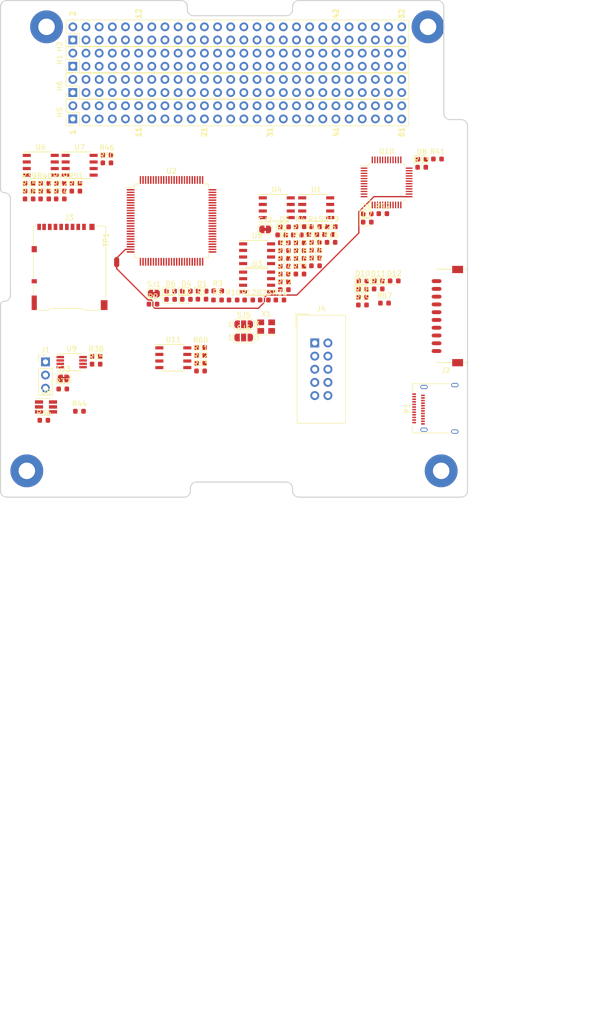
<source format=kicad_pcb>
(kicad_pcb (version 20171130) (host pcbnew "(5.0.1-dev-152-gf591f8741)")

  (general
    (thickness 1.6)
    (drawings 53)
    (tracks 19)
    (zones 0)
    (modules 105)
    (nets 380)
  )

  (page A4)
  (layers
    (0 F.Cu signal)
    (1 In1.Cu signal)
    (2 In2.Cu signal)
    (31 B.Cu signal)
    (32 B.Adhes user)
    (33 F.Adhes user)
    (34 B.Paste user)
    (35 F.Paste user)
    (36 B.SilkS user)
    (37 F.SilkS user)
    (38 B.Mask user)
    (39 F.Mask user)
    (40 Dwgs.User user hide)
    (41 Cmts.User user)
    (42 Eco1.User user)
    (43 Eco2.User user)
    (44 Edge.Cuts user)
    (45 Margin user)
    (46 B.CrtYd user)
    (47 F.CrtYd user)
    (48 B.Fab user hide)
    (49 F.Fab user hide)
  )

  (setup
    (last_trace_width 0.25)
    (trace_clearance 0.2)
    (zone_clearance 0.508)
    (zone_45_only no)
    (trace_min 0.2)
    (segment_width 0.2)
    (edge_width 0.15)
    (via_size 0.8)
    (via_drill 0.4)
    (via_min_size 0.4)
    (via_min_drill 0.3)
    (uvia_size 0.3)
    (uvia_drill 0.1)
    (uvias_allowed no)
    (uvia_min_size 0.2)
    (uvia_min_drill 0.1)
    (pcb_text_width 0.3)
    (pcb_text_size 1.5 1.5)
    (mod_edge_width 0.15)
    (mod_text_size 1 1)
    (mod_text_width 0.15)
    (pad_size 0.75 1.9)
    (pad_drill 0)
    (pad_to_mask_clearance 0.2)
    (solder_mask_min_width 0.25)
    (aux_axis_origin 0 0)
    (visible_elements FEFFF77F)
    (pcbplotparams
      (layerselection 0x010fc_ffffffff)
      (usegerberextensions false)
      (usegerberattributes false)
      (usegerberadvancedattributes false)
      (creategerberjobfile true)
      (excludeedgelayer true)
      (linewidth 0.100000)
      (plotframeref false)
      (viasonmask false)
      (mode 1)
      (useauxorigin false)
      (hpglpennumber 1)
      (hpglpenspeed 20)
      (hpglpendiameter 15.000000)
      (psnegative false)
      (psa4output false)
      (plotreference true)
      (plotvalue true)
      (plotinvisibletext false)
      (padsonsilk false)
      (subtractmaskfromsilk false)
      (outputformat 1)
      (mirror false)
      (drillshape 0)
      (scaleselection 1)
      (outputdirectory "gerber"))
  )

  (net 0 "")
  (net 1 GND)
  (net 2 "Net-(D1-Pad2)")
  (net 3 "Net-(D2-Pad2)")
  (net 4 "Net-(D3-Pad2)")
  (net 5 "Net-(D4-Pad2)")
  (net 6 "Net-(D5-Pad2)")
  (net 7 "Net-(D6-Pad2)")
  (net 8 +3V3)
  (net 9 "Net-(J1-Pad2)")
  (net 10 "Net-(R1-Pad2)")
  (net 11 "Net-(R2-Pad2)")
  (net 12 /CAN1H)
  (net 13 "Net-(C1-Pad1)")
  (net 14 /CAN1L)
  (net 15 "Net-(R5-Pad2)")
  (net 16 "Net-(P1-PadB5)")
  (net 17 "Net-(P1-PadA5)")
  (net 18 "Net-(C4-Pad1)")
  (net 19 "Net-(R8-Pad1)")
  (net 20 "Net-(R10-Pad2)")
  (net 21 "Net-(R11-Pad1)")
  (net 22 /LED0)
  (net 23 /LED1)
  (net 24 /LED2)
  (net 25 "Net-(C9-Pad1)")
  (net 26 /CAN2H)
  (net 27 /CAN2L)
  (net 28 /LED3)
  (net 29 /I2C3_SCL)
  (net 30 /H2.1)
  (net 31 /H2.2)
  (net 32 /H2.3)
  (net 33 /H2.4)
  (net 34 /H2.5)
  (net 35 /H2.6)
  (net 36 /H1.47)
  (net 37 /H1.48)
  (net 38 /H1.49)
  (net 39 /H1.50)
  (net 40 /H1.51)
  (net 41 /H1.52)
  (net 42 "Net-(U1-Pad5)")
  (net 43 /CAN1_RX)
  (net 44 /CAN1_TX)
  (net 45 /OSC32_IN)
  (net 46 /OSC32_OUT)
  (net 47 "Net-(C3-Pad1)")
  (net 48 "Net-(U2-Pad21)")
  (net 49 "Net-(U2-Pad39)")
  (net 50 "Net-(U2-Pad41)")
  (net 51 "Net-(C5-Pad1)")
  (net 52 "Net-(U2-Pad68)")
  (net 53 "Net-(U2-Pad69)")
  (net 54 "Net-(C6-Pad1)")
  (net 55 /CAN2_RX)
  (net 56 /CAN2_TX)
  (net 57 "Net-(C2-Pad1)")
  (net 58 "Net-(U4-Pad5)")
  (net 59 "Net-(H1-Pad2)")
  (net 60 "Net-(H1-Pad4)")
  (net 61 "Net-(H1-Pad5)")
  (net 62 "Net-(H1-Pad6)")
  (net 63 "Net-(H1-Pad9)")
  (net 64 "Net-(H1-Pad10)")
  (net 65 "Net-(H1-Pad11)")
  (net 66 "Net-(H1-Pad12)")
  (net 67 "Net-(H1-Pad13)")
  (net 68 "Net-(H1-Pad14)")
  (net 69 "Net-(H1-Pad15)")
  (net 70 "Net-(H1-Pad16)")
  (net 71 "Net-(H1-Pad17)")
  (net 72 "Net-(H1-Pad18)")
  (net 73 "Net-(H1-Pad19)")
  (net 74 "Net-(H1-Pad20)")
  (net 75 "Net-(H1-Pad21)")
  (net 76 "Net-(H1-Pad22)")
  (net 77 "Net-(H1-Pad23)")
  (net 78 "Net-(H1-Pad24)")
  (net 79 "Net-(H1-Pad25)")
  (net 80 "Net-(H1-Pad26)")
  (net 81 "Net-(H1-Pad27)")
  (net 82 "Net-(H1-Pad28)")
  (net 83 "Net-(H1-Pad30)")
  (net 84 "Net-(H1-Pad32)")
  (net 85 "Net-(H1-Pad35)")
  (net 86 "Net-(H1-Pad36)")
  (net 87 "Net-(H1-Pad37)")
  (net 88 "Net-(H1-Pad38)")
  (net 89 "Net-(H1-Pad39)")
  (net 90 "Net-(H1-Pad40)")
  (net 91 "Net-(H1-Pad42)")
  (net 92 "Net-(H1-Pad44)")
  (net 93 "Net-(H2-Pad51)")
  (net 94 "Net-(H2-Pad50)")
  (net 95 "Net-(H2-Pad49)")
  (net 96 "Net-(H2-Pad47)")
  (net 97 "Net-(H2-Pad44)")
  (net 98 "Net-(H2-Pad43)")
  (net 99 "Net-(H2-Pad42)")
  (net 100 "Net-(H2-Pad41)")
  (net 101 "Net-(H2-Pad40)")
  (net 102 "Net-(H2-Pad39)")
  (net 103 "Net-(H2-Pad38)")
  (net 104 "Net-(H2-Pad37)")
  (net 105 "Net-(H2-Pad36)")
  (net 106 "Net-(H2-Pad35)")
  (net 107 "Net-(H2-Pad34)")
  (net 108 "Net-(H2-Pad33)")
  (net 109 "Net-(H2-Pad28)")
  (net 110 "Net-(H2-Pad27)")
  (net 111 "Net-(H2-Pad26)")
  (net 112 "Net-(H2-Pad25)")
  (net 113 "Net-(H2-Pad24)")
  (net 114 "Net-(H2-Pad23)")
  (net 115 "Net-(H2-Pad22)")
  (net 116 "Net-(H2-Pad21)")
  (net 117 "Net-(H2-Pad20)")
  (net 118 "Net-(H2-Pad19)")
  (net 119 "Net-(H2-Pad18)")
  (net 120 "Net-(H2-Pad17)")
  (net 121 "Net-(H2-Pad15)")
  (net 122 "Net-(H2-Pad14)")
  (net 123 "Net-(H2-Pad13)")
  (net 124 "Net-(H2-Pad12)")
  (net 125 "Net-(H2-Pad11)")
  (net 126 "Net-(H2-Pad10)")
  (net 127 "Net-(H2-Pad9)")
  (net 128 "Net-(P1-PadA7)")
  (net 129 "Net-(R38-Pad2)")
  (net 130 "Net-(P1-PadA6)")
  (net 131 "Net-(R36-Pad2)")
  (net 132 /SWDIO)
  (net 133 "Net-(J2-Pad4)")
  (net 134 VBUS)
  (net 135 "Net-(C7-Pad1)")
  (net 136 "Net-(U9-Pad3)")
  (net 137 /STM_RESET)
  (net 138 /BOOT1)
  (net 139 /SWCLK)
  (net 140 "Net-(J3-Pad9)")
  (net 141 "Net-(J3-Pad8)")
  (net 142 "Net-(J3-Pad1)")
  (net 143 "Net-(D8-Pad2)")
  (net 144 /I2C1_SCL)
  (net 145 /I2C1_SDA)
  (net 146 "Net-(D9-Pad2)")
  (net 147 "Net-(D7-Pad2)")
  (net 148 "Net-(U10-Pad1)")
  (net 149 "Net-(U10-Pad5)")
  (net 150 "Net-(U10-Pad6)")
  (net 151 "Net-(U10-Pad7)")
  (net 152 "Net-(U10-Pad33)")
  (net 153 "Net-(U10-Pad38)")
  (net 154 "Net-(R40-Pad1)")
  (net 155 /ETH_RMII_CRS_DV)
  (net 156 "Net-(U10-Pad41)")
  (net 157 "Net-(U10-Pad42)")
  (net 158 "Net-(U10-Pad45)")
  (net 159 "Net-(U10-Pad46)")
  (net 160 "Net-(D7-Pad1)")
  (net 161 "Net-(D8-Pad1)")
  (net 162 "Net-(D9-Pad1)")
  (net 163 "Net-(H5-Pad1)")
  (net 164 "Net-(H5-Pad2)")
  (net 165 "Net-(H5-Pad3)")
  (net 166 "Net-(H5-Pad4)")
  (net 167 "Net-(H5-Pad5)")
  (net 168 "Net-(H5-Pad6)")
  (net 169 "Net-(H5-Pad7)")
  (net 170 "Net-(H5-Pad8)")
  (net 171 "Net-(H5-Pad9)")
  (net 172 "Net-(H5-Pad10)")
  (net 173 "Net-(H5-Pad11)")
  (net 174 "Net-(H5-Pad12)")
  (net 175 "Net-(H5-Pad13)")
  (net 176 "Net-(H5-Pad14)")
  (net 177 "Net-(H5-Pad15)")
  (net 178 "Net-(H5-Pad16)")
  (net 179 "Net-(H5-Pad17)")
  (net 180 "Net-(H5-Pad18)")
  (net 181 "Net-(H5-Pad19)")
  (net 182 "Net-(H5-Pad20)")
  (net 183 "Net-(H5-Pad21)")
  (net 184 "Net-(H5-Pad22)")
  (net 185 "Net-(H5-Pad23)")
  (net 186 "Net-(H5-Pad24)")
  (net 187 "Net-(H5-Pad25)")
  (net 188 "Net-(H5-Pad26)")
  (net 189 "Net-(H5-Pad27)")
  (net 190 "Net-(H5-Pad28)")
  (net 191 "Net-(H5-Pad29)")
  (net 192 "Net-(H5-Pad30)")
  (net 193 "Net-(H5-Pad31)")
  (net 194 "Net-(H5-Pad32)")
  (net 195 "Net-(H5-Pad33)")
  (net 196 "Net-(H5-Pad34)")
  (net 197 "Net-(H5-Pad35)")
  (net 198 "Net-(H5-Pad36)")
  (net 199 "Net-(H5-Pad37)")
  (net 200 "Net-(H5-Pad38)")
  (net 201 "Net-(H5-Pad39)")
  (net 202 "Net-(H5-Pad40)")
  (net 203 "Net-(H5-Pad41)")
  (net 204 "Net-(H5-Pad42)")
  (net 205 "Net-(H5-Pad43)")
  (net 206 "Net-(H5-Pad44)")
  (net 207 "Net-(H5-Pad45)")
  (net 208 "Net-(H5-Pad46)")
  (net 209 "Net-(H5-Pad47)")
  (net 210 "Net-(H5-Pad48)")
  (net 211 "Net-(H5-Pad49)")
  (net 212 "Net-(H5-Pad50)")
  (net 213 "Net-(H5-Pad51)")
  (net 214 "Net-(H5-Pad52)")
  (net 215 "Net-(H6-Pad52)")
  (net 216 "Net-(H6-Pad51)")
  (net 217 "Net-(H6-Pad50)")
  (net 218 "Net-(H6-Pad49)")
  (net 219 "Net-(H6-Pad48)")
  (net 220 "Net-(H6-Pad47)")
  (net 221 "Net-(H6-Pad46)")
  (net 222 "Net-(H6-Pad45)")
  (net 223 "Net-(H6-Pad44)")
  (net 224 "Net-(H6-Pad43)")
  (net 225 "Net-(H6-Pad42)")
  (net 226 "Net-(H6-Pad41)")
  (net 227 "Net-(H6-Pad40)")
  (net 228 "Net-(H6-Pad39)")
  (net 229 "Net-(H6-Pad38)")
  (net 230 "Net-(H6-Pad37)")
  (net 231 "Net-(H6-Pad36)")
  (net 232 "Net-(H6-Pad35)")
  (net 233 "Net-(H6-Pad34)")
  (net 234 "Net-(H6-Pad33)")
  (net 235 "Net-(H6-Pad32)")
  (net 236 "Net-(H6-Pad31)")
  (net 237 "Net-(H6-Pad30)")
  (net 238 "Net-(H6-Pad29)")
  (net 239 "Net-(H6-Pad28)")
  (net 240 "Net-(H6-Pad27)")
  (net 241 "Net-(H6-Pad26)")
  (net 242 "Net-(H6-Pad25)")
  (net 243 "Net-(H6-Pad24)")
  (net 244 "Net-(H6-Pad23)")
  (net 245 "Net-(H6-Pad22)")
  (net 246 "Net-(H6-Pad21)")
  (net 247 "Net-(H6-Pad20)")
  (net 248 "Net-(H6-Pad19)")
  (net 249 "Net-(H6-Pad18)")
  (net 250 "Net-(H6-Pad17)")
  (net 251 "Net-(H6-Pad16)")
  (net 252 "Net-(H6-Pad15)")
  (net 253 "Net-(H6-Pad14)")
  (net 254 "Net-(H6-Pad13)")
  (net 255 "Net-(H6-Pad12)")
  (net 256 "Net-(H6-Pad11)")
  (net 257 "Net-(H6-Pad10)")
  (net 258 "Net-(H6-Pad9)")
  (net 259 "Net-(H6-Pad8)")
  (net 260 "Net-(H6-Pad7)")
  (net 261 "Net-(H6-Pad6)")
  (net 262 "Net-(H6-Pad5)")
  (net 263 "Net-(H6-Pad4)")
  (net 264 "Net-(H6-Pad3)")
  (net 265 "Net-(H6-Pad2)")
  (net 266 "Net-(H6-Pad1)")
  (net 267 "Net-(C21-Pad1)")
  (net 268 "Net-(C27-Pad2)")
  (net 269 "Net-(C26-Pad2)")
  (net 270 "Net-(C25-Pad2)")
  (net 271 "Net-(C24-Pad2)")
  (net 272 "Net-(C20-Pad1)")
  (net 273 "Net-(C22-Pad1)")
  (net 274 "Net-(P1-PadA2)")
  (net 275 "Net-(P1-PadA3)")
  (net 276 "Net-(P1-PadA10)")
  (net 277 "Net-(P1-PadA8)")
  (net 278 "Net-(P1-PadA11)")
  (net 279 "Net-(P1-PadB2)")
  (net 280 "Net-(P1-PadB3)")
  (net 281 "Net-(P1-PadB8)")
  (net 282 "Net-(P1-PadB10)")
  (net 283 "Net-(P1-PadB11)")
  (net 284 /SYS_SDA)
  (net 285 /SYS_SCL)
  (net 286 /V_BAT)
  (net 287 "Net-(R44-Pad2)")
  (net 288 /ETH_TD+)
  (net 289 /ETH_RD-)
  (net 290 /ETH_TD-)
  (net 291 /ETH_RD+)
  (net 292 "Net-(R52-Pad2)")
  (net 293 "Net-(R53-Pad1)")
  (net 294 "Net-(R53-Pad2)")
  (net 295 "Net-(R54-Pad2)")
  (net 296 "Net-(U6-Pad7)")
  (net 297 "Net-(U6-Pad8)")
  (net 298 "Net-(U7-Pad8)")
  (net 299 "Net-(U7-Pad7)")
  (net 300 /ETH_RMII_TX_EN)
  (net 301 /ETH_RMII_TXD0)
  (net 302 /ETH_RESET)
  (net 303 /ETH_MDIO)
  (net 304 /ETH_MDC)
  (net 305 /ETH_RMII_RXD0)
  (net 306 /ETH_RMII_RXD1)
  (net 307 "Net-(J2-Pad6)")
  (net 308 "Net-(D10-Pad2)")
  (net 309 "Net-(D11-Pad2)")
  (net 310 "Net-(D12-Pad2)")
  (net 311 "Net-(D13-Pad2)")
  (net 312 /UART4_TX)
  (net 313 /UART4_RX)
  (net 314 /SDCARD_EN)
  (net 315 /SPI3_MOSI)
  (net 316 /SPI3_SCK)
  (net 317 /SPI3_MISO)
  (net 318 /SDCARD_DET)
  (net 319 /LED7)
  (net 320 /LED6)
  (net 321 /LED5)
  (net 322 /LED4)
  (net 323 /CAN1_EN)
  (net 324 "Net-(R2-Pad1)")
  (net 325 /CAN2_EN)
  (net 326 /ADC_IN10)
  (net 327 /ADC_IN12)
  (net 328 /ADC_IN13)
  (net 329 /SYS_WKUP)
  (net 330 /ETH_RMII_REF_CLK)
  (net 331 /DAC_OUT1)
  (net 332 /DAC_OUT2)
  (net 333 /ADC_IN6)
  (net 334 /ADC1_IN9)
  (net 335 /DAC_EXTI9)
  (net 336 /ADC1_EXTI11)
  (net 337 /ADC1_EXTI15)
  (net 338 /SPI2_SCK)
  (net 339 /ETH_RMII_TXD1)
  (net 340 /SPI2_MISO)
  (net 341 /SPI2_MOSI)
  (net 342 /USART3_TX)
  (net 343 /USART3_RX)
  (net 344 /USART3_CTS)
  (net 345 /USART3_RTS)
  (net 346 /USART6_TX)
  (net 347 /USART6_RX)
  (net 348 /I2C3_SDA)
  (net 349 /USB_OTG_FS_DM)
  (net 350 /USB_OTG_FS_DP)
  (net 351 /USART2_CTS)
  (net 352 /USART2_RTS)
  (net 353 /USART2_TX)
  (net 354 /USART2_RX)
  (net 355 "Net-(R60-Pad2)")
  (net 356 "Net-(R60-Pad1)")
  (net 357 "Net-(R61-Pad2)")
  (net 358 "Net-(R61-Pad1)")
  (net 359 "Net-(R62-Pad1)")
  (net 360 "Net-(R62-Pad2)")
  (net 361 "Net-(R63-Pad2)")
  (net 362 /FLASH_EN_A)
  (net 363 /TIM3_CH3)
  (net 364 /FLASH_EN_B)
  (net 365 "Net-(U2-Pad57)")
  (net 366 /TIM4_CH2)
  (net 367 /TIM4_CH3)
  (net 368 /TIM4_CH4)
  (net 369 /TIM8_CH3)
  (net 370 /TIM2_CH1)
  (net 371 "Net-(U2-Pad88)")
  (net 372 "Net-(C32-Pad1)")
  (net 373 "Net-(SJ5-Pad2)")
  (net 374 "Net-(SJ5-Pad3)")
  (net 375 "Net-(SJ5-Pad1)")
  (net 376 /MCO2)
  (net 377 "Net-(SJ6-Pad3)")
  (net 378 "Net-(SJ6-Pad2)")
  (net 379 "Net-(X1-Pad1)")

  (net_class Default "This is the default net class."
    (clearance 0.2)
    (trace_width 0.25)
    (via_dia 0.8)
    (via_drill 0.4)
    (uvia_dia 0.3)
    (uvia_drill 0.1)
    (add_net +3V3)
    (add_net /ADC1_EXTI11)
    (add_net /ADC1_EXTI15)
    (add_net /ADC1_IN9)
    (add_net /ADC_IN10)
    (add_net /ADC_IN12)
    (add_net /ADC_IN13)
    (add_net /ADC_IN6)
    (add_net /BOOT1)
    (add_net /CAN1H)
    (add_net /CAN1L)
    (add_net /CAN1_EN)
    (add_net /CAN1_RX)
    (add_net /CAN1_TX)
    (add_net /CAN2H)
    (add_net /CAN2L)
    (add_net /CAN2_EN)
    (add_net /CAN2_RX)
    (add_net /CAN2_TX)
    (add_net /DAC_EXTI9)
    (add_net /DAC_OUT1)
    (add_net /DAC_OUT2)
    (add_net /ETH_MDC)
    (add_net /ETH_MDIO)
    (add_net /ETH_RD+)
    (add_net /ETH_RD-)
    (add_net /ETH_RESET)
    (add_net /ETH_RMII_CRS_DV)
    (add_net /ETH_RMII_REF_CLK)
    (add_net /ETH_RMII_RXD0)
    (add_net /ETH_RMII_RXD1)
    (add_net /ETH_RMII_TXD0)
    (add_net /ETH_RMII_TXD1)
    (add_net /ETH_RMII_TX_EN)
    (add_net /ETH_TD+)
    (add_net /ETH_TD-)
    (add_net /FLASH_EN_A)
    (add_net /FLASH_EN_B)
    (add_net /H1.47)
    (add_net /H1.48)
    (add_net /H1.49)
    (add_net /H1.50)
    (add_net /H1.51)
    (add_net /H1.52)
    (add_net /H2.1)
    (add_net /H2.2)
    (add_net /H2.3)
    (add_net /H2.4)
    (add_net /H2.5)
    (add_net /H2.6)
    (add_net /I2C1_SCL)
    (add_net /I2C1_SDA)
    (add_net /I2C3_SCL)
    (add_net /I2C3_SDA)
    (add_net /LED0)
    (add_net /LED1)
    (add_net /LED2)
    (add_net /LED3)
    (add_net /LED4)
    (add_net /LED5)
    (add_net /LED6)
    (add_net /LED7)
    (add_net /MCO2)
    (add_net /OSC32_IN)
    (add_net /OSC32_OUT)
    (add_net /SDCARD_DET)
    (add_net /SDCARD_EN)
    (add_net /SPI2_MISO)
    (add_net /SPI2_MOSI)
    (add_net /SPI2_SCK)
    (add_net /SPI3_MISO)
    (add_net /SPI3_MOSI)
    (add_net /SPI3_SCK)
    (add_net /STM_RESET)
    (add_net /SWCLK)
    (add_net /SWDIO)
    (add_net /SYS_SCL)
    (add_net /SYS_SDA)
    (add_net /SYS_WKUP)
    (add_net /TIM2_CH1)
    (add_net /TIM3_CH3)
    (add_net /TIM4_CH2)
    (add_net /TIM4_CH3)
    (add_net /TIM4_CH4)
    (add_net /TIM8_CH3)
    (add_net /UART4_RX)
    (add_net /UART4_TX)
    (add_net /USART2_CTS)
    (add_net /USART2_RTS)
    (add_net /USART2_RX)
    (add_net /USART2_TX)
    (add_net /USART3_CTS)
    (add_net /USART3_RTS)
    (add_net /USART3_RX)
    (add_net /USART3_TX)
    (add_net /USART6_RX)
    (add_net /USART6_TX)
    (add_net /USB_OTG_FS_DM)
    (add_net /USB_OTG_FS_DP)
    (add_net /V_BAT)
    (add_net GND)
    (add_net "Net-(C1-Pad1)")
    (add_net "Net-(C2-Pad1)")
    (add_net "Net-(C20-Pad1)")
    (add_net "Net-(C21-Pad1)")
    (add_net "Net-(C22-Pad1)")
    (add_net "Net-(C24-Pad2)")
    (add_net "Net-(C25-Pad2)")
    (add_net "Net-(C26-Pad2)")
    (add_net "Net-(C27-Pad2)")
    (add_net "Net-(C3-Pad1)")
    (add_net "Net-(C32-Pad1)")
    (add_net "Net-(C4-Pad1)")
    (add_net "Net-(C5-Pad1)")
    (add_net "Net-(C6-Pad1)")
    (add_net "Net-(C7-Pad1)")
    (add_net "Net-(C9-Pad1)")
    (add_net "Net-(D1-Pad2)")
    (add_net "Net-(D10-Pad2)")
    (add_net "Net-(D11-Pad2)")
    (add_net "Net-(D12-Pad2)")
    (add_net "Net-(D13-Pad2)")
    (add_net "Net-(D2-Pad2)")
    (add_net "Net-(D3-Pad2)")
    (add_net "Net-(D4-Pad2)")
    (add_net "Net-(D5-Pad2)")
    (add_net "Net-(D6-Pad2)")
    (add_net "Net-(D7-Pad1)")
    (add_net "Net-(D7-Pad2)")
    (add_net "Net-(D8-Pad1)")
    (add_net "Net-(D8-Pad2)")
    (add_net "Net-(D9-Pad1)")
    (add_net "Net-(D9-Pad2)")
    (add_net "Net-(H1-Pad10)")
    (add_net "Net-(H1-Pad11)")
    (add_net "Net-(H1-Pad12)")
    (add_net "Net-(H1-Pad13)")
    (add_net "Net-(H1-Pad14)")
    (add_net "Net-(H1-Pad15)")
    (add_net "Net-(H1-Pad16)")
    (add_net "Net-(H1-Pad17)")
    (add_net "Net-(H1-Pad18)")
    (add_net "Net-(H1-Pad19)")
    (add_net "Net-(H1-Pad2)")
    (add_net "Net-(H1-Pad20)")
    (add_net "Net-(H1-Pad21)")
    (add_net "Net-(H1-Pad22)")
    (add_net "Net-(H1-Pad23)")
    (add_net "Net-(H1-Pad24)")
    (add_net "Net-(H1-Pad25)")
    (add_net "Net-(H1-Pad26)")
    (add_net "Net-(H1-Pad27)")
    (add_net "Net-(H1-Pad28)")
    (add_net "Net-(H1-Pad30)")
    (add_net "Net-(H1-Pad32)")
    (add_net "Net-(H1-Pad35)")
    (add_net "Net-(H1-Pad36)")
    (add_net "Net-(H1-Pad37)")
    (add_net "Net-(H1-Pad38)")
    (add_net "Net-(H1-Pad39)")
    (add_net "Net-(H1-Pad4)")
    (add_net "Net-(H1-Pad40)")
    (add_net "Net-(H1-Pad42)")
    (add_net "Net-(H1-Pad44)")
    (add_net "Net-(H1-Pad5)")
    (add_net "Net-(H1-Pad6)")
    (add_net "Net-(H1-Pad9)")
    (add_net "Net-(H2-Pad10)")
    (add_net "Net-(H2-Pad11)")
    (add_net "Net-(H2-Pad12)")
    (add_net "Net-(H2-Pad13)")
    (add_net "Net-(H2-Pad14)")
    (add_net "Net-(H2-Pad15)")
    (add_net "Net-(H2-Pad17)")
    (add_net "Net-(H2-Pad18)")
    (add_net "Net-(H2-Pad19)")
    (add_net "Net-(H2-Pad20)")
    (add_net "Net-(H2-Pad21)")
    (add_net "Net-(H2-Pad22)")
    (add_net "Net-(H2-Pad23)")
    (add_net "Net-(H2-Pad24)")
    (add_net "Net-(H2-Pad25)")
    (add_net "Net-(H2-Pad26)")
    (add_net "Net-(H2-Pad27)")
    (add_net "Net-(H2-Pad28)")
    (add_net "Net-(H2-Pad33)")
    (add_net "Net-(H2-Pad34)")
    (add_net "Net-(H2-Pad35)")
    (add_net "Net-(H2-Pad36)")
    (add_net "Net-(H2-Pad37)")
    (add_net "Net-(H2-Pad38)")
    (add_net "Net-(H2-Pad39)")
    (add_net "Net-(H2-Pad40)")
    (add_net "Net-(H2-Pad41)")
    (add_net "Net-(H2-Pad42)")
    (add_net "Net-(H2-Pad43)")
    (add_net "Net-(H2-Pad44)")
    (add_net "Net-(H2-Pad47)")
    (add_net "Net-(H2-Pad49)")
    (add_net "Net-(H2-Pad50)")
    (add_net "Net-(H2-Pad51)")
    (add_net "Net-(H2-Pad9)")
    (add_net "Net-(H5-Pad1)")
    (add_net "Net-(H5-Pad10)")
    (add_net "Net-(H5-Pad11)")
    (add_net "Net-(H5-Pad12)")
    (add_net "Net-(H5-Pad13)")
    (add_net "Net-(H5-Pad14)")
    (add_net "Net-(H5-Pad15)")
    (add_net "Net-(H5-Pad16)")
    (add_net "Net-(H5-Pad17)")
    (add_net "Net-(H5-Pad18)")
    (add_net "Net-(H5-Pad19)")
    (add_net "Net-(H5-Pad2)")
    (add_net "Net-(H5-Pad20)")
    (add_net "Net-(H5-Pad21)")
    (add_net "Net-(H5-Pad22)")
    (add_net "Net-(H5-Pad23)")
    (add_net "Net-(H5-Pad24)")
    (add_net "Net-(H5-Pad25)")
    (add_net "Net-(H5-Pad26)")
    (add_net "Net-(H5-Pad27)")
    (add_net "Net-(H5-Pad28)")
    (add_net "Net-(H5-Pad29)")
    (add_net "Net-(H5-Pad3)")
    (add_net "Net-(H5-Pad30)")
    (add_net "Net-(H5-Pad31)")
    (add_net "Net-(H5-Pad32)")
    (add_net "Net-(H5-Pad33)")
    (add_net "Net-(H5-Pad34)")
    (add_net "Net-(H5-Pad35)")
    (add_net "Net-(H5-Pad36)")
    (add_net "Net-(H5-Pad37)")
    (add_net "Net-(H5-Pad38)")
    (add_net "Net-(H5-Pad39)")
    (add_net "Net-(H5-Pad4)")
    (add_net "Net-(H5-Pad40)")
    (add_net "Net-(H5-Pad41)")
    (add_net "Net-(H5-Pad42)")
    (add_net "Net-(H5-Pad43)")
    (add_net "Net-(H5-Pad44)")
    (add_net "Net-(H5-Pad45)")
    (add_net "Net-(H5-Pad46)")
    (add_net "Net-(H5-Pad47)")
    (add_net "Net-(H5-Pad48)")
    (add_net "Net-(H5-Pad49)")
    (add_net "Net-(H5-Pad5)")
    (add_net "Net-(H5-Pad50)")
    (add_net "Net-(H5-Pad51)")
    (add_net "Net-(H5-Pad52)")
    (add_net "Net-(H5-Pad6)")
    (add_net "Net-(H5-Pad7)")
    (add_net "Net-(H5-Pad8)")
    (add_net "Net-(H5-Pad9)")
    (add_net "Net-(H6-Pad1)")
    (add_net "Net-(H6-Pad10)")
    (add_net "Net-(H6-Pad11)")
    (add_net "Net-(H6-Pad12)")
    (add_net "Net-(H6-Pad13)")
    (add_net "Net-(H6-Pad14)")
    (add_net "Net-(H6-Pad15)")
    (add_net "Net-(H6-Pad16)")
    (add_net "Net-(H6-Pad17)")
    (add_net "Net-(H6-Pad18)")
    (add_net "Net-(H6-Pad19)")
    (add_net "Net-(H6-Pad2)")
    (add_net "Net-(H6-Pad20)")
    (add_net "Net-(H6-Pad21)")
    (add_net "Net-(H6-Pad22)")
    (add_net "Net-(H6-Pad23)")
    (add_net "Net-(H6-Pad24)")
    (add_net "Net-(H6-Pad25)")
    (add_net "Net-(H6-Pad26)")
    (add_net "Net-(H6-Pad27)")
    (add_net "Net-(H6-Pad28)")
    (add_net "Net-(H6-Pad29)")
    (add_net "Net-(H6-Pad3)")
    (add_net "Net-(H6-Pad30)")
    (add_net "Net-(H6-Pad31)")
    (add_net "Net-(H6-Pad32)")
    (add_net "Net-(H6-Pad33)")
    (add_net "Net-(H6-Pad34)")
    (add_net "Net-(H6-Pad35)")
    (add_net "Net-(H6-Pad36)")
    (add_net "Net-(H6-Pad37)")
    (add_net "Net-(H6-Pad38)")
    (add_net "Net-(H6-Pad39)")
    (add_net "Net-(H6-Pad4)")
    (add_net "Net-(H6-Pad40)")
    (add_net "Net-(H6-Pad41)")
    (add_net "Net-(H6-Pad42)")
    (add_net "Net-(H6-Pad43)")
    (add_net "Net-(H6-Pad44)")
    (add_net "Net-(H6-Pad45)")
    (add_net "Net-(H6-Pad46)")
    (add_net "Net-(H6-Pad47)")
    (add_net "Net-(H6-Pad48)")
    (add_net "Net-(H6-Pad49)")
    (add_net "Net-(H6-Pad5)")
    (add_net "Net-(H6-Pad50)")
    (add_net "Net-(H6-Pad51)")
    (add_net "Net-(H6-Pad52)")
    (add_net "Net-(H6-Pad6)")
    (add_net "Net-(H6-Pad7)")
    (add_net "Net-(H6-Pad8)")
    (add_net "Net-(H6-Pad9)")
    (add_net "Net-(J1-Pad2)")
    (add_net "Net-(J2-Pad4)")
    (add_net "Net-(J2-Pad6)")
    (add_net "Net-(J3-Pad1)")
    (add_net "Net-(J3-Pad8)")
    (add_net "Net-(J3-Pad9)")
    (add_net "Net-(P1-PadA10)")
    (add_net "Net-(P1-PadA11)")
    (add_net "Net-(P1-PadA2)")
    (add_net "Net-(P1-PadA3)")
    (add_net "Net-(P1-PadA5)")
    (add_net "Net-(P1-PadA6)")
    (add_net "Net-(P1-PadA7)")
    (add_net "Net-(P1-PadA8)")
    (add_net "Net-(P1-PadB10)")
    (add_net "Net-(P1-PadB11)")
    (add_net "Net-(P1-PadB2)")
    (add_net "Net-(P1-PadB3)")
    (add_net "Net-(P1-PadB5)")
    (add_net "Net-(P1-PadB8)")
    (add_net "Net-(R1-Pad2)")
    (add_net "Net-(R10-Pad2)")
    (add_net "Net-(R11-Pad1)")
    (add_net "Net-(R2-Pad1)")
    (add_net "Net-(R2-Pad2)")
    (add_net "Net-(R36-Pad2)")
    (add_net "Net-(R38-Pad2)")
    (add_net "Net-(R40-Pad1)")
    (add_net "Net-(R44-Pad2)")
    (add_net "Net-(R5-Pad2)")
    (add_net "Net-(R52-Pad2)")
    (add_net "Net-(R53-Pad1)")
    (add_net "Net-(R53-Pad2)")
    (add_net "Net-(R54-Pad2)")
    (add_net "Net-(R60-Pad1)")
    (add_net "Net-(R60-Pad2)")
    (add_net "Net-(R61-Pad1)")
    (add_net "Net-(R61-Pad2)")
    (add_net "Net-(R62-Pad1)")
    (add_net "Net-(R62-Pad2)")
    (add_net "Net-(R63-Pad2)")
    (add_net "Net-(R8-Pad1)")
    (add_net "Net-(SJ5-Pad1)")
    (add_net "Net-(SJ5-Pad2)")
    (add_net "Net-(SJ5-Pad3)")
    (add_net "Net-(SJ6-Pad2)")
    (add_net "Net-(SJ6-Pad3)")
    (add_net "Net-(U1-Pad5)")
    (add_net "Net-(U10-Pad1)")
    (add_net "Net-(U10-Pad33)")
    (add_net "Net-(U10-Pad38)")
    (add_net "Net-(U10-Pad41)")
    (add_net "Net-(U10-Pad42)")
    (add_net "Net-(U10-Pad45)")
    (add_net "Net-(U10-Pad46)")
    (add_net "Net-(U10-Pad5)")
    (add_net "Net-(U10-Pad6)")
    (add_net "Net-(U10-Pad7)")
    (add_net "Net-(U2-Pad21)")
    (add_net "Net-(U2-Pad39)")
    (add_net "Net-(U2-Pad41)")
    (add_net "Net-(U2-Pad57)")
    (add_net "Net-(U2-Pad68)")
    (add_net "Net-(U2-Pad69)")
    (add_net "Net-(U2-Pad88)")
    (add_net "Net-(U4-Pad5)")
    (add_net "Net-(U6-Pad7)")
    (add_net "Net-(U6-Pad8)")
    (add_net "Net-(U7-Pad7)")
    (add_net "Net-(U7-Pad8)")
    (add_net "Net-(U9-Pad3)")
    (add_net "Net-(X1-Pad1)")
    (add_net VBUS)
  )

  (module "aausat:S10B-ZR-SM4A-TF(LF)(SN)" (layer F.Cu) (tedit 5BB7E60D) (tstamp 5BB14A1D)
    (at 84.201 54.1782 270)
    (path /5BB21ACE)
    (fp_text reference J2 (at 17.272 -1.778) (layer F.SilkS)
      (effects (font (size 1 1) (thickness 0.15)))
    )
    (fp_text value AAUSAT_JTAG (at 6.5786 -3.8354 270) (layer F.Fab)
      (effects (font (size 1 1) (thickness 0.15)))
    )
    (fp_line (start 15.748 -2.921) (end 15.748 0) (layer F.SilkS) (width 0.15))
    (fp_line (start -2.286 -2.921) (end -2.286 0) (layer F.SilkS) (width 0.15))
    (fp_line (start 15.748 -5.969) (end 15.748 -5.207) (layer F.SilkS) (width 0.15))
    (fp_line (start -2.286 -5.969) (end -2.286 -5.207) (layer F.SilkS) (width 0.15))
    (fp_line (start 15.748 -5.969) (end -2.286 -5.969) (layer F.SilkS) (width 0.15))
    (pad MECH smd rect (at 15.748 -4.064 270) (size 1.4 2.1) (layers F.Cu F.Paste F.Mask))
    (pad MECH smd rect (at -2.248 -4.064 270) (size 1.4 2.1) (layers F.Cu F.Paste F.Mask))
    (pad 10 smd roundrect (at 13.5 0 270) (size 0.75 1.9) (layers F.Cu F.Paste F.Mask) (roundrect_rratio 0.5)
      (net 1 GND))
    (pad 9 smd roundrect (at 12 0 270) (size 0.75 1.9) (layers F.Cu F.Paste F.Mask) (roundrect_rratio 0.5)
      (net 8 +3V3))
    (pad 8 smd roundrect (at 10.5 0 270) (size 0.75 1.9) (layers F.Cu F.Paste F.Mask) (roundrect_rratio 0.5)
      (net 137 /STM_RESET))
    (pad 7 smd roundrect (at 9 0 270) (size 0.75 1.9) (layers F.Cu F.Paste F.Mask) (roundrect_rratio 0.5)
      (net 139 /SWCLK))
    (pad 6 smd roundrect (at 7.5 0 270) (size 0.75 1.9) (layers F.Cu F.Paste F.Mask) (roundrect_rratio 0.5)
      (net 307 "Net-(J2-Pad6)"))
    (pad 5 smd roundrect (at 6 0 270) (size 0.75 1.9) (layers F.Cu F.Paste F.Mask) (roundrect_rratio 0.5)
      (net 132 /SWDIO))
    (pad 4 smd roundrect (at 4.5 0 270) (size 0.75 1.9) (layers F.Cu F.Paste F.Mask) (roundrect_rratio 0.5)
      (net 133 "Net-(J2-Pad4)"))
    (pad 3 smd roundrect (at 3 0 270) (size 0.75 1.9) (layers F.Cu F.Paste F.Mask) (roundrect_rratio 0.5)
      (net 313 /UART4_RX))
    (pad 2 smd roundrect (at 1.5 0 270) (size 0.75 1.9) (layers F.Cu F.Paste F.Mask) (roundrect_rratio 0.5)
      (net 1 GND))
    (pad 1 smd roundrect (at 0 0 270) (size 0.75 1.9) (layers F.Cu F.Paste F.Mask) (roundrect_rratio 0.5)
      (net 312 /UART4_TX))
    (model ${KIPRJMOD}/3d/S10B-ZR-SM4A-TF.STEP
      (offset (xyz 6.75 0 0))
      (scale (xyz 1 1 1))
      (rotate (xyz -90 0 -180))
    )
  )

  (module Resistor_SMD:R_0603_1608Metric (layer F.Cu) (tedit 5B301BBD) (tstamp 5BCB8092)
    (at 81.325001 32.190001)
    (descr "Resistor SMD 0603 (1608 Metric), square (rectangular) end terminal, IPC_7351 nominal, (Body size source: http://www.tortai-tech.com/upload/download/2011102023233369053.pdf), generated with kicad-footprint-generator")
    (tags resistor)
    (path /5C14A763)
    (attr smd)
    (fp_text reference R43 (at 0 -1.43) (layer F.SilkS)
      (effects (font (size 1 1) (thickness 0.15)))
    )
    (fp_text value 110R (at 0 1.43) (layer F.Fab)
      (effects (font (size 1 1) (thickness 0.15)))
    )
    (fp_text user %R (at 0 0) (layer F.Fab)
      (effects (font (size 0.4 0.4) (thickness 0.06)))
    )
    (fp_line (start 1.48 0.73) (end -1.48 0.73) (layer F.CrtYd) (width 0.05))
    (fp_line (start 1.48 -0.73) (end 1.48 0.73) (layer F.CrtYd) (width 0.05))
    (fp_line (start -1.48 -0.73) (end 1.48 -0.73) (layer F.CrtYd) (width 0.05))
    (fp_line (start -1.48 0.73) (end -1.48 -0.73) (layer F.CrtYd) (width 0.05))
    (fp_line (start -0.162779 0.51) (end 0.162779 0.51) (layer F.SilkS) (width 0.12))
    (fp_line (start -0.162779 -0.51) (end 0.162779 -0.51) (layer F.SilkS) (width 0.12))
    (fp_line (start 0.8 0.4) (end -0.8 0.4) (layer F.Fab) (width 0.1))
    (fp_line (start 0.8 -0.4) (end 0.8 0.4) (layer F.Fab) (width 0.1))
    (fp_line (start -0.8 -0.4) (end 0.8 -0.4) (layer F.Fab) (width 0.1))
    (fp_line (start -0.8 0.4) (end -0.8 -0.4) (layer F.Fab) (width 0.1))
    (pad 2 smd roundrect (at 0.7875 0) (size 0.875 0.95) (layers F.Cu F.Paste F.Mask) (roundrect_rratio 0.25)
      (net 8 +3V3))
    (pad 1 smd roundrect (at -0.7875 0) (size 0.875 0.95) (layers F.Cu F.Paste F.Mask) (roundrect_rratio 0.25)
      (net 146 "Net-(D9-Pad2)"))
    (model ${KISYS3DMOD}/Resistor_SMD.3dshapes/R_0603_1608Metric.wrl
      (at (xyz 0 0 0))
      (scale (xyz 1 1 1))
      (rotate (xyz 0 0 0))
    )
  )

  (module Resistor_SMD:R_0603_1608Metric (layer F.Cu) (tedit 5B301BBD) (tstamp 5BCB80A3)
    (at 84.375001 30.600001)
    (descr "Resistor SMD 0603 (1608 Metric), square (rectangular) end terminal, IPC_7351 nominal, (Body size source: http://www.tortai-tech.com/upload/download/2011102023233369053.pdf), generated with kicad-footprint-generator")
    (tags resistor)
    (path /5C1A35ED)
    (attr smd)
    (fp_text reference R41 (at 0 -1.43) (layer F.SilkS)
      (effects (font (size 1 1) (thickness 0.15)))
    )
    (fp_text value 110R (at 0 1.43) (layer F.Fab)
      (effects (font (size 1 1) (thickness 0.15)))
    )
    (fp_line (start -0.8 0.4) (end -0.8 -0.4) (layer F.Fab) (width 0.1))
    (fp_line (start -0.8 -0.4) (end 0.8 -0.4) (layer F.Fab) (width 0.1))
    (fp_line (start 0.8 -0.4) (end 0.8 0.4) (layer F.Fab) (width 0.1))
    (fp_line (start 0.8 0.4) (end -0.8 0.4) (layer F.Fab) (width 0.1))
    (fp_line (start -0.162779 -0.51) (end 0.162779 -0.51) (layer F.SilkS) (width 0.12))
    (fp_line (start -0.162779 0.51) (end 0.162779 0.51) (layer F.SilkS) (width 0.12))
    (fp_line (start -1.48 0.73) (end -1.48 -0.73) (layer F.CrtYd) (width 0.05))
    (fp_line (start -1.48 -0.73) (end 1.48 -0.73) (layer F.CrtYd) (width 0.05))
    (fp_line (start 1.48 -0.73) (end 1.48 0.73) (layer F.CrtYd) (width 0.05))
    (fp_line (start 1.48 0.73) (end -1.48 0.73) (layer F.CrtYd) (width 0.05))
    (fp_text user %R (at 0 0) (layer F.Fab)
      (effects (font (size 0.4 0.4) (thickness 0.06)))
    )
    (pad 1 smd roundrect (at -0.7875 0) (size 0.875 0.95) (layers F.Cu F.Paste F.Mask) (roundrect_rratio 0.25)
      (net 147 "Net-(D7-Pad2)"))
    (pad 2 smd roundrect (at 0.7875 0) (size 0.875 0.95) (layers F.Cu F.Paste F.Mask) (roundrect_rratio 0.25)
      (net 8 +3V3))
    (model ${KISYS3DMOD}/Resistor_SMD.3dshapes/R_0603_1608Metric.wrl
      (at (xyz 0 0 0))
      (scale (xyz 1 1 1))
      (rotate (xyz 0 0 0))
    )
  )

  (module Resistor_SMD:R_0603_1608Metric (layer F.Cu) (tedit 5B301BBD) (tstamp 5BCB7E81)
    (at 73.825001 41.150001)
    (descr "Resistor SMD 0603 (1608 Metric), square (rectangular) end terminal, IPC_7351 nominal, (Body size source: http://www.tortai-tech.com/upload/download/2011102023233369053.pdf), generated with kicad-footprint-generator")
    (tags resistor)
    (path /5C176CDD)
    (attr smd)
    (fp_text reference R42 (at 0 -1.43) (layer F.SilkS)
      (effects (font (size 1 1) (thickness 0.15)))
    )
    (fp_text value 110R (at 0 1.43) (layer F.Fab)
      (effects (font (size 1 1) (thickness 0.15)))
    )
    (fp_line (start -0.8 0.4) (end -0.8 -0.4) (layer F.Fab) (width 0.1))
    (fp_line (start -0.8 -0.4) (end 0.8 -0.4) (layer F.Fab) (width 0.1))
    (fp_line (start 0.8 -0.4) (end 0.8 0.4) (layer F.Fab) (width 0.1))
    (fp_line (start 0.8 0.4) (end -0.8 0.4) (layer F.Fab) (width 0.1))
    (fp_line (start -0.162779 -0.51) (end 0.162779 -0.51) (layer F.SilkS) (width 0.12))
    (fp_line (start -0.162779 0.51) (end 0.162779 0.51) (layer F.SilkS) (width 0.12))
    (fp_line (start -1.48 0.73) (end -1.48 -0.73) (layer F.CrtYd) (width 0.05))
    (fp_line (start -1.48 -0.73) (end 1.48 -0.73) (layer F.CrtYd) (width 0.05))
    (fp_line (start 1.48 -0.73) (end 1.48 0.73) (layer F.CrtYd) (width 0.05))
    (fp_line (start 1.48 0.73) (end -1.48 0.73) (layer F.CrtYd) (width 0.05))
    (fp_text user %R (at 0 0) (layer F.Fab)
      (effects (font (size 0.4 0.4) (thickness 0.06)))
    )
    (pad 1 smd roundrect (at -0.7875 0) (size 0.875 0.95) (layers F.Cu F.Paste F.Mask) (roundrect_rratio 0.25)
      (net 143 "Net-(D8-Pad2)"))
    (pad 2 smd roundrect (at 0.7875 0) (size 0.875 0.95) (layers F.Cu F.Paste F.Mask) (roundrect_rratio 0.25)
      (net 8 +3V3))
    (model ${KISYS3DMOD}/Resistor_SMD.3dshapes/R_0603_1608Metric.wrl
      (at (xyz 0 0 0))
      (scale (xyz 1 1 1))
      (rotate (xyz 0 0 0))
    )
  )

  (module Connector_Card:microSD_HC_Hirose_DM3AT-SF-PEJM5 (layer F.Cu) (tedit 5A1DBFB5) (tstamp 5BDEDCE9)
    (at 13.335 51.435)
    (descr "Micro SD, SMD, right-angle, push-pull (https://www.hirose.com/product/en/download_file/key_name/DM3AT-SF-PEJM5/category/Drawing%20(2D)/doc_file_id/44099/?file_category_id=6&item_id=06090031000&is_series=)")
    (tags "Micro SD")
    (path /5C9A608B)
    (attr smd)
    (fp_text reference J3 (at -0.075 -9.525) (layer F.SilkS)
      (effects (font (size 1 1) (thickness 0.15)))
    )
    (fp_text value Micro_SD_Card_Det_Hirose_DM3AT (at -0.075 9.575) (layer F.Fab)
      (effects (font (size 1 1) (thickness 0.15)))
    )
    (fp_text user KEEPOUT (at -1.075 -1.925) (layer Cmts.User)
      (effects (font (size 1 1) (thickness 0.1)))
    )
    (fp_text user %R (at -0.075 0.375) (layer F.Fab)
      (effects (font (size 1 1) (thickness 0.1)))
    )
    (fp_text user KEEPOUT (at 4.2 7.65) (layer Cmts.User)
      (effects (font (size 0.4 0.4) (thickness 0.06)))
    )
    (fp_text user KEEPOUT (at -6.85 -3.25 90) (layer Cmts.User)
      (effects (font (size 0.6 0.6) (thickness 0.09)))
    )
    (fp_text user KEEPOUT (at -5.775 2.375 90) (layer Cmts.User)
      (effects (font (size 0.6 0.6) (thickness 0.09)))
    )
    (fp_line (start -4.175 -2.725) (end -5.425 -1.825) (layer Dwgs.User) (width 0.1))
    (fp_line (start -4.875 -2.725) (end -5.425 -2.325) (layer Dwgs.User) (width 0.1))
    (fp_line (start -2.775 -2.725) (end -5 -1.125) (layer Dwgs.User) (width 0.1))
    (fp_line (start -5.425 -1.325) (end -3.475 -2.725) (layer Dwgs.User) (width 0.1))
    (fp_line (start -6.125 -0.825) (end -5.425 -1.325) (layer Dwgs.User) (width 0.1))
    (fp_line (start -6.125 -1.325) (end -5.975 -1.425) (layer Dwgs.User) (width 0.1))
    (fp_line (start -6.125 -0.325) (end -5.425 -0.825) (layer Dwgs.User) (width 0.1))
    (fp_line (start -6.125 0.175) (end -5.425 -0.325) (layer Dwgs.User) (width 0.1))
    (fp_line (start -6.125 0.675) (end -5.425 0.175) (layer Dwgs.User) (width 0.1))
    (fp_line (start -6.125 1.175) (end -5.425 0.675) (layer Dwgs.User) (width 0.1))
    (fp_line (start -6.125 1.675) (end -5.425 1.175) (layer Dwgs.User) (width 0.1))
    (fp_line (start -6.125 2.175) (end -5.425 1.675) (layer Dwgs.User) (width 0.1))
    (fp_line (start -6.125 2.675) (end -5.425 2.175) (layer Dwgs.User) (width 0.1))
    (fp_line (start -6.125 3.175) (end -5.425 2.675) (layer Dwgs.User) (width 0.1))
    (fp_line (start -6.125 3.675) (end -5.425 3.175) (layer Dwgs.User) (width 0.1))
    (fp_line (start -6.125 4.175) (end -5.425 3.675) (layer Dwgs.User) (width 0.1))
    (fp_line (start -6.125 4.675) (end -5.425 4.175) (layer Dwgs.User) (width 0.1))
    (fp_line (start -6.125 5.175) (end -5.425 4.675) (layer Dwgs.User) (width 0.1))
    (fp_line (start -6.125 5.675) (end -5.425 5.175) (layer Dwgs.User) (width 0.1))
    (fp_line (start -6.125 6.175) (end -5.425 5.675) (layer Dwgs.User) (width 0.1))
    (fp_line (start -6.475 0.225) (end -7.225 0.725) (layer Dwgs.User) (width 0.1))
    (fp_line (start -6.475 -0.275) (end -7.225 0.225) (layer Dwgs.User) (width 0.1))
    (fp_line (start -6.475 -0.775) (end -7.225 -0.275) (layer Dwgs.User) (width 0.1))
    (fp_line (start -6.475 -1.275) (end -7.225 -0.775) (layer Dwgs.User) (width 0.1))
    (fp_line (start -6.475 -1.775) (end -7.225 -1.275) (layer Dwgs.User) (width 0.1))
    (fp_line (start -6.475 -2.275) (end -7.225 -1.775) (layer Dwgs.User) (width 0.1))
    (fp_line (start -6.475 -2.775) (end -7.225 -2.275) (layer Dwgs.User) (width 0.1))
    (fp_line (start -6.475 -3.275) (end -7.225 -2.775) (layer Dwgs.User) (width 0.1))
    (fp_line (start -6.475 -3.775) (end -7.225 -3.275) (layer Dwgs.User) (width 0.1))
    (fp_line (start -6.475 -4.275) (end -7.225 -3.775) (layer Dwgs.User) (width 0.1))
    (fp_line (start -6.475 -4.775) (end -7.225 -4.275) (layer Dwgs.User) (width 0.1))
    (fp_line (start -6.475 -5.275) (end -7.225 -4.775) (layer Dwgs.User) (width 0.1))
    (fp_line (start -6.475 -5.775) (end -7.225 -5.275) (layer Dwgs.User) (width 0.1))
    (fp_line (start -6.475 -6.275) (end -7.225 -5.775) (layer Dwgs.User) (width 0.1))
    (fp_line (start -6.475 -6.775) (end -7.225 -6.275) (layer Dwgs.User) (width 0.1))
    (fp_line (start -6.475 -7.275) (end -7.225 -6.775) (layer Dwgs.User) (width 0.1))
    (fp_line (start 3.475 6.975) (end 2.925 7.875) (layer Dwgs.User) (width 0.1))
    (fp_line (start 3.975 6.975) (end 3.175 8.325) (layer Dwgs.User) (width 0.1))
    (fp_line (start 4.475 6.975) (end 3.675 8.325) (layer Dwgs.User) (width 0.1))
    (fp_line (start 4.975 6.975) (end 4.175 8.325) (layer Dwgs.User) (width 0.1))
    (fp_line (start 5.475 6.975) (end 4.675 8.325) (layer Dwgs.User) (width 0.1))
    (fp_line (start 3.005 8.385) (end 2.495 8.035) (layer F.SilkS) (width 0.12))
    (fp_line (start 5.515 8.185) (end 5.775 8.185) (layer F.SilkS) (width 0.12))
    (fp_line (start 5.315 8.385) (end 5.515 8.185) (layer F.SilkS) (width 0.12))
    (fp_line (start -4.085 8.385) (end -3.875 8.185) (layer F.SilkS) (width 0.12))
    (fp_line (start -3.875 8.035) (end -3.875 8.185) (layer F.SilkS) (width 0.12))
    (fp_line (start -3.875 8.035) (end 2.495 8.035) (layer F.SilkS) (width 0.12))
    (fp_line (start -6.975 3.425) (end -6.975 5.225) (layer F.SilkS) (width 0.12))
    (fp_line (start -6.975 -2.575) (end -6.975 2.125) (layer F.SilkS) (width 0.12))
    (fp_line (start -5.945 8.385) (end -6.145 8.185) (layer F.SilkS) (width 0.12))
    (fp_line (start -5.945 8.385) (end -4.085 8.385) (layer F.SilkS) (width 0.12))
    (fp_line (start 5.315 8.385) (end 3.005 8.385) (layer F.SilkS) (width 0.12))
    (fp_line (start -6.975 -7.885) (end -6.975 -4.275) (layer F.SilkS) (width 0.12))
    (fp_line (start -6.525 -7.885) (end -6.975 -7.885) (layer F.SilkS) (width 0.12))
    (fp_line (start 6.995 -7.885) (end 6.995 6.125) (layer F.SilkS) (width 0.12))
    (fp_line (start 5.075 -7.885) (end 6.995 -7.885) (layer F.SilkS) (width 0.12))
    (fp_line (start -7.82 8.88) (end -7.82 -8.82) (layer F.CrtYd) (width 0.05))
    (fp_line (start 7.88 8.88) (end -7.82 8.88) (layer F.CrtYd) (width 0.05))
    (fp_line (start 7.88 -8.82) (end 7.88 8.88) (layer F.CrtYd) (width 0.05))
    (fp_line (start -7.82 -8.82) (end 7.88 -8.82) (layer F.CrtYd) (width 0.05))
    (fp_line (start -7.225 0.775) (end -7.225 -7.275) (layer Dwgs.User) (width 0.1))
    (fp_line (start -6.475 0.775) (end -7.225 0.775) (layer Dwgs.User) (width 0.1))
    (fp_line (start -6.475 -7.275) (end -6.475 0.775) (layer Dwgs.User) (width 0.1))
    (fp_line (start -7.225 -7.275) (end -6.475 -7.275) (layer Dwgs.User) (width 0.1))
    (fp_line (start -6.125 6.175) (end -6.125 -1.425) (layer Dwgs.User) (width 0.1))
    (fp_line (start -5.425 6.175) (end -6.125 6.175) (layer Dwgs.User) (width 0.1))
    (fp_line (start -5.425 -2.725) (end -5.425 6.175) (layer Dwgs.User) (width 0.1))
    (fp_line (start -6.125 -1.425) (end -5.425 -1.425) (layer Dwgs.User) (width 0.1))
    (fp_line (start 2.925 8.325) (end 2.925 6.975) (layer Dwgs.User) (width 0.1))
    (fp_line (start 5.475 8.325) (end 2.925 8.325) (layer Dwgs.User) (width 0.1))
    (fp_line (start 5.475 6.975) (end 5.475 8.325) (layer Dwgs.User) (width 0.1))
    (fp_line (start 2.925 6.975) (end 5.475 6.975) (layer Dwgs.User) (width 0.1))
    (fp_line (start 3.275 -1.125) (end -5.425 -1.125) (layer Dwgs.User) (width 0.1))
    (fp_line (start 3.275 -2.725) (end 3.275 -1.125) (layer Dwgs.User) (width 0.1))
    (fp_line (start -5.425 -2.725) (end 3.275 -2.725) (layer Dwgs.User) (width 0.1))
    (fp_line (start -3.915 8.125) (end -3.915 7.975) (layer F.Fab) (width 0.1))
    (fp_line (start -6.115 8.125) (end -6.925 8.125) (layer F.Fab) (width 0.1))
    (fp_line (start 5.485 8.125) (end 6.925 8.125) (layer F.Fab) (width 0.1))
    (fp_line (start -4.115 8.325) (end -5.915 8.325) (layer F.Fab) (width 0.1))
    (fp_line (start -3.915 8.125) (end -4.115 8.325) (layer F.Fab) (width 0.1))
    (fp_line (start -5.915 8.325) (end -6.115 8.125) (layer F.Fab) (width 0.1))
    (fp_line (start 3.035 8.325) (end 2.51 7.975) (layer F.Fab) (width 0.1))
    (fp_line (start 5.285 8.325) (end 5.485 8.125) (layer F.Fab) (width 0.1))
    (fp_line (start 5.285 8.325) (end 3.035 8.325) (layer F.Fab) (width 0.1))
    (fp_line (start -6.925 8.125) (end -6.925 -7.825) (layer F.Fab) (width 0.1))
    (fp_line (start 6.925 8.125) (end 6.925 -7.825) (layer F.Fab) (width 0.1))
    (fp_line (start 6.925 -7.825) (end -6.925 -7.825) (layer F.Fab) (width 0.1))
    (fp_line (start 2.51 7.975) (end -3.915 7.975) (layer F.Fab) (width 0.1))
    (fp_line (start -5.425 9.725) (end 4.575 9.725) (layer F.Fab) (width 0.1))
    (fp_line (start -5.425 13.725) (end 4.575 13.725) (layer F.Fab) (width 0.1))
    (fp_line (start 5.075 13.225) (end 5.075 8.325) (layer F.Fab) (width 0.1))
    (fp_line (start -5.925 8.325) (end -5.925 13.225) (layer F.Fab) (width 0.1))
    (fp_line (start -2.075 -2.725) (end -4.3 -1.125) (layer Dwgs.User) (width 0.1))
    (fp_line (start -1.375 -2.725) (end -3.6 -1.125) (layer Dwgs.User) (width 0.1))
    (fp_line (start -0.675 -2.725) (end -2.9 -1.125) (layer Dwgs.User) (width 0.1))
    (fp_line (start 0.025 -2.725) (end -2.2 -1.125) (layer Dwgs.User) (width 0.1))
    (fp_line (start 0.725 -2.725) (end -1.5 -1.125) (layer Dwgs.User) (width 0.1))
    (fp_line (start 1.425 -2.725) (end -0.8 -1.125) (layer Dwgs.User) (width 0.1))
    (fp_line (start 2.125 -2.725) (end -0.1 -1.125) (layer Dwgs.User) (width 0.1))
    (fp_line (start 2.825 -2.725) (end 0.6 -1.125) (layer Dwgs.User) (width 0.1))
    (fp_line (start 3.275 -2.525) (end 1.3 -1.125) (layer Dwgs.User) (width 0.1))
    (fp_line (start 3.275 -2.025) (end 2 -1.125) (layer Dwgs.User) (width 0.1))
    (fp_line (start 3.275 -1.525) (end 2.7 -1.125) (layer Dwgs.User) (width 0.1))
    (fp_arc (start 4.575 9.225) (end 5.075 9.225) (angle 90) (layer F.Fab) (width 0.1))
    (fp_arc (start -5.425 9.225) (end -5.425 9.725) (angle 90) (layer F.Fab) (width 0.1))
    (fp_arc (start 4.575 13.225) (end 5.075 13.225) (angle 90) (layer F.Fab) (width 0.1))
    (fp_arc (start -5.425 13.225) (end -5.425 13.725) (angle 90) (layer F.Fab) (width 0.1))
    (pad 9 smd rect (at -5.875 -7.725) (size 0.7 1.2) (layers F.Cu F.Paste F.Mask)
      (net 140 "Net-(J3-Pad9)"))
    (pad 8 smd rect (at -4.925 -7.725) (size 0.7 1.2) (layers F.Cu F.Paste F.Mask)
      (net 141 "Net-(J3-Pad8)"))
    (pad 1 smd rect (at 2.775 -7.725) (size 0.7 1.2) (layers F.Cu F.Paste F.Mask)
      (net 142 "Net-(J3-Pad1)"))
    (pad 2 smd rect (at 1.675 -7.725) (size 0.7 1.2) (layers F.Cu F.Paste F.Mask)
      (net 314 /SDCARD_EN))
    (pad 3 smd rect (at 0.575 -7.725) (size 0.7 1.2) (layers F.Cu F.Paste F.Mask)
      (net 315 /SPI3_MOSI))
    (pad 4 smd rect (at -0.525 -7.725) (size 0.7 1.2) (layers F.Cu F.Paste F.Mask)
      (net 8 +3V3))
    (pad 5 smd rect (at -1.625 -7.725) (size 0.7 1.2) (layers F.Cu F.Paste F.Mask)
      (net 316 /SPI3_SCK))
    (pad 6 smd rect (at -2.725 -7.725) (size 0.7 1.2) (layers F.Cu F.Paste F.Mask)
      (net 1 GND))
    (pad 7 smd rect (at -3.825 -7.725) (size 0.7 1.2) (layers F.Cu F.Paste F.Mask)
      (net 317 /SPI3_MISO))
    (pad 11 smd rect (at 4.325 -7.725) (size 1 1.2) (layers F.Cu F.Paste F.Mask)
      (net 1 GND))
    (pad 11 smd rect (at -6.825 -3.425) (size 1 1.2) (layers F.Cu F.Paste F.Mask)
      (net 1 GND))
    (pad 10 smd rect (at -6.825 2.775) (size 1 0.8) (layers F.Cu F.Paste F.Mask)
      (net 318 /SDCARD_DET))
    (pad 11 smd rect (at -6.825 6.925) (size 1 2.8) (layers F.Cu F.Paste F.Mask)
      (net 1 GND))
    (pad 11 smd rect (at 6.675 7.375) (size 1.3 1.9) (layers F.Cu F.Paste F.Mask)
      (net 1 GND))
    (model ${KIPRJMOD}/3d/DM3AT-SF-PEJM5.stp
      (offset (xyz -165.2 -154 0))
      (scale (xyz 1 1 1))
      (rotate (xyz 0 0 0))
    )
    (model ${KISYS3DMOD}/Connector_Card.3dshapes/microSD_HC_Hirose_DM3AT-SF-PEJM5.wrl
      (at (xyz 0 0 0))
      (scale (xyz 0.1 1 1))
      (rotate (xyz 0 0 0))
    )
  )

  (module Connector_PinHeader_2.54mm:PinHeader_2x26_P2.54mm_Vertical locked (layer F.Cu) (tedit 5BAB2C2B) (tstamp 5BB1E1ED)
    (at 13.97 7.62 90)
    (descr "Through hole straight pin header, 2x26, 2.54mm pitch, double rows")
    (tags "Through hole pin header THT 2x26 2.54mm double row")
    (path /5BECB894)
    (fp_text reference H2 (at -1.27 -2.54 90) (layer F.SilkS)
      (effects (font (size 1 1) (thickness 0.15)))
    )
    (fp_text value ESQ-126-39-G-D (at 1.27 65.83 90) (layer F.Fab) hide
      (effects (font (size 1 1) (thickness 0.15)))
    )
    (fp_text user %R (at 1.27 31.75 180) (layer F.Fab)
      (effects (font (size 1 1) (thickness 0.15)))
    )
    (fp_line (start 4.35 -1.8) (end -1.8 -1.8) (layer F.CrtYd) (width 0.05))
    (fp_line (start 4.35 65.3) (end 4.35 -1.8) (layer F.CrtYd) (width 0.05))
    (fp_line (start -1.8 65.3) (end 4.35 65.3) (layer F.CrtYd) (width 0.05))
    (fp_line (start -1.8 -1.8) (end -1.8 65.3) (layer F.CrtYd) (width 0.05))
    (fp_line (start -1.33 -1.33) (end 0 -1.33) (layer F.SilkS) (width 0.12))
    (fp_line (start -1.33 0) (end -1.33 -1.33) (layer F.SilkS) (width 0.12))
    (fp_line (start 1.27 -1.33) (end 3.87 -1.33) (layer F.SilkS) (width 0.12))
    (fp_line (start 1.27 1.27) (end 1.27 -1.33) (layer F.SilkS) (width 0.12))
    (fp_line (start -1.33 1.27) (end 1.27 1.27) (layer F.SilkS) (width 0.12))
    (fp_line (start 3.87 -1.33) (end 3.87 64.83) (layer F.SilkS) (width 0.12))
    (fp_line (start -1.33 1.27) (end -1.33 64.83) (layer F.SilkS) (width 0.12))
    (fp_line (start -1.33 64.83) (end 3.87 64.83) (layer F.SilkS) (width 0.12))
    (fp_line (start -1.27 0) (end 0 -1.27) (layer F.Fab) (width 0.1))
    (fp_line (start -1.27 64.77) (end -1.27 0) (layer F.Fab) (width 0.1))
    (fp_line (start 3.81 64.77) (end -1.27 64.77) (layer F.Fab) (width 0.1))
    (fp_line (start 3.81 -1.27) (end 3.81 64.77) (layer F.Fab) (width 0.1))
    (fp_line (start 0 -1.27) (end 3.81 -1.27) (layer F.Fab) (width 0.1))
    (pad 52 thru_hole oval (at 2.54 63.5 90) (size 1.7 1.7) (drill 1) (layers *.Cu *.Mask)
      (net 1 GND))
    (pad 51 thru_hole oval (at 0 63.5 90) (size 1.7 1.7) (drill 1) (layers *.Cu *.Mask)
      (net 93 "Net-(H2-Pad51)"))
    (pad 50 thru_hole oval (at 2.54 60.96 90) (size 1.7 1.7) (drill 1) (layers *.Cu *.Mask)
      (net 94 "Net-(H2-Pad50)"))
    (pad 49 thru_hole oval (at 0 60.96 90) (size 1.7 1.7) (drill 1) (layers *.Cu *.Mask)
      (net 95 "Net-(H2-Pad49)"))
    (pad 48 thru_hole oval (at 2.54 58.42 90) (size 1.7 1.7) (drill 1) (layers *.Cu *.Mask)
      (net 1 GND))
    (pad 47 thru_hole oval (at 0 58.42 90) (size 1.7 1.7) (drill 1) (layers *.Cu *.Mask)
      (net 96 "Net-(H2-Pad47)"))
    (pad 46 thru_hole oval (at 2.54 55.88 90) (size 1.7 1.7) (drill 1) (layers *.Cu *.Mask)
      (net 286 /V_BAT))
    (pad 45 thru_hole oval (at 0 55.88 90) (size 1.7 1.7) (drill 1) (layers *.Cu *.Mask)
      (net 286 /V_BAT))
    (pad 44 thru_hole oval (at 2.54 53.34 90) (size 1.7 1.7) (drill 1) (layers *.Cu *.Mask)
      (net 97 "Net-(H2-Pad44)"))
    (pad 43 thru_hole oval (at 0 53.34 90) (size 1.7 1.7) (drill 1) (layers *.Cu *.Mask)
      (net 98 "Net-(H2-Pad43)"))
    (pad 42 thru_hole oval (at 2.54 50.8 90) (size 1.7 1.7) (drill 1) (layers *.Cu *.Mask)
      (net 99 "Net-(H2-Pad42)"))
    (pad 41 thru_hole oval (at 0 50.8 90) (size 1.7 1.7) (drill 1) (layers *.Cu *.Mask)
      (net 100 "Net-(H2-Pad41)"))
    (pad 40 thru_hole oval (at 2.54 48.26 90) (size 1.7 1.7) (drill 1) (layers *.Cu *.Mask)
      (net 101 "Net-(H2-Pad40)"))
    (pad 39 thru_hole oval (at 0 48.26 90) (size 1.7 1.7) (drill 1) (layers *.Cu *.Mask)
      (net 102 "Net-(H2-Pad39)"))
    (pad 38 thru_hole oval (at 2.54 45.72 90) (size 1.7 1.7) (drill 1) (layers *.Cu *.Mask)
      (net 103 "Net-(H2-Pad38)"))
    (pad 37 thru_hole oval (at 0 45.72 90) (size 1.7 1.7) (drill 1) (layers *.Cu *.Mask)
      (net 104 "Net-(H2-Pad37)"))
    (pad 36 thru_hole oval (at 2.54 43.18 90) (size 1.7 1.7) (drill 1) (layers *.Cu *.Mask)
      (net 105 "Net-(H2-Pad36)"))
    (pad 35 thru_hole oval (at 0 43.18 90) (size 1.7 1.7) (drill 1) (layers *.Cu *.Mask)
      (net 106 "Net-(H2-Pad35)"))
    (pad 34 thru_hole oval (at 2.54 40.64 90) (size 1.7 1.7) (drill 1) (layers *.Cu *.Mask)
      (net 107 "Net-(H2-Pad34)"))
    (pad 33 thru_hole oval (at 0 40.64 90) (size 1.7 1.7) (drill 1) (layers *.Cu *.Mask)
      (net 108 "Net-(H2-Pad33)"))
    (pad 32 thru_hole oval (at 2.54 38.1 90) (size 1.7 1.7) (drill 1) (layers *.Cu *.Mask)
      (net 1 GND))
    (pad 31 thru_hole oval (at 0 38.1 90) (size 1.7 1.7) (drill 1) (layers *.Cu *.Mask)
      (net 1 GND))
    (pad 30 thru_hole oval (at 2.54 35.56 90) (size 1.7 1.7) (drill 1) (layers *.Cu *.Mask)
      (net 1 GND))
    (pad 29 thru_hole oval (at 0 35.56 90) (size 1.7 1.7) (drill 1) (layers *.Cu *.Mask)
      (net 1 GND))
    (pad 28 thru_hole oval (at 2.54 33.02 90) (size 1.7 1.7) (drill 1) (layers *.Cu *.Mask)
      (net 109 "Net-(H2-Pad28)"))
    (pad 27 thru_hole oval (at 0 33.02 90) (size 1.7 1.7) (drill 1) (layers *.Cu *.Mask)
      (net 110 "Net-(H2-Pad27)"))
    (pad 26 thru_hole oval (at 2.54 30.48 90) (size 1.7 1.7) (drill 1) (layers *.Cu *.Mask)
      (net 111 "Net-(H2-Pad26)"))
    (pad 25 thru_hole oval (at 0 30.48 90) (size 1.7 1.7) (drill 1) (layers *.Cu *.Mask)
      (net 112 "Net-(H2-Pad25)"))
    (pad 24 thru_hole oval (at 2.54 27.94 90) (size 1.7 1.7) (drill 1) (layers *.Cu *.Mask)
      (net 113 "Net-(H2-Pad24)"))
    (pad 23 thru_hole oval (at 0 27.94 90) (size 1.7 1.7) (drill 1) (layers *.Cu *.Mask)
      (net 114 "Net-(H2-Pad23)"))
    (pad 22 thru_hole oval (at 2.54 25.4 90) (size 1.7 1.7) (drill 1) (layers *.Cu *.Mask)
      (net 115 "Net-(H2-Pad22)"))
    (pad 21 thru_hole oval (at 0 25.4 90) (size 1.7 1.7) (drill 1) (layers *.Cu *.Mask)
      (net 116 "Net-(H2-Pad21)"))
    (pad 20 thru_hole oval (at 2.54 22.86 90) (size 1.7 1.7) (drill 1) (layers *.Cu *.Mask)
      (net 117 "Net-(H2-Pad20)"))
    (pad 19 thru_hole oval (at 0 22.86 90) (size 1.7 1.7) (drill 1) (layers *.Cu *.Mask)
      (net 118 "Net-(H2-Pad19)"))
    (pad 18 thru_hole oval (at 2.54 20.32 90) (size 1.7 1.7) (drill 1) (layers *.Cu *.Mask)
      (net 119 "Net-(H2-Pad18)"))
    (pad 17 thru_hole oval (at 0 20.32 90) (size 1.7 1.7) (drill 1) (layers *.Cu *.Mask)
      (net 120 "Net-(H2-Pad17)"))
    (pad 16 thru_hole oval (at 2.54 17.78 90) (size 1.7 1.7) (drill 1) (layers *.Cu *.Mask)
      (net 1 GND))
    (pad 15 thru_hole oval (at 0 17.78 90) (size 1.7 1.7) (drill 1) (layers *.Cu *.Mask)
      (net 121 "Net-(H2-Pad15)"))
    (pad 14 thru_hole oval (at 2.54 15.24 90) (size 1.7 1.7) (drill 1) (layers *.Cu *.Mask)
      (net 122 "Net-(H2-Pad14)"))
    (pad 13 thru_hole oval (at 0 15.24 90) (size 1.7 1.7) (drill 1) (layers *.Cu *.Mask)
      (net 123 "Net-(H2-Pad13)"))
    (pad 12 thru_hole oval (at 2.54 12.7 90) (size 1.7 1.7) (drill 1) (layers *.Cu *.Mask)
      (net 124 "Net-(H2-Pad12)"))
    (pad 11 thru_hole oval (at 0 12.7 90) (size 1.7 1.7) (drill 1) (layers *.Cu *.Mask)
      (net 125 "Net-(H2-Pad11)"))
    (pad 10 thru_hole oval (at 2.54 10.16 90) (size 1.7 1.7) (drill 1) (layers *.Cu *.Mask)
      (net 126 "Net-(H2-Pad10)"))
    (pad 9 thru_hole oval (at 0 10.16 90) (size 1.7 1.7) (drill 1) (layers *.Cu *.Mask)
      (net 127 "Net-(H2-Pad9)"))
    (pad 8 thru_hole oval (at 2.54 7.62 90) (size 1.7 1.7) (drill 1) (layers *.Cu *.Mask)
      (net 1 GND))
    (pad 7 thru_hole oval (at 0 7.62 90) (size 1.7 1.7) (drill 1) (layers *.Cu *.Mask)
      (net 1 GND))
    (pad 6 thru_hole oval (at 2.54 5.08 90) (size 1.7 1.7) (drill 1) (layers *.Cu *.Mask)
      (net 35 /H2.6))
    (pad 5 thru_hole oval (at 0 5.08 90) (size 1.7 1.7) (drill 1) (layers *.Cu *.Mask)
      (net 34 /H2.5))
    (pad 4 thru_hole oval (at 2.54 2.54 90) (size 1.7 1.7) (drill 1) (layers *.Cu *.Mask)
      (net 33 /H2.4))
    (pad 3 thru_hole oval (at 0 2.54 90) (size 1.7 1.7) (drill 1) (layers *.Cu *.Mask)
      (net 32 /H2.3))
    (pad 2 thru_hole oval (at 2.54 0 90) (size 1.7 1.7) (drill 1) (layers *.Cu *.Mask)
      (net 31 /H2.2))
    (pad 1 thru_hole rect (at 0 0 90) (size 1.7 1.7) (drill 1) (layers *.Cu *.Mask)
      (net 30 /H2.1))
    (model ${KIPRJMOD}/3d/ESQ-126-39-G-D.stp
      (offset (xyz 1.25 -31.75 2.6))
      (scale (xyz 1 1 1))
      (rotate (xyz -90 0 -90))
    )
  )

  (module LED_SMD:LED_0603_1608Metric (layer F.Cu) (tedit 5B301BBE) (tstamp 5BAB5F01)
    (at 38.935001 56.110001)
    (descr "LED SMD 0603 (1608 Metric), square (rectangular) end terminal, IPC_7351 nominal, (Body size source: http://www.tortai-tech.com/upload/download/2011102023233369053.pdf), generated with kicad-footprint-generator")
    (tags diode)
    (path /5C54D1F6)
    (attr smd)
    (fp_text reference D1 (at 0 -1.43) (layer F.SilkS)
      (effects (font (size 1 1) (thickness 0.15)))
    )
    (fp_text value PG_LED (at 0 1.43) (layer F.Fab)
      (effects (font (size 1 1) (thickness 0.15)))
    )
    (fp_line (start 0.8 -0.4) (end -0.5 -0.4) (layer F.Fab) (width 0.1))
    (fp_line (start -0.5 -0.4) (end -0.8 -0.1) (layer F.Fab) (width 0.1))
    (fp_line (start -0.8 -0.1) (end -0.8 0.4) (layer F.Fab) (width 0.1))
    (fp_line (start -0.8 0.4) (end 0.8 0.4) (layer F.Fab) (width 0.1))
    (fp_line (start 0.8 0.4) (end 0.8 -0.4) (layer F.Fab) (width 0.1))
    (fp_line (start 0.8 -0.735) (end -1.485 -0.735) (layer F.SilkS) (width 0.12))
    (fp_line (start -1.485 -0.735) (end -1.485 0.735) (layer F.SilkS) (width 0.12))
    (fp_line (start -1.485 0.735) (end 0.8 0.735) (layer F.SilkS) (width 0.12))
    (fp_line (start -1.48 0.73) (end -1.48 -0.73) (layer F.CrtYd) (width 0.05))
    (fp_line (start -1.48 -0.73) (end 1.48 -0.73) (layer F.CrtYd) (width 0.05))
    (fp_line (start 1.48 -0.73) (end 1.48 0.73) (layer F.CrtYd) (width 0.05))
    (fp_line (start 1.48 0.73) (end -1.48 0.73) (layer F.CrtYd) (width 0.05))
    (fp_text user %R (at 0 0) (layer F.Fab)
      (effects (font (size 0.4 0.4) (thickness 0.06)))
    )
    (pad 1 smd roundrect (at -0.7875 0) (size 0.875 0.95) (layers F.Cu F.Paste F.Mask) (roundrect_rratio 0.25)
      (net 1 GND))
    (pad 2 smd roundrect (at 0.7875 0) (size 0.875 0.95) (layers F.Cu F.Paste F.Mask) (roundrect_rratio 0.25)
      (net 2 "Net-(D1-Pad2)"))
    (model ${KISYS3DMOD}/LED_SMD.3dshapes/LED_0603_1608Metric.wrl
      (at (xyz 0 0 0))
      (scale (xyz 1 1 1))
      (rotate (xyz 0 0 0))
    )
  )

  (module LED_SMD:LED_0603_1608Metric (layer F.Cu) (tedit 5B301BBE) (tstamp 5BAB5F14)
    (at 35.885001 57.700001)
    (descr "LED SMD 0603 (1608 Metric), square (rectangular) end terminal, IPC_7351 nominal, (Body size source: http://www.tortai-tech.com/upload/download/2011102023233369053.pdf), generated with kicad-footprint-generator")
    (tags diode)
    (path /5BB97927)
    (attr smd)
    (fp_text reference D2 (at 0 -1.43) (layer F.SilkS)
      (effects (font (size 1 1) (thickness 0.15)))
    )
    (fp_text value LED0 (at 0 1.43) (layer F.Fab)
      (effects (font (size 1 1) (thickness 0.15)))
    )
    (fp_text user %R (at 0 0) (layer F.Fab)
      (effects (font (size 0.4 0.4) (thickness 0.06)))
    )
    (fp_line (start 1.48 0.73) (end -1.48 0.73) (layer F.CrtYd) (width 0.05))
    (fp_line (start 1.48 -0.73) (end 1.48 0.73) (layer F.CrtYd) (width 0.05))
    (fp_line (start -1.48 -0.73) (end 1.48 -0.73) (layer F.CrtYd) (width 0.05))
    (fp_line (start -1.48 0.73) (end -1.48 -0.73) (layer F.CrtYd) (width 0.05))
    (fp_line (start -1.485 0.735) (end 0.8 0.735) (layer F.SilkS) (width 0.12))
    (fp_line (start -1.485 -0.735) (end -1.485 0.735) (layer F.SilkS) (width 0.12))
    (fp_line (start 0.8 -0.735) (end -1.485 -0.735) (layer F.SilkS) (width 0.12))
    (fp_line (start 0.8 0.4) (end 0.8 -0.4) (layer F.Fab) (width 0.1))
    (fp_line (start -0.8 0.4) (end 0.8 0.4) (layer F.Fab) (width 0.1))
    (fp_line (start -0.8 -0.1) (end -0.8 0.4) (layer F.Fab) (width 0.1))
    (fp_line (start -0.5 -0.4) (end -0.8 -0.1) (layer F.Fab) (width 0.1))
    (fp_line (start 0.8 -0.4) (end -0.5 -0.4) (layer F.Fab) (width 0.1))
    (pad 2 smd roundrect (at 0.7875 0) (size 0.875 0.95) (layers F.Cu F.Paste F.Mask) (roundrect_rratio 0.25)
      (net 3 "Net-(D2-Pad2)"))
    (pad 1 smd roundrect (at -0.7875 0) (size 0.875 0.95) (layers F.Cu F.Paste F.Mask) (roundrect_rratio 0.25)
      (net 1 GND))
    (model ${KISYS3DMOD}/LED_SMD.3dshapes/LED_0603_1608Metric.wrl
      (at (xyz 0 0 0))
      (scale (xyz 1 1 1))
      (rotate (xyz 0 0 0))
    )
  )

  (module LED_SMD:LED_0603_1608Metric (layer F.Cu) (tedit 5B301BBE) (tstamp 5BAB5F27)
    (at 32.835001 57.700001)
    (descr "LED SMD 0603 (1608 Metric), square (rectangular) end terminal, IPC_7351 nominal, (Body size source: http://www.tortai-tech.com/upload/download/2011102023233369053.pdf), generated with kicad-footprint-generator")
    (tags diode)
    (path /5BBA0C0E)
    (attr smd)
    (fp_text reference D3 (at 0 -1.43) (layer F.SilkS)
      (effects (font (size 1 1) (thickness 0.15)))
    )
    (fp_text value LED1 (at 0 1.43) (layer F.Fab)
      (effects (font (size 1 1) (thickness 0.15)))
    )
    (fp_line (start 0.8 -0.4) (end -0.5 -0.4) (layer F.Fab) (width 0.1))
    (fp_line (start -0.5 -0.4) (end -0.8 -0.1) (layer F.Fab) (width 0.1))
    (fp_line (start -0.8 -0.1) (end -0.8 0.4) (layer F.Fab) (width 0.1))
    (fp_line (start -0.8 0.4) (end 0.8 0.4) (layer F.Fab) (width 0.1))
    (fp_line (start 0.8 0.4) (end 0.8 -0.4) (layer F.Fab) (width 0.1))
    (fp_line (start 0.8 -0.735) (end -1.485 -0.735) (layer F.SilkS) (width 0.12))
    (fp_line (start -1.485 -0.735) (end -1.485 0.735) (layer F.SilkS) (width 0.12))
    (fp_line (start -1.485 0.735) (end 0.8 0.735) (layer F.SilkS) (width 0.12))
    (fp_line (start -1.48 0.73) (end -1.48 -0.73) (layer F.CrtYd) (width 0.05))
    (fp_line (start -1.48 -0.73) (end 1.48 -0.73) (layer F.CrtYd) (width 0.05))
    (fp_line (start 1.48 -0.73) (end 1.48 0.73) (layer F.CrtYd) (width 0.05))
    (fp_line (start 1.48 0.73) (end -1.48 0.73) (layer F.CrtYd) (width 0.05))
    (fp_text user %R (at 0 0) (layer F.Fab)
      (effects (font (size 0.4 0.4) (thickness 0.06)))
    )
    (pad 1 smd roundrect (at -0.7875 0) (size 0.875 0.95) (layers F.Cu F.Paste F.Mask) (roundrect_rratio 0.25)
      (net 1 GND))
    (pad 2 smd roundrect (at 0.7875 0) (size 0.875 0.95) (layers F.Cu F.Paste F.Mask) (roundrect_rratio 0.25)
      (net 4 "Net-(D3-Pad2)"))
    (model ${KISYS3DMOD}/LED_SMD.3dshapes/LED_0603_1608Metric.wrl
      (at (xyz 0 0 0))
      (scale (xyz 1 1 1))
      (rotate (xyz 0 0 0))
    )
  )

  (module LED_SMD:LED_0603_1608Metric (layer F.Cu) (tedit 5B301BBE) (tstamp 5BAB5F3A)
    (at 35.885001 56.110001)
    (descr "LED SMD 0603 (1608 Metric), square (rectangular) end terminal, IPC_7351 nominal, (Body size source: http://www.tortai-tech.com/upload/download/2011102023233369053.pdf), generated with kicad-footprint-generator")
    (tags diode)
    (path /5BBA57F9)
    (attr smd)
    (fp_text reference D4 (at 0 -1.43) (layer F.SilkS)
      (effects (font (size 1 1) (thickness 0.15)))
    )
    (fp_text value LED2 (at 0 1.43) (layer F.Fab)
      (effects (font (size 1 1) (thickness 0.15)))
    )
    (fp_line (start 0.8 -0.4) (end -0.5 -0.4) (layer F.Fab) (width 0.1))
    (fp_line (start -0.5 -0.4) (end -0.8 -0.1) (layer F.Fab) (width 0.1))
    (fp_line (start -0.8 -0.1) (end -0.8 0.4) (layer F.Fab) (width 0.1))
    (fp_line (start -0.8 0.4) (end 0.8 0.4) (layer F.Fab) (width 0.1))
    (fp_line (start 0.8 0.4) (end 0.8 -0.4) (layer F.Fab) (width 0.1))
    (fp_line (start 0.8 -0.735) (end -1.485 -0.735) (layer F.SilkS) (width 0.12))
    (fp_line (start -1.485 -0.735) (end -1.485 0.735) (layer F.SilkS) (width 0.12))
    (fp_line (start -1.485 0.735) (end 0.8 0.735) (layer F.SilkS) (width 0.12))
    (fp_line (start -1.48 0.73) (end -1.48 -0.73) (layer F.CrtYd) (width 0.05))
    (fp_line (start -1.48 -0.73) (end 1.48 -0.73) (layer F.CrtYd) (width 0.05))
    (fp_line (start 1.48 -0.73) (end 1.48 0.73) (layer F.CrtYd) (width 0.05))
    (fp_line (start 1.48 0.73) (end -1.48 0.73) (layer F.CrtYd) (width 0.05))
    (fp_text user %R (at 0 0) (layer F.Fab)
      (effects (font (size 0.4 0.4) (thickness 0.06)))
    )
    (pad 1 smd roundrect (at -0.7875 0) (size 0.875 0.95) (layers F.Cu F.Paste F.Mask) (roundrect_rratio 0.25)
      (net 1 GND))
    (pad 2 smd roundrect (at 0.7875 0) (size 0.875 0.95) (layers F.Cu F.Paste F.Mask) (roundrect_rratio 0.25)
      (net 5 "Net-(D4-Pad2)"))
    (model ${KISYS3DMOD}/LED_SMD.3dshapes/LED_0603_1608Metric.wrl
      (at (xyz 0 0 0))
      (scale (xyz 1 1 1))
      (rotate (xyz 0 0 0))
    )
  )

  (module LED_SMD:LED_0603_1608Metric (layer F.Cu) (tedit 5B301BBE) (tstamp 5BAB5F4D)
    (at 54.845001 43.710001)
    (descr "LED SMD 0603 (1608 Metric), square (rectangular) end terminal, IPC_7351 nominal, (Body size source: http://www.tortai-tech.com/upload/download/2011102023233369053.pdf), generated with kicad-footprint-generator")
    (tags diode)
    (path /5BBA5814)
    (attr smd)
    (fp_text reference D5 (at 0 -1.43) (layer F.SilkS)
      (effects (font (size 1 1) (thickness 0.15)))
    )
    (fp_text value LED3 (at 0 1.43) (layer F.Fab)
      (effects (font (size 1 1) (thickness 0.15)))
    )
    (fp_text user %R (at 0 0) (layer F.Fab)
      (effects (font (size 0.4 0.4) (thickness 0.06)))
    )
    (fp_line (start 1.48 0.73) (end -1.48 0.73) (layer F.CrtYd) (width 0.05))
    (fp_line (start 1.48 -0.73) (end 1.48 0.73) (layer F.CrtYd) (width 0.05))
    (fp_line (start -1.48 -0.73) (end 1.48 -0.73) (layer F.CrtYd) (width 0.05))
    (fp_line (start -1.48 0.73) (end -1.48 -0.73) (layer F.CrtYd) (width 0.05))
    (fp_line (start -1.485 0.735) (end 0.8 0.735) (layer F.SilkS) (width 0.12))
    (fp_line (start -1.485 -0.735) (end -1.485 0.735) (layer F.SilkS) (width 0.12))
    (fp_line (start 0.8 -0.735) (end -1.485 -0.735) (layer F.SilkS) (width 0.12))
    (fp_line (start 0.8 0.4) (end 0.8 -0.4) (layer F.Fab) (width 0.1))
    (fp_line (start -0.8 0.4) (end 0.8 0.4) (layer F.Fab) (width 0.1))
    (fp_line (start -0.8 -0.1) (end -0.8 0.4) (layer F.Fab) (width 0.1))
    (fp_line (start -0.5 -0.4) (end -0.8 -0.1) (layer F.Fab) (width 0.1))
    (fp_line (start 0.8 -0.4) (end -0.5 -0.4) (layer F.Fab) (width 0.1))
    (pad 2 smd roundrect (at 0.7875 0) (size 0.875 0.95) (layers F.Cu F.Paste F.Mask) (roundrect_rratio 0.25)
      (net 6 "Net-(D5-Pad2)"))
    (pad 1 smd roundrect (at -0.7875 0) (size 0.875 0.95) (layers F.Cu F.Paste F.Mask) (roundrect_rratio 0.25)
      (net 1 GND))
    (model ${KISYS3DMOD}/LED_SMD.3dshapes/LED_0603_1608Metric.wrl
      (at (xyz 0 0 0))
      (scale (xyz 1 1 1))
      (rotate (xyz 0 0 0))
    )
  )

  (module LED_SMD:LED_0603_1608Metric (layer F.Cu) (tedit 5B301BBE) (tstamp 5BAB5F60)
    (at 32.835001 56.110001)
    (descr "LED SMD 0603 (1608 Metric), square (rectangular) end terminal, IPC_7351 nominal, (Body size source: http://www.tortai-tech.com/upload/download/2011102023233369053.pdf), generated with kicad-footprint-generator")
    (tags diode)
    (path /5BAB72CE)
    (attr smd)
    (fp_text reference D6 (at 0 -1.43) (layer F.SilkS)
      (effects (font (size 1 1) (thickness 0.15)))
    )
    (fp_text value PWR_LED (at 0 1.43) (layer F.Fab)
      (effects (font (size 1 1) (thickness 0.15)))
    )
    (fp_text user %R (at 0 0) (layer F.Fab)
      (effects (font (size 0.4 0.4) (thickness 0.06)))
    )
    (fp_line (start 1.48 0.73) (end -1.48 0.73) (layer F.CrtYd) (width 0.05))
    (fp_line (start 1.48 -0.73) (end 1.48 0.73) (layer F.CrtYd) (width 0.05))
    (fp_line (start -1.48 -0.73) (end 1.48 -0.73) (layer F.CrtYd) (width 0.05))
    (fp_line (start -1.48 0.73) (end -1.48 -0.73) (layer F.CrtYd) (width 0.05))
    (fp_line (start -1.485 0.735) (end 0.8 0.735) (layer F.SilkS) (width 0.12))
    (fp_line (start -1.485 -0.735) (end -1.485 0.735) (layer F.SilkS) (width 0.12))
    (fp_line (start 0.8 -0.735) (end -1.485 -0.735) (layer F.SilkS) (width 0.12))
    (fp_line (start 0.8 0.4) (end 0.8 -0.4) (layer F.Fab) (width 0.1))
    (fp_line (start -0.8 0.4) (end 0.8 0.4) (layer F.Fab) (width 0.1))
    (fp_line (start -0.8 -0.1) (end -0.8 0.4) (layer F.Fab) (width 0.1))
    (fp_line (start -0.5 -0.4) (end -0.8 -0.1) (layer F.Fab) (width 0.1))
    (fp_line (start 0.8 -0.4) (end -0.5 -0.4) (layer F.Fab) (width 0.1))
    (pad 2 smd roundrect (at 0.7875 0) (size 0.875 0.95) (layers F.Cu F.Paste F.Mask) (roundrect_rratio 0.25)
      (net 7 "Net-(D6-Pad2)"))
    (pad 1 smd roundrect (at -0.7875 0) (size 0.875 0.95) (layers F.Cu F.Paste F.Mask) (roundrect_rratio 0.25)
      (net 1 GND))
    (model ${KISYS3DMOD}/LED_SMD.3dshapes/LED_0603_1608Metric.wrl
      (at (xyz 0 0 0))
      (scale (xyz 1 1 1))
      (rotate (xyz 0 0 0))
    )
  )

  (module Resistor_SMD:R_0603_1608Metric (layer F.Cu) (tedit 5B301BBD) (tstamp 5BAB6022)
    (at 54.805001 48.280001)
    (descr "Resistor SMD 0603 (1608 Metric), square (rectangular) end terminal, IPC_7351 nominal, (Body size source: http://www.tortai-tech.com/upload/download/2011102023233369053.pdf), generated with kicad-footprint-generator")
    (tags resistor)
    (path /5C54D1FC)
    (attr smd)
    (fp_text reference R9 (at 0 -1.43) (layer F.SilkS)
      (effects (font (size 1 1) (thickness 0.15)))
    )
    (fp_text value 10K (at 0 1.43) (layer F.Fab)
      (effects (font (size 1 1) (thickness 0.15)))
    )
    (fp_line (start -0.8 0.4) (end -0.8 -0.4) (layer F.Fab) (width 0.1))
    (fp_line (start -0.8 -0.4) (end 0.8 -0.4) (layer F.Fab) (width 0.1))
    (fp_line (start 0.8 -0.4) (end 0.8 0.4) (layer F.Fab) (width 0.1))
    (fp_line (start 0.8 0.4) (end -0.8 0.4) (layer F.Fab) (width 0.1))
    (fp_line (start -0.162779 -0.51) (end 0.162779 -0.51) (layer F.SilkS) (width 0.12))
    (fp_line (start -0.162779 0.51) (end 0.162779 0.51) (layer F.SilkS) (width 0.12))
    (fp_line (start -1.48 0.73) (end -1.48 -0.73) (layer F.CrtYd) (width 0.05))
    (fp_line (start -1.48 -0.73) (end 1.48 -0.73) (layer F.CrtYd) (width 0.05))
    (fp_line (start 1.48 -0.73) (end 1.48 0.73) (layer F.CrtYd) (width 0.05))
    (fp_line (start 1.48 0.73) (end -1.48 0.73) (layer F.CrtYd) (width 0.05))
    (fp_text user %R (at 0 0) (layer F.Fab)
      (effects (font (size 0.4 0.4) (thickness 0.06)))
    )
    (pad 1 smd roundrect (at -0.7875 0) (size 0.875 0.95) (layers F.Cu F.Paste F.Mask) (roundrect_rratio 0.25)
      (net 20 "Net-(R10-Pad2)"))
    (pad 2 smd roundrect (at 0.7875 0) (size 0.875 0.95) (layers F.Cu F.Paste F.Mask) (roundrect_rratio 0.25)
      (net 2 "Net-(D1-Pad2)"))
    (model ${KISYS3DMOD}/Resistor_SMD.3dshapes/R_0603_1608Metric.wrl
      (at (xyz 0 0 0))
      (scale (xyz 1 1 1))
      (rotate (xyz 0 0 0))
    )
  )

  (module Resistor_SMD:R_0603_1608Metric (layer F.Cu) (tedit 5B301BBD) (tstamp 5BAB6033)
    (at 44.915001 57.820001)
    (descr "Resistor SMD 0603 (1608 Metric), square (rectangular) end terminal, IPC_7351 nominal, (Body size source: http://www.tortai-tech.com/upload/download/2011102023233369053.pdf), generated with kicad-footprint-generator")
    (tags resistor)
    (path /5C40BDC1)
    (attr smd)
    (fp_text reference R10 (at 0 -1.43) (layer F.SilkS)
      (effects (font (size 1 1) (thickness 0.15)))
    )
    (fp_text value 250K (at 0 1.43) (layer F.Fab)
      (effects (font (size 1 1) (thickness 0.15)))
    )
    (fp_text user %R (at 0 0) (layer F.Fab)
      (effects (font (size 0.4 0.4) (thickness 0.06)))
    )
    (fp_line (start 1.48 0.73) (end -1.48 0.73) (layer F.CrtYd) (width 0.05))
    (fp_line (start 1.48 -0.73) (end 1.48 0.73) (layer F.CrtYd) (width 0.05))
    (fp_line (start -1.48 -0.73) (end 1.48 -0.73) (layer F.CrtYd) (width 0.05))
    (fp_line (start -1.48 0.73) (end -1.48 -0.73) (layer F.CrtYd) (width 0.05))
    (fp_line (start -0.162779 0.51) (end 0.162779 0.51) (layer F.SilkS) (width 0.12))
    (fp_line (start -0.162779 -0.51) (end 0.162779 -0.51) (layer F.SilkS) (width 0.12))
    (fp_line (start 0.8 0.4) (end -0.8 0.4) (layer F.Fab) (width 0.1))
    (fp_line (start 0.8 -0.4) (end 0.8 0.4) (layer F.Fab) (width 0.1))
    (fp_line (start -0.8 -0.4) (end 0.8 -0.4) (layer F.Fab) (width 0.1))
    (fp_line (start -0.8 0.4) (end -0.8 -0.4) (layer F.Fab) (width 0.1))
    (pad 2 smd roundrect (at 0.7875 0) (size 0.875 0.95) (layers F.Cu F.Paste F.Mask) (roundrect_rratio 0.25)
      (net 20 "Net-(R10-Pad2)"))
    (pad 1 smd roundrect (at -0.7875 0) (size 0.875 0.95) (layers F.Cu F.Paste F.Mask) (roundrect_rratio 0.25)
      (net 8 +3V3))
    (model ${KISYS3DMOD}/Resistor_SMD.3dshapes/R_0603_1608Metric.wrl
      (at (xyz 0 0 0))
      (scale (xyz 1 1 1))
      (rotate (xyz 0 0 0))
    )
  )

  (module Resistor_SMD:R_0603_1608Metric (layer F.Cu) (tedit 5B301BBD) (tstamp 5BAB6044)
    (at 54.805001 49.790001)
    (descr "Resistor SMD 0603 (1608 Metric), square (rectangular) end terminal, IPC_7351 nominal, (Body size source: http://www.tortai-tech.com/upload/download/2011102023233369053.pdf), generated with kicad-footprint-generator")
    (tags resistor)
    (path /5BACD2D7)
    (attr smd)
    (fp_text reference R11 (at 0 -1.43) (layer F.SilkS)
      (effects (font (size 1 1) (thickness 0.15)))
    )
    (fp_text value 10K (at 0 1.43) (layer F.Fab)
      (effects (font (size 1 1) (thickness 0.15)))
    )
    (fp_text user %R (at 0 0) (layer F.Fab)
      (effects (font (size 0.4 0.4) (thickness 0.06)))
    )
    (fp_line (start 1.48 0.73) (end -1.48 0.73) (layer F.CrtYd) (width 0.05))
    (fp_line (start 1.48 -0.73) (end 1.48 0.73) (layer F.CrtYd) (width 0.05))
    (fp_line (start -1.48 -0.73) (end 1.48 -0.73) (layer F.CrtYd) (width 0.05))
    (fp_line (start -1.48 0.73) (end -1.48 -0.73) (layer F.CrtYd) (width 0.05))
    (fp_line (start -0.162779 0.51) (end 0.162779 0.51) (layer F.SilkS) (width 0.12))
    (fp_line (start -0.162779 -0.51) (end 0.162779 -0.51) (layer F.SilkS) (width 0.12))
    (fp_line (start 0.8 0.4) (end -0.8 0.4) (layer F.Fab) (width 0.1))
    (fp_line (start 0.8 -0.4) (end 0.8 0.4) (layer F.Fab) (width 0.1))
    (fp_line (start -0.8 -0.4) (end 0.8 -0.4) (layer F.Fab) (width 0.1))
    (fp_line (start -0.8 0.4) (end -0.8 -0.4) (layer F.Fab) (width 0.1))
    (pad 2 smd roundrect (at 0.7875 0) (size 0.875 0.95) (layers F.Cu F.Paste F.Mask) (roundrect_rratio 0.25)
      (net 325 /CAN2_EN))
    (pad 1 smd roundrect (at -0.7875 0) (size 0.875 0.95) (layers F.Cu F.Paste F.Mask) (roundrect_rratio 0.25)
      (net 21 "Net-(R11-Pad1)"))
    (model ${KISYS3DMOD}/Resistor_SMD.3dshapes/R_0603_1608Metric.wrl
      (at (xyz 0 0 0))
      (scale (xyz 1 1 1))
      (rotate (xyz 0 0 0))
    )
  )

  (module Resistor_SMD:R_0603_1608Metric (layer F.Cu) (tedit 5B301BBD) (tstamp 5BAB6066)
    (at 57.815001 46.770001)
    (descr "Resistor SMD 0603 (1608 Metric), square (rectangular) end terminal, IPC_7351 nominal, (Body size source: http://www.tortai-tech.com/upload/download/2011102023233369053.pdf), generated with kicad-footprint-generator")
    (tags resistor)
    (path /5BBA0C14)
    (attr smd)
    (fp_text reference R13 (at 0 -1.43) (layer F.SilkS)
      (effects (font (size 1 1) (thickness 0.15)))
    )
    (fp_text value 10K (at 0 1.43) (layer F.Fab)
      (effects (font (size 1 1) (thickness 0.15)))
    )
    (fp_text user %R (at 0 0) (layer F.Fab)
      (effects (font (size 0.4 0.4) (thickness 0.06)))
    )
    (fp_line (start 1.48 0.73) (end -1.48 0.73) (layer F.CrtYd) (width 0.05))
    (fp_line (start 1.48 -0.73) (end 1.48 0.73) (layer F.CrtYd) (width 0.05))
    (fp_line (start -1.48 -0.73) (end 1.48 -0.73) (layer F.CrtYd) (width 0.05))
    (fp_line (start -1.48 0.73) (end -1.48 -0.73) (layer F.CrtYd) (width 0.05))
    (fp_line (start -0.162779 0.51) (end 0.162779 0.51) (layer F.SilkS) (width 0.12))
    (fp_line (start -0.162779 -0.51) (end 0.162779 -0.51) (layer F.SilkS) (width 0.12))
    (fp_line (start 0.8 0.4) (end -0.8 0.4) (layer F.Fab) (width 0.1))
    (fp_line (start 0.8 -0.4) (end 0.8 0.4) (layer F.Fab) (width 0.1))
    (fp_line (start -0.8 -0.4) (end 0.8 -0.4) (layer F.Fab) (width 0.1))
    (fp_line (start -0.8 0.4) (end -0.8 -0.4) (layer F.Fab) (width 0.1))
    (pad 2 smd roundrect (at 0.7875 0) (size 0.875 0.95) (layers F.Cu F.Paste F.Mask) (roundrect_rratio 0.25)
      (net 4 "Net-(D3-Pad2)"))
    (pad 1 smd roundrect (at -0.7875 0) (size 0.875 0.95) (layers F.Cu F.Paste F.Mask) (roundrect_rratio 0.25)
      (net 23 /LED1))
    (model ${KISYS3DMOD}/Resistor_SMD.3dshapes/R_0603_1608Metric.wrl
      (at (xyz 0 0 0))
      (scale (xyz 1 1 1))
      (rotate (xyz 0 0 0))
    )
  )

  (module Resistor_SMD:R_0603_1608Metric (layer F.Cu) (tedit 5B301BBD) (tstamp 5BAB6077)
    (at 60.315001 45.180001)
    (descr "Resistor SMD 0603 (1608 Metric), square (rectangular) end terminal, IPC_7351 nominal, (Body size source: http://www.tortai-tech.com/upload/download/2011102023233369053.pdf), generated with kicad-footprint-generator")
    (tags resistor)
    (path /5BBA57FF)
    (attr smd)
    (fp_text reference R14 (at 0 -1.43) (layer F.SilkS)
      (effects (font (size 1 1) (thickness 0.15)))
    )
    (fp_text value 10K (at 0 1.43) (layer F.Fab)
      (effects (font (size 1 1) (thickness 0.15)))
    )
    (fp_line (start -0.8 0.4) (end -0.8 -0.4) (layer F.Fab) (width 0.1))
    (fp_line (start -0.8 -0.4) (end 0.8 -0.4) (layer F.Fab) (width 0.1))
    (fp_line (start 0.8 -0.4) (end 0.8 0.4) (layer F.Fab) (width 0.1))
    (fp_line (start 0.8 0.4) (end -0.8 0.4) (layer F.Fab) (width 0.1))
    (fp_line (start -0.162779 -0.51) (end 0.162779 -0.51) (layer F.SilkS) (width 0.12))
    (fp_line (start -0.162779 0.51) (end 0.162779 0.51) (layer F.SilkS) (width 0.12))
    (fp_line (start -1.48 0.73) (end -1.48 -0.73) (layer F.CrtYd) (width 0.05))
    (fp_line (start -1.48 -0.73) (end 1.48 -0.73) (layer F.CrtYd) (width 0.05))
    (fp_line (start 1.48 -0.73) (end 1.48 0.73) (layer F.CrtYd) (width 0.05))
    (fp_line (start 1.48 0.73) (end -1.48 0.73) (layer F.CrtYd) (width 0.05))
    (fp_text user %R (at 0 0) (layer F.Fab)
      (effects (font (size 0.4 0.4) (thickness 0.06)))
    )
    (pad 1 smd roundrect (at -0.7875 0) (size 0.875 0.95) (layers F.Cu F.Paste F.Mask) (roundrect_rratio 0.25)
      (net 24 /LED2))
    (pad 2 smd roundrect (at 0.7875 0) (size 0.875 0.95) (layers F.Cu F.Paste F.Mask) (roundrect_rratio 0.25)
      (net 5 "Net-(D4-Pad2)"))
    (model ${KISYS3DMOD}/Resistor_SMD.3dshapes/R_0603_1608Metric.wrl
      (at (xyz 0 0 0))
      (scale (xyz 1 1 1))
      (rotate (xyz 0 0 0))
    )
  )

  (module Resistor_SMD:R_0603_1608Metric (layer F.Cu) (tedit 5B301BBD) (tstamp 5BAB6088)
    (at 60.865001 43.670001)
    (descr "Resistor SMD 0603 (1608 Metric), square (rectangular) end terminal, IPC_7351 nominal, (Body size source: http://www.tortai-tech.com/upload/download/2011102023233369053.pdf), generated with kicad-footprint-generator")
    (tags resistor)
    (path /5C1CEFB1)
    (attr smd)
    (fp_text reference R15 (at 0 -1.43) (layer F.SilkS)
      (effects (font (size 1 1) (thickness 0.15)))
    )
    (fp_text value 60R (at 0 1.43) (layer F.Fab)
      (effects (font (size 1 1) (thickness 0.15)))
    )
    (fp_line (start -0.8 0.4) (end -0.8 -0.4) (layer F.Fab) (width 0.1))
    (fp_line (start -0.8 -0.4) (end 0.8 -0.4) (layer F.Fab) (width 0.1))
    (fp_line (start 0.8 -0.4) (end 0.8 0.4) (layer F.Fab) (width 0.1))
    (fp_line (start 0.8 0.4) (end -0.8 0.4) (layer F.Fab) (width 0.1))
    (fp_line (start -0.162779 -0.51) (end 0.162779 -0.51) (layer F.SilkS) (width 0.12))
    (fp_line (start -0.162779 0.51) (end 0.162779 0.51) (layer F.SilkS) (width 0.12))
    (fp_line (start -1.48 0.73) (end -1.48 -0.73) (layer F.CrtYd) (width 0.05))
    (fp_line (start -1.48 -0.73) (end 1.48 -0.73) (layer F.CrtYd) (width 0.05))
    (fp_line (start 1.48 -0.73) (end 1.48 0.73) (layer F.CrtYd) (width 0.05))
    (fp_line (start 1.48 0.73) (end -1.48 0.73) (layer F.CrtYd) (width 0.05))
    (fp_text user %R (at 0 0) (layer F.Fab)
      (effects (font (size 0.4 0.4) (thickness 0.06)))
    )
    (pad 1 smd roundrect (at -0.7875 0) (size 0.875 0.95) (layers F.Cu F.Paste F.Mask) (roundrect_rratio 0.25)
      (net 25 "Net-(C9-Pad1)"))
    (pad 2 smd roundrect (at 0.7875 0) (size 0.875 0.95) (layers F.Cu F.Paste F.Mask) (roundrect_rratio 0.25)
      (net 26 /CAN2H))
    (model ${KISYS3DMOD}/Resistor_SMD.3dshapes/R_0603_1608Metric.wrl
      (at (xyz 0 0 0))
      (scale (xyz 1 1 1))
      (rotate (xyz 0 0 0))
    )
  )

  (module Resistor_SMD:R_0603_1608Metric (layer F.Cu) (tedit 5B301BBD) (tstamp 5BAB6099)
    (at 63.835001 46.690001)
    (descr "Resistor SMD 0603 (1608 Metric), square (rectangular) end terminal, IPC_7351 nominal, (Body size source: http://www.tortai-tech.com/upload/download/2011102023233369053.pdf), generated with kicad-footprint-generator")
    (tags resistor)
    (path /5C1D9E30)
    (attr smd)
    (fp_text reference R16 (at 0 -1.43) (layer F.SilkS)
      (effects (font (size 1 1) (thickness 0.15)))
    )
    (fp_text value 60R (at 0 1.43) (layer F.Fab)
      (effects (font (size 1 1) (thickness 0.15)))
    )
    (fp_text user %R (at 0 0) (layer F.Fab)
      (effects (font (size 0.4 0.4) (thickness 0.06)))
    )
    (fp_line (start 1.48 0.73) (end -1.48 0.73) (layer F.CrtYd) (width 0.05))
    (fp_line (start 1.48 -0.73) (end 1.48 0.73) (layer F.CrtYd) (width 0.05))
    (fp_line (start -1.48 -0.73) (end 1.48 -0.73) (layer F.CrtYd) (width 0.05))
    (fp_line (start -1.48 0.73) (end -1.48 -0.73) (layer F.CrtYd) (width 0.05))
    (fp_line (start -0.162779 0.51) (end 0.162779 0.51) (layer F.SilkS) (width 0.12))
    (fp_line (start -0.162779 -0.51) (end 0.162779 -0.51) (layer F.SilkS) (width 0.12))
    (fp_line (start 0.8 0.4) (end -0.8 0.4) (layer F.Fab) (width 0.1))
    (fp_line (start 0.8 -0.4) (end 0.8 0.4) (layer F.Fab) (width 0.1))
    (fp_line (start -0.8 -0.4) (end 0.8 -0.4) (layer F.Fab) (width 0.1))
    (fp_line (start -0.8 0.4) (end -0.8 -0.4) (layer F.Fab) (width 0.1))
    (pad 2 smd roundrect (at 0.7875 0) (size 0.875 0.95) (layers F.Cu F.Paste F.Mask) (roundrect_rratio 0.25)
      (net 27 /CAN2L))
    (pad 1 smd roundrect (at -0.7875 0) (size 0.875 0.95) (layers F.Cu F.Paste F.Mask) (roundrect_rratio 0.25)
      (net 25 "Net-(C9-Pad1)"))
    (model ${KISYS3DMOD}/Resistor_SMD.3dshapes/R_0603_1608Metric.wrl
      (at (xyz 0 0 0))
      (scale (xyz 1 1 1))
      (rotate (xyz 0 0 0))
    )
  )

  (module Resistor_SMD:R_0603_1608Metric (layer F.Cu) (tedit 5B301BBD) (tstamp 5BAB60AA)
    (at 57.815001 48.280001)
    (descr "Resistor SMD 0603 (1608 Metric), square (rectangular) end terminal, IPC_7351 nominal, (Body size source: http://www.tortai-tech.com/upload/download/2011102023233369053.pdf), generated with kicad-footprint-generator")
    (tags resistor)
    (path /5BBA581A)
    (attr smd)
    (fp_text reference R17 (at 0 -1.43) (layer F.SilkS)
      (effects (font (size 1 1) (thickness 0.15)))
    )
    (fp_text value 10K (at 0 1.43) (layer F.Fab)
      (effects (font (size 1 1) (thickness 0.15)))
    )
    (fp_text user %R (at 0 0) (layer F.Fab)
      (effects (font (size 0.4 0.4) (thickness 0.06)))
    )
    (fp_line (start 1.48 0.73) (end -1.48 0.73) (layer F.CrtYd) (width 0.05))
    (fp_line (start 1.48 -0.73) (end 1.48 0.73) (layer F.CrtYd) (width 0.05))
    (fp_line (start -1.48 -0.73) (end 1.48 -0.73) (layer F.CrtYd) (width 0.05))
    (fp_line (start -1.48 0.73) (end -1.48 -0.73) (layer F.CrtYd) (width 0.05))
    (fp_line (start -0.162779 0.51) (end 0.162779 0.51) (layer F.SilkS) (width 0.12))
    (fp_line (start -0.162779 -0.51) (end 0.162779 -0.51) (layer F.SilkS) (width 0.12))
    (fp_line (start 0.8 0.4) (end -0.8 0.4) (layer F.Fab) (width 0.1))
    (fp_line (start 0.8 -0.4) (end 0.8 0.4) (layer F.Fab) (width 0.1))
    (fp_line (start -0.8 -0.4) (end 0.8 -0.4) (layer F.Fab) (width 0.1))
    (fp_line (start -0.8 0.4) (end -0.8 -0.4) (layer F.Fab) (width 0.1))
    (pad 2 smd roundrect (at 0.7875 0) (size 0.875 0.95) (layers F.Cu F.Paste F.Mask) (roundrect_rratio 0.25)
      (net 6 "Net-(D5-Pad2)"))
    (pad 1 smd roundrect (at -0.7875 0) (size 0.875 0.95) (layers F.Cu F.Paste F.Mask) (roundrect_rratio 0.25)
      (net 28 /LED3))
    (model ${KISYS3DMOD}/Resistor_SMD.3dshapes/R_0603_1608Metric.wrl
      (at (xyz 0 0 0))
      (scale (xyz 1 1 1))
      (rotate (xyz 0 0 0))
    )
  )

  (module Resistor_SMD:R_0603_1608Metric (layer F.Cu) (tedit 5B301BBD) (tstamp 5BAB60BB)
    (at 57.815001 49.790001)
    (descr "Resistor SMD 0603 (1608 Metric), square (rectangular) end terminal, IPC_7351 nominal, (Body size source: http://www.tortai-tech.com/upload/download/2011102023233369053.pdf), generated with kicad-footprint-generator")
    (tags resistor)
    (path /5BD8CA13)
    (attr smd)
    (fp_text reference R18 (at 0 -1.43) (layer F.SilkS)
      (effects (font (size 1 1) (thickness 0.15)))
    )
    (fp_text value 3K3 (at 0 1.43) (layer F.Fab)
      (effects (font (size 1 1) (thickness 0.15)))
    )
    (fp_text user %R (at 0 0) (layer F.Fab)
      (effects (font (size 0.4 0.4) (thickness 0.06)))
    )
    (fp_line (start 1.48 0.73) (end -1.48 0.73) (layer F.CrtYd) (width 0.05))
    (fp_line (start 1.48 -0.73) (end 1.48 0.73) (layer F.CrtYd) (width 0.05))
    (fp_line (start -1.48 -0.73) (end 1.48 -0.73) (layer F.CrtYd) (width 0.05))
    (fp_line (start -1.48 0.73) (end -1.48 -0.73) (layer F.CrtYd) (width 0.05))
    (fp_line (start -0.162779 0.51) (end 0.162779 0.51) (layer F.SilkS) (width 0.12))
    (fp_line (start -0.162779 -0.51) (end 0.162779 -0.51) (layer F.SilkS) (width 0.12))
    (fp_line (start 0.8 0.4) (end -0.8 0.4) (layer F.Fab) (width 0.1))
    (fp_line (start 0.8 -0.4) (end 0.8 0.4) (layer F.Fab) (width 0.1))
    (fp_line (start -0.8 -0.4) (end 0.8 -0.4) (layer F.Fab) (width 0.1))
    (fp_line (start -0.8 0.4) (end -0.8 -0.4) (layer F.Fab) (width 0.1))
    (pad 2 smd roundrect (at 0.7875 0) (size 0.875 0.95) (layers F.Cu F.Paste F.Mask) (roundrect_rratio 0.25)
      (net 8 +3V3))
    (pad 1 smd roundrect (at -0.7875 0) (size 0.875 0.95) (layers F.Cu F.Paste F.Mask) (roundrect_rratio 0.25)
      (net 145 /I2C1_SDA))
    (model ${KISYS3DMOD}/Resistor_SMD.3dshapes/R_0603_1608Metric.wrl
      (at (xyz 0 0 0))
      (scale (xyz 1 1 1))
      (rotate (xyz 0 0 0))
    )
  )

  (module Resistor_SMD:R_0603_1608Metric (layer F.Cu) (tedit 5B301BBD) (tstamp 5BAB60CC)
    (at 63.875001 43.670001)
    (descr "Resistor SMD 0603 (1608 Metric), square (rectangular) end terminal, IPC_7351 nominal, (Body size source: http://www.tortai-tech.com/upload/download/2011102023233369053.pdf), generated with kicad-footprint-generator")
    (tags resistor)
    (path /5BD9420D)
    (attr smd)
    (fp_text reference R19 (at 0 -1.43) (layer F.SilkS)
      (effects (font (size 1 1) (thickness 0.15)))
    )
    (fp_text value 3K3 (at 0 1.43) (layer F.Fab)
      (effects (font (size 1 1) (thickness 0.15)))
    )
    (fp_line (start -0.8 0.4) (end -0.8 -0.4) (layer F.Fab) (width 0.1))
    (fp_line (start -0.8 -0.4) (end 0.8 -0.4) (layer F.Fab) (width 0.1))
    (fp_line (start 0.8 -0.4) (end 0.8 0.4) (layer F.Fab) (width 0.1))
    (fp_line (start 0.8 0.4) (end -0.8 0.4) (layer F.Fab) (width 0.1))
    (fp_line (start -0.162779 -0.51) (end 0.162779 -0.51) (layer F.SilkS) (width 0.12))
    (fp_line (start -0.162779 0.51) (end 0.162779 0.51) (layer F.SilkS) (width 0.12))
    (fp_line (start -1.48 0.73) (end -1.48 -0.73) (layer F.CrtYd) (width 0.05))
    (fp_line (start -1.48 -0.73) (end 1.48 -0.73) (layer F.CrtYd) (width 0.05))
    (fp_line (start 1.48 -0.73) (end 1.48 0.73) (layer F.CrtYd) (width 0.05))
    (fp_line (start 1.48 0.73) (end -1.48 0.73) (layer F.CrtYd) (width 0.05))
    (fp_text user %R (at 0 0) (layer F.Fab)
      (effects (font (size 0.4 0.4) (thickness 0.06)))
    )
    (pad 1 smd roundrect (at -0.7875 0) (size 0.875 0.95) (layers F.Cu F.Paste F.Mask) (roundrect_rratio 0.25)
      (net 8 +3V3))
    (pad 2 smd roundrect (at 0.7875 0) (size 0.875 0.95) (layers F.Cu F.Paste F.Mask) (roundrect_rratio 0.25)
      (net 144 /I2C1_SCL))
    (model ${KISYS3DMOD}/Resistor_SMD.3dshapes/R_0603_1608Metric.wrl
      (at (xyz 0 0 0))
      (scale (xyz 1 1 1))
      (rotate (xyz 0 0 0))
    )
  )

  (module Resistor_SMD:R_0603_1608Metric (layer F.Cu) (tedit 5B301BBD) (tstamp 5BAB60DD)
    (at 60.825001 46.690001)
    (descr "Resistor SMD 0603 (1608 Metric), square (rectangular) end terminal, IPC_7351 nominal, (Body size source: http://www.tortai-tech.com/upload/download/2011102023233369053.pdf), generated with kicad-footprint-generator")
    (tags resistor)
    (path /5BAB74DE)
    (attr smd)
    (fp_text reference R22 (at 0 -1.43) (layer F.SilkS)
      (effects (font (size 1 1) (thickness 0.15)))
    )
    (fp_text value 10K (at 0 1.43) (layer F.Fab)
      (effects (font (size 1 1) (thickness 0.15)))
    )
    (fp_line (start -0.8 0.4) (end -0.8 -0.4) (layer F.Fab) (width 0.1))
    (fp_line (start -0.8 -0.4) (end 0.8 -0.4) (layer F.Fab) (width 0.1))
    (fp_line (start 0.8 -0.4) (end 0.8 0.4) (layer F.Fab) (width 0.1))
    (fp_line (start 0.8 0.4) (end -0.8 0.4) (layer F.Fab) (width 0.1))
    (fp_line (start -0.162779 -0.51) (end 0.162779 -0.51) (layer F.SilkS) (width 0.12))
    (fp_line (start -0.162779 0.51) (end 0.162779 0.51) (layer F.SilkS) (width 0.12))
    (fp_line (start -1.48 0.73) (end -1.48 -0.73) (layer F.CrtYd) (width 0.05))
    (fp_line (start -1.48 -0.73) (end 1.48 -0.73) (layer F.CrtYd) (width 0.05))
    (fp_line (start 1.48 -0.73) (end 1.48 0.73) (layer F.CrtYd) (width 0.05))
    (fp_line (start 1.48 0.73) (end -1.48 0.73) (layer F.CrtYd) (width 0.05))
    (fp_text user %R (at 0 0) (layer F.Fab)
      (effects (font (size 0.4 0.4) (thickness 0.06)))
    )
    (pad 1 smd roundrect (at -0.7875 0) (size 0.875 0.95) (layers F.Cu F.Paste F.Mask) (roundrect_rratio 0.25)
      (net 8 +3V3))
    (pad 2 smd roundrect (at 0.7875 0) (size 0.875 0.95) (layers F.Cu F.Paste F.Mask) (roundrect_rratio 0.25)
      (net 7 "Net-(D6-Pad2)"))
    (model ${KISYS3DMOD}/Resistor_SMD.3dshapes/R_0603_1608Metric.wrl
      (at (xyz 0 0 0))
      (scale (xyz 1 1 1))
      (rotate (xyz 0 0 0))
    )
  )

  (module Resistor_SMD:R_0603_1608Metric (layer F.Cu) (tedit 5B301BBD) (tstamp 5BAB60EE)
    (at 50.935001 57.820001)
    (descr "Resistor SMD 0603 (1608 Metric), square (rectangular) end terminal, IPC_7351 nominal, (Body size source: http://www.tortai-tech.com/upload/download/2011102023233369053.pdf), generated with kicad-footprint-generator")
    (tags resistor)
    (path /5C0DA93D)
    (attr smd)
    (fp_text reference R23 (at 0 -1.43) (layer F.SilkS)
      (effects (font (size 1 1) (thickness 0.15)))
    )
    (fp_text value 0R (at 0 1.43) (layer F.Fab)
      (effects (font (size 1 1) (thickness 0.15)))
    )
    (fp_line (start -0.8 0.4) (end -0.8 -0.4) (layer F.Fab) (width 0.1))
    (fp_line (start -0.8 -0.4) (end 0.8 -0.4) (layer F.Fab) (width 0.1))
    (fp_line (start 0.8 -0.4) (end 0.8 0.4) (layer F.Fab) (width 0.1))
    (fp_line (start 0.8 0.4) (end -0.8 0.4) (layer F.Fab) (width 0.1))
    (fp_line (start -0.162779 -0.51) (end 0.162779 -0.51) (layer F.SilkS) (width 0.12))
    (fp_line (start -0.162779 0.51) (end 0.162779 0.51) (layer F.SilkS) (width 0.12))
    (fp_line (start -1.48 0.73) (end -1.48 -0.73) (layer F.CrtYd) (width 0.05))
    (fp_line (start -1.48 -0.73) (end 1.48 -0.73) (layer F.CrtYd) (width 0.05))
    (fp_line (start 1.48 -0.73) (end 1.48 0.73) (layer F.CrtYd) (width 0.05))
    (fp_line (start 1.48 0.73) (end -1.48 0.73) (layer F.CrtYd) (width 0.05))
    (fp_text user %R (at 0 0) (layer F.Fab)
      (effects (font (size 0.4 0.4) (thickness 0.06)))
    )
    (pad 1 smd roundrect (at -0.7875 0) (size 0.875 0.95) (layers F.Cu F.Paste F.Mask) (roundrect_rratio 0.25)
      (net 30 /H2.1))
    (pad 2 smd roundrect (at 0.7875 0) (size 0.875 0.95) (layers F.Cu F.Paste F.Mask) (roundrect_rratio 0.25)
      (net 8 +3V3))
    (model ${KISYS3DMOD}/Resistor_SMD.3dshapes/R_0603_1608Metric.wrl
      (at (xyz 0 0 0))
      (scale (xyz 1 1 1))
      (rotate (xyz 0 0 0))
    )
  )

  (module Resistor_SMD:R_0603_1608Metric (layer F.Cu) (tedit 5B301BBD) (tstamp 5BAB60FF)
    (at 54.805001 52.810001)
    (descr "Resistor SMD 0603 (1608 Metric), square (rectangular) end terminal, IPC_7351 nominal, (Body size source: http://www.tortai-tech.com/upload/download/2011102023233369053.pdf), generated with kicad-footprint-generator")
    (tags resistor)
    (path /5C0DA943)
    (attr smd)
    (fp_text reference R24 (at 0 -1.43) (layer F.SilkS)
      (effects (font (size 1 1) (thickness 0.15)))
    )
    (fp_text value 0R (at 0 1.43) (layer F.Fab)
      (effects (font (size 1 1) (thickness 0.15)))
    )
    (fp_text user %R (at 0 0) (layer F.Fab)
      (effects (font (size 0.4 0.4) (thickness 0.06)))
    )
    (fp_line (start 1.48 0.73) (end -1.48 0.73) (layer F.CrtYd) (width 0.05))
    (fp_line (start 1.48 -0.73) (end 1.48 0.73) (layer F.CrtYd) (width 0.05))
    (fp_line (start -1.48 -0.73) (end 1.48 -0.73) (layer F.CrtYd) (width 0.05))
    (fp_line (start -1.48 0.73) (end -1.48 -0.73) (layer F.CrtYd) (width 0.05))
    (fp_line (start -0.162779 0.51) (end 0.162779 0.51) (layer F.SilkS) (width 0.12))
    (fp_line (start -0.162779 -0.51) (end 0.162779 -0.51) (layer F.SilkS) (width 0.12))
    (fp_line (start 0.8 0.4) (end -0.8 0.4) (layer F.Fab) (width 0.1))
    (fp_line (start 0.8 -0.4) (end 0.8 0.4) (layer F.Fab) (width 0.1))
    (fp_line (start -0.8 -0.4) (end 0.8 -0.4) (layer F.Fab) (width 0.1))
    (fp_line (start -0.8 0.4) (end -0.8 -0.4) (layer F.Fab) (width 0.1))
    (pad 2 smd roundrect (at 0.7875 0) (size 0.875 0.95) (layers F.Cu F.Paste F.Mask) (roundrect_rratio 0.25)
      (net 8 +3V3))
    (pad 1 smd roundrect (at -0.7875 0) (size 0.875 0.95) (layers F.Cu F.Paste F.Mask) (roundrect_rratio 0.25)
      (net 31 /H2.2))
    (model ${KISYS3DMOD}/Resistor_SMD.3dshapes/R_0603_1608Metric.wrl
      (at (xyz 0 0 0))
      (scale (xyz 1 1 1))
      (rotate (xyz 0 0 0))
    )
  )

  (module Resistor_SMD:R_0603_1608Metric (layer F.Cu) (tedit 5B301BBD) (tstamp 5BAB6110)
    (at 63.325001 45.180001)
    (descr "Resistor SMD 0603 (1608 Metric), square (rectangular) end terminal, IPC_7351 nominal, (Body size source: http://www.tortai-tech.com/upload/download/2011102023233369053.pdf), generated with kicad-footprint-generator")
    (tags resistor)
    (path /5C0DA925)
    (attr smd)
    (fp_text reference R25 (at 0 -1.43) (layer F.SilkS)
      (effects (font (size 1 1) (thickness 0.15)))
    )
    (fp_text value 0R (at 0 1.43) (layer F.Fab)
      (effects (font (size 1 1) (thickness 0.15)))
    )
    (fp_line (start -0.8 0.4) (end -0.8 -0.4) (layer F.Fab) (width 0.1))
    (fp_line (start -0.8 -0.4) (end 0.8 -0.4) (layer F.Fab) (width 0.1))
    (fp_line (start 0.8 -0.4) (end 0.8 0.4) (layer F.Fab) (width 0.1))
    (fp_line (start 0.8 0.4) (end -0.8 0.4) (layer F.Fab) (width 0.1))
    (fp_line (start -0.162779 -0.51) (end 0.162779 -0.51) (layer F.SilkS) (width 0.12))
    (fp_line (start -0.162779 0.51) (end 0.162779 0.51) (layer F.SilkS) (width 0.12))
    (fp_line (start -1.48 0.73) (end -1.48 -0.73) (layer F.CrtYd) (width 0.05))
    (fp_line (start -1.48 -0.73) (end 1.48 -0.73) (layer F.CrtYd) (width 0.05))
    (fp_line (start 1.48 -0.73) (end 1.48 0.73) (layer F.CrtYd) (width 0.05))
    (fp_line (start 1.48 0.73) (end -1.48 0.73) (layer F.CrtYd) (width 0.05))
    (fp_text user %R (at 0 0) (layer F.Fab)
      (effects (font (size 0.4 0.4) (thickness 0.06)))
    )
    (pad 1 smd roundrect (at -0.7875 0) (size 0.875 0.95) (layers F.Cu F.Paste F.Mask) (roundrect_rratio 0.25)
      (net 32 /H2.3))
    (pad 2 smd roundrect (at 0.7875 0) (size 0.875 0.95) (layers F.Cu F.Paste F.Mask) (roundrect_rratio 0.25)
      (net 8 +3V3))
    (model ${KISYS3DMOD}/Resistor_SMD.3dshapes/R_0603_1608Metric.wrl
      (at (xyz 0 0 0))
      (scale (xyz 1 1 1))
      (rotate (xyz 0 0 0))
    )
  )

  (module Resistor_SMD:R_0603_1608Metric (layer F.Cu) (tedit 5B301BBD) (tstamp 5BAB6121)
    (at 57.815001 51.300001)
    (descr "Resistor SMD 0603 (1608 Metric), square (rectangular) end terminal, IPC_7351 nominal, (Body size source: http://www.tortai-tech.com/upload/download/2011102023233369053.pdf), generated with kicad-footprint-generator")
    (tags resistor)
    (path /5C0DA92B)
    (attr smd)
    (fp_text reference R26 (at 0 -1.43) (layer F.SilkS)
      (effects (font (size 1 1) (thickness 0.15)))
    )
    (fp_text value 0R (at 0 1.43) (layer F.Fab)
      (effects (font (size 1 1) (thickness 0.15)))
    )
    (fp_text user %R (at 0 0) (layer F.Fab)
      (effects (font (size 0.4 0.4) (thickness 0.06)))
    )
    (fp_line (start 1.48 0.73) (end -1.48 0.73) (layer F.CrtYd) (width 0.05))
    (fp_line (start 1.48 -0.73) (end 1.48 0.73) (layer F.CrtYd) (width 0.05))
    (fp_line (start -1.48 -0.73) (end 1.48 -0.73) (layer F.CrtYd) (width 0.05))
    (fp_line (start -1.48 0.73) (end -1.48 -0.73) (layer F.CrtYd) (width 0.05))
    (fp_line (start -0.162779 0.51) (end 0.162779 0.51) (layer F.SilkS) (width 0.12))
    (fp_line (start -0.162779 -0.51) (end 0.162779 -0.51) (layer F.SilkS) (width 0.12))
    (fp_line (start 0.8 0.4) (end -0.8 0.4) (layer F.Fab) (width 0.1))
    (fp_line (start 0.8 -0.4) (end 0.8 0.4) (layer F.Fab) (width 0.1))
    (fp_line (start -0.8 -0.4) (end 0.8 -0.4) (layer F.Fab) (width 0.1))
    (fp_line (start -0.8 0.4) (end -0.8 -0.4) (layer F.Fab) (width 0.1))
    (pad 2 smd roundrect (at 0.7875 0) (size 0.875 0.95) (layers F.Cu F.Paste F.Mask) (roundrect_rratio 0.25)
      (net 8 +3V3))
    (pad 1 smd roundrect (at -0.7875 0) (size 0.875 0.95) (layers F.Cu F.Paste F.Mask) (roundrect_rratio 0.25)
      (net 33 /H2.4))
    (model ${KISYS3DMOD}/Resistor_SMD.3dshapes/R_0603_1608Metric.wrl
      (at (xyz 0 0 0))
      (scale (xyz 1 1 1))
      (rotate (xyz 0 0 0))
    )
  )

  (module Resistor_SMD:R_0603_1608Metric (layer F.Cu) (tedit 5B301BBD) (tstamp 5BAB6132)
    (at 54.805001 51.300001)
    (descr "Resistor SMD 0603 (1608 Metric), square (rectangular) end terminal, IPC_7351 nominal, (Body size source: http://www.tortai-tech.com/upload/download/2011102023233369053.pdf), generated with kicad-footprint-generator")
    (tags resistor)
    (path /5C0DA931)
    (attr smd)
    (fp_text reference R27 (at 0 -1.43) (layer F.SilkS)
      (effects (font (size 1 1) (thickness 0.15)))
    )
    (fp_text value 0R (at 0 1.43) (layer F.Fab)
      (effects (font (size 1 1) (thickness 0.15)))
    )
    (fp_line (start -0.8 0.4) (end -0.8 -0.4) (layer F.Fab) (width 0.1))
    (fp_line (start -0.8 -0.4) (end 0.8 -0.4) (layer F.Fab) (width 0.1))
    (fp_line (start 0.8 -0.4) (end 0.8 0.4) (layer F.Fab) (width 0.1))
    (fp_line (start 0.8 0.4) (end -0.8 0.4) (layer F.Fab) (width 0.1))
    (fp_line (start -0.162779 -0.51) (end 0.162779 -0.51) (layer F.SilkS) (width 0.12))
    (fp_line (start -0.162779 0.51) (end 0.162779 0.51) (layer F.SilkS) (width 0.12))
    (fp_line (start -1.48 0.73) (end -1.48 -0.73) (layer F.CrtYd) (width 0.05))
    (fp_line (start -1.48 -0.73) (end 1.48 -0.73) (layer F.CrtYd) (width 0.05))
    (fp_line (start 1.48 -0.73) (end 1.48 0.73) (layer F.CrtYd) (width 0.05))
    (fp_line (start 1.48 0.73) (end -1.48 0.73) (layer F.CrtYd) (width 0.05))
    (fp_text user %R (at 0 0) (layer F.Fab)
      (effects (font (size 0.4 0.4) (thickness 0.06)))
    )
    (pad 1 smd roundrect (at -0.7875 0) (size 0.875 0.95) (layers F.Cu F.Paste F.Mask) (roundrect_rratio 0.25)
      (net 34 /H2.5))
    (pad 2 smd roundrect (at 0.7875 0) (size 0.875 0.95) (layers F.Cu F.Paste F.Mask) (roundrect_rratio 0.25)
      (net 8 +3V3))
    (model ${KISYS3DMOD}/Resistor_SMD.3dshapes/R_0603_1608Metric.wrl
      (at (xyz 0 0 0))
      (scale (xyz 1 1 1))
      (rotate (xyz 0 0 0))
    )
  )

  (module Resistor_SMD:R_0603_1608Metric (layer F.Cu) (tedit 5B301BBD) (tstamp 5BAB6143)
    (at 60.825001 49.710001)
    (descr "Resistor SMD 0603 (1608 Metric), square (rectangular) end terminal, IPC_7351 nominal, (Body size source: http://www.tortai-tech.com/upload/download/2011102023233369053.pdf), generated with kicad-footprint-generator")
    (tags resistor)
    (path /5C0DA937)
    (attr smd)
    (fp_text reference R28 (at 0 -1.43) (layer F.SilkS)
      (effects (font (size 1 1) (thickness 0.15)))
    )
    (fp_text value 0R (at 0 1.43) (layer F.Fab)
      (effects (font (size 1 1) (thickness 0.15)))
    )
    (fp_text user %R (at 0 0) (layer F.Fab)
      (effects (font (size 0.4 0.4) (thickness 0.06)))
    )
    (fp_line (start 1.48 0.73) (end -1.48 0.73) (layer F.CrtYd) (width 0.05))
    (fp_line (start 1.48 -0.73) (end 1.48 0.73) (layer F.CrtYd) (width 0.05))
    (fp_line (start -1.48 -0.73) (end 1.48 -0.73) (layer F.CrtYd) (width 0.05))
    (fp_line (start -1.48 0.73) (end -1.48 -0.73) (layer F.CrtYd) (width 0.05))
    (fp_line (start -0.162779 0.51) (end 0.162779 0.51) (layer F.SilkS) (width 0.12))
    (fp_line (start -0.162779 -0.51) (end 0.162779 -0.51) (layer F.SilkS) (width 0.12))
    (fp_line (start 0.8 0.4) (end -0.8 0.4) (layer F.Fab) (width 0.1))
    (fp_line (start 0.8 -0.4) (end 0.8 0.4) (layer F.Fab) (width 0.1))
    (fp_line (start -0.8 -0.4) (end 0.8 -0.4) (layer F.Fab) (width 0.1))
    (fp_line (start -0.8 0.4) (end -0.8 -0.4) (layer F.Fab) (width 0.1))
    (pad 2 smd roundrect (at 0.7875 0) (size 0.875 0.95) (layers F.Cu F.Paste F.Mask) (roundrect_rratio 0.25)
      (net 8 +3V3))
    (pad 1 smd roundrect (at -0.7875 0) (size 0.875 0.95) (layers F.Cu F.Paste F.Mask) (roundrect_rratio 0.25)
      (net 35 /H2.6))
    (model ${KISYS3DMOD}/Resistor_SMD.3dshapes/R_0603_1608Metric.wrl
      (at (xyz 0 0 0))
      (scale (xyz 1 1 1))
      (rotate (xyz 0 0 0))
    )
  )

  (module Resistor_SMD:R_0603_1608Metric (layer F.Cu) (tedit 5B301BBD) (tstamp 5BAB6154)
    (at 54.805001 54.320001)
    (descr "Resistor SMD 0603 (1608 Metric), square (rectangular) end terminal, IPC_7351 nominal, (Body size source: http://www.tortai-tech.com/upload/download/2011102023233369053.pdf), generated with kicad-footprint-generator")
    (tags resistor)
    (path /5BFF84B8)
    (attr smd)
    (fp_text reference R29 (at 0 -1.43) (layer F.SilkS)
      (effects (font (size 1 1) (thickness 0.15)))
    )
    (fp_text value 0R (at 0 1.43) (layer F.Fab)
      (effects (font (size 1 1) (thickness 0.15)))
    )
    (fp_line (start -0.8 0.4) (end -0.8 -0.4) (layer F.Fab) (width 0.1))
    (fp_line (start -0.8 -0.4) (end 0.8 -0.4) (layer F.Fab) (width 0.1))
    (fp_line (start 0.8 -0.4) (end 0.8 0.4) (layer F.Fab) (width 0.1))
    (fp_line (start 0.8 0.4) (end -0.8 0.4) (layer F.Fab) (width 0.1))
    (fp_line (start -0.162779 -0.51) (end 0.162779 -0.51) (layer F.SilkS) (width 0.12))
    (fp_line (start -0.162779 0.51) (end 0.162779 0.51) (layer F.SilkS) (width 0.12))
    (fp_line (start -1.48 0.73) (end -1.48 -0.73) (layer F.CrtYd) (width 0.05))
    (fp_line (start -1.48 -0.73) (end 1.48 -0.73) (layer F.CrtYd) (width 0.05))
    (fp_line (start 1.48 -0.73) (end 1.48 0.73) (layer F.CrtYd) (width 0.05))
    (fp_line (start 1.48 0.73) (end -1.48 0.73) (layer F.CrtYd) (width 0.05))
    (fp_text user %R (at 0 0) (layer F.Fab)
      (effects (font (size 0.4 0.4) (thickness 0.06)))
    )
    (pad 1 smd roundrect (at -0.7875 0) (size 0.875 0.95) (layers F.Cu F.Paste F.Mask) (roundrect_rratio 0.25)
      (net 36 /H1.47))
    (pad 2 smd roundrect (at 0.7875 0) (size 0.875 0.95) (layers F.Cu F.Paste F.Mask) (roundrect_rratio 0.25)
      (net 8 +3V3))
    (model ${KISYS3DMOD}/Resistor_SMD.3dshapes/R_0603_1608Metric.wrl
      (at (xyz 0 0 0))
      (scale (xyz 1 1 1))
      (rotate (xyz 0 0 0))
    )
  )

  (module Resistor_SMD:R_0603_1608Metric (layer F.Cu) (tedit 5B301BBD) (tstamp 5BAB6165)
    (at 60.825001 48.200001)
    (descr "Resistor SMD 0603 (1608 Metric), square (rectangular) end terminal, IPC_7351 nominal, (Body size source: http://www.tortai-tech.com/upload/download/2011102023233369053.pdf), generated with kicad-footprint-generator")
    (tags resistor)
    (path /5BFF84BE)
    (attr smd)
    (fp_text reference R30 (at 0 -1.43) (layer F.SilkS)
      (effects (font (size 1 1) (thickness 0.15)))
    )
    (fp_text value 0R (at 0 1.43) (layer F.Fab)
      (effects (font (size 1 1) (thickness 0.15)))
    )
    (fp_text user %R (at 0 0) (layer F.Fab)
      (effects (font (size 0.4 0.4) (thickness 0.06)))
    )
    (fp_line (start 1.48 0.73) (end -1.48 0.73) (layer F.CrtYd) (width 0.05))
    (fp_line (start 1.48 -0.73) (end 1.48 0.73) (layer F.CrtYd) (width 0.05))
    (fp_line (start -1.48 -0.73) (end 1.48 -0.73) (layer F.CrtYd) (width 0.05))
    (fp_line (start -1.48 0.73) (end -1.48 -0.73) (layer F.CrtYd) (width 0.05))
    (fp_line (start -0.162779 0.51) (end 0.162779 0.51) (layer F.SilkS) (width 0.12))
    (fp_line (start -0.162779 -0.51) (end 0.162779 -0.51) (layer F.SilkS) (width 0.12))
    (fp_line (start 0.8 0.4) (end -0.8 0.4) (layer F.Fab) (width 0.1))
    (fp_line (start 0.8 -0.4) (end 0.8 0.4) (layer F.Fab) (width 0.1))
    (fp_line (start -0.8 -0.4) (end 0.8 -0.4) (layer F.Fab) (width 0.1))
    (fp_line (start -0.8 0.4) (end -0.8 -0.4) (layer F.Fab) (width 0.1))
    (pad 2 smd roundrect (at 0.7875 0) (size 0.875 0.95) (layers F.Cu F.Paste F.Mask) (roundrect_rratio 0.25)
      (net 8 +3V3))
    (pad 1 smd roundrect (at -0.7875 0) (size 0.875 0.95) (layers F.Cu F.Paste F.Mask) (roundrect_rratio 0.25)
      (net 37 /H1.48))
    (model ${KISYS3DMOD}/Resistor_SMD.3dshapes/R_0603_1608Metric.wrl
      (at (xyz 0 0 0))
      (scale (xyz 1 1 1))
      (rotate (xyz 0 0 0))
    )
  )

  (module Resistor_SMD:R_0603_1608Metric (layer F.Cu) (tedit 5B301BBD) (tstamp 5BAB6176)
    (at 53.945001 57.820001)
    (descr "Resistor SMD 0603 (1608 Metric), square (rectangular) end terminal, IPC_7351 nominal, (Body size source: http://www.tortai-tech.com/upload/download/2011102023233369053.pdf), generated with kicad-footprint-generator")
    (tags resistor)
    (path /5BFD59BD)
    (attr smd)
    (fp_text reference R31 (at 0 -1.43) (layer F.SilkS)
      (effects (font (size 1 1) (thickness 0.15)))
    )
    (fp_text value 0R (at 0 1.43) (layer F.Fab)
      (effects (font (size 1 1) (thickness 0.15)))
    )
    (fp_line (start -0.8 0.4) (end -0.8 -0.4) (layer F.Fab) (width 0.1))
    (fp_line (start -0.8 -0.4) (end 0.8 -0.4) (layer F.Fab) (width 0.1))
    (fp_line (start 0.8 -0.4) (end 0.8 0.4) (layer F.Fab) (width 0.1))
    (fp_line (start 0.8 0.4) (end -0.8 0.4) (layer F.Fab) (width 0.1))
    (fp_line (start -0.162779 -0.51) (end 0.162779 -0.51) (layer F.SilkS) (width 0.12))
    (fp_line (start -0.162779 0.51) (end 0.162779 0.51) (layer F.SilkS) (width 0.12))
    (fp_line (start -1.48 0.73) (end -1.48 -0.73) (layer F.CrtYd) (width 0.05))
    (fp_line (start -1.48 -0.73) (end 1.48 -0.73) (layer F.CrtYd) (width 0.05))
    (fp_line (start 1.48 -0.73) (end 1.48 0.73) (layer F.CrtYd) (width 0.05))
    (fp_line (start 1.48 0.73) (end -1.48 0.73) (layer F.CrtYd) (width 0.05))
    (fp_text user %R (at 0 0) (layer F.Fab)
      (effects (font (size 0.4 0.4) (thickness 0.06)))
    )
    (pad 1 smd roundrect (at -0.7875 0) (size 0.875 0.95) (layers F.Cu F.Paste F.Mask) (roundrect_rratio 0.25)
      (net 38 /H1.49))
    (pad 2 smd roundrect (at 0.7875 0) (size 0.875 0.95) (layers F.Cu F.Paste F.Mask) (roundrect_rratio 0.25)
      (net 8 +3V3))
    (model ${KISYS3DMOD}/Resistor_SMD.3dshapes/R_0603_1608Metric.wrl
      (at (xyz 0 0 0))
      (scale (xyz 1 1 1))
      (rotate (xyz 0 0 0))
    )
  )

  (module Resistor_SMD:R_0603_1608Metric (layer F.Cu) (tedit 5B301BBD) (tstamp 5BAB6187)
    (at 54.805001 55.830001)
    (descr "Resistor SMD 0603 (1608 Metric), square (rectangular) end terminal, IPC_7351 nominal, (Body size source: http://www.tortai-tech.com/upload/download/2011102023233369053.pdf), generated with kicad-footprint-generator")
    (tags resistor)
    (path /5BFE6FE4)
    (attr smd)
    (fp_text reference R32 (at 0 -1.43) (layer F.SilkS)
      (effects (font (size 1 1) (thickness 0.15)))
    )
    (fp_text value 0R (at 0 1.43) (layer F.Fab)
      (effects (font (size 1 1) (thickness 0.15)))
    )
    (fp_line (start -0.8 0.4) (end -0.8 -0.4) (layer F.Fab) (width 0.1))
    (fp_line (start -0.8 -0.4) (end 0.8 -0.4) (layer F.Fab) (width 0.1))
    (fp_line (start 0.8 -0.4) (end 0.8 0.4) (layer F.Fab) (width 0.1))
    (fp_line (start 0.8 0.4) (end -0.8 0.4) (layer F.Fab) (width 0.1))
    (fp_line (start -0.162779 -0.51) (end 0.162779 -0.51) (layer F.SilkS) (width 0.12))
    (fp_line (start -0.162779 0.51) (end 0.162779 0.51) (layer F.SilkS) (width 0.12))
    (fp_line (start -1.48 0.73) (end -1.48 -0.73) (layer F.CrtYd) (width 0.05))
    (fp_line (start -1.48 -0.73) (end 1.48 -0.73) (layer F.CrtYd) (width 0.05))
    (fp_line (start 1.48 -0.73) (end 1.48 0.73) (layer F.CrtYd) (width 0.05))
    (fp_line (start 1.48 0.73) (end -1.48 0.73) (layer F.CrtYd) (width 0.05))
    (fp_text user %R (at 0 0) (layer F.Fab)
      (effects (font (size 0.4 0.4) (thickness 0.06)))
    )
    (pad 1 smd roundrect (at -0.7875 0) (size 0.875 0.95) (layers F.Cu F.Paste F.Mask) (roundrect_rratio 0.25)
      (net 39 /H1.50))
    (pad 2 smd roundrect (at 0.7875 0) (size 0.875 0.95) (layers F.Cu F.Paste F.Mask) (roundrect_rratio 0.25)
      (net 8 +3V3))
    (model ${KISYS3DMOD}/Resistor_SMD.3dshapes/R_0603_1608Metric.wrl
      (at (xyz 0 0 0))
      (scale (xyz 1 1 1))
      (rotate (xyz 0 0 0))
    )
  )

  (module Resistor_SMD:R_0603_1608Metric (layer F.Cu) (tedit 5B301BBD) (tstamp 5BAB6198)
    (at 57.815001 52.810001)
    (descr "Resistor SMD 0603 (1608 Metric), square (rectangular) end terminal, IPC_7351 nominal, (Body size source: http://www.tortai-tech.com/upload/download/2011102023233369053.pdf), generated with kicad-footprint-generator")
    (tags resistor)
    (path /5BFEFA4A)
    (attr smd)
    (fp_text reference R33 (at 0 -1.43) (layer F.SilkS)
      (effects (font (size 1 1) (thickness 0.15)))
    )
    (fp_text value 0R (at 0 1.43) (layer F.Fab)
      (effects (font (size 1 1) (thickness 0.15)))
    )
    (fp_text user %R (at 0 0) (layer F.Fab)
      (effects (font (size 0.4 0.4) (thickness 0.06)))
    )
    (fp_line (start 1.48 0.73) (end -1.48 0.73) (layer F.CrtYd) (width 0.05))
    (fp_line (start 1.48 -0.73) (end 1.48 0.73) (layer F.CrtYd) (width 0.05))
    (fp_line (start -1.48 -0.73) (end 1.48 -0.73) (layer F.CrtYd) (width 0.05))
    (fp_line (start -1.48 0.73) (end -1.48 -0.73) (layer F.CrtYd) (width 0.05))
    (fp_line (start -0.162779 0.51) (end 0.162779 0.51) (layer F.SilkS) (width 0.12))
    (fp_line (start -0.162779 -0.51) (end 0.162779 -0.51) (layer F.SilkS) (width 0.12))
    (fp_line (start 0.8 0.4) (end -0.8 0.4) (layer F.Fab) (width 0.1))
    (fp_line (start 0.8 -0.4) (end 0.8 0.4) (layer F.Fab) (width 0.1))
    (fp_line (start -0.8 -0.4) (end 0.8 -0.4) (layer F.Fab) (width 0.1))
    (fp_line (start -0.8 0.4) (end -0.8 -0.4) (layer F.Fab) (width 0.1))
    (pad 2 smd roundrect (at 0.7875 0) (size 0.875 0.95) (layers F.Cu F.Paste F.Mask) (roundrect_rratio 0.25)
      (net 8 +3V3))
    (pad 1 smd roundrect (at -0.7875 0) (size 0.875 0.95) (layers F.Cu F.Paste F.Mask) (roundrect_rratio 0.25)
      (net 40 /H1.51))
    (model ${KISYS3DMOD}/Resistor_SMD.3dshapes/R_0603_1608Metric.wrl
      (at (xyz 0 0 0))
      (scale (xyz 1 1 1))
      (rotate (xyz 0 0 0))
    )
  )

  (module Resistor_SMD:R_0603_1608Metric (layer F.Cu) (tedit 5B301BBD) (tstamp 5BAB61A9)
    (at 60.825001 51.220001)
    (descr "Resistor SMD 0603 (1608 Metric), square (rectangular) end terminal, IPC_7351 nominal, (Body size source: http://www.tortai-tech.com/upload/download/2011102023233369053.pdf), generated with kicad-footprint-generator")
    (tags resistor)
    (path /5BFEFA50)
    (attr smd)
    (fp_text reference R34 (at 0 -1.43) (layer F.SilkS)
      (effects (font (size 1 1) (thickness 0.15)))
    )
    (fp_text value 0R (at 0 1.43) (layer F.Fab)
      (effects (font (size 1 1) (thickness 0.15)))
    )
    (fp_text user %R (at 0 0) (layer F.Fab)
      (effects (font (size 0.4 0.4) (thickness 0.06)))
    )
    (fp_line (start 1.48 0.73) (end -1.48 0.73) (layer F.CrtYd) (width 0.05))
    (fp_line (start 1.48 -0.73) (end 1.48 0.73) (layer F.CrtYd) (width 0.05))
    (fp_line (start -1.48 -0.73) (end 1.48 -0.73) (layer F.CrtYd) (width 0.05))
    (fp_line (start -1.48 0.73) (end -1.48 -0.73) (layer F.CrtYd) (width 0.05))
    (fp_line (start -0.162779 0.51) (end 0.162779 0.51) (layer F.SilkS) (width 0.12))
    (fp_line (start -0.162779 -0.51) (end 0.162779 -0.51) (layer F.SilkS) (width 0.12))
    (fp_line (start 0.8 0.4) (end -0.8 0.4) (layer F.Fab) (width 0.1))
    (fp_line (start 0.8 -0.4) (end 0.8 0.4) (layer F.Fab) (width 0.1))
    (fp_line (start -0.8 -0.4) (end 0.8 -0.4) (layer F.Fab) (width 0.1))
    (fp_line (start -0.8 0.4) (end -0.8 -0.4) (layer F.Fab) (width 0.1))
    (pad 2 smd roundrect (at 0.7875 0) (size 0.875 0.95) (layers F.Cu F.Paste F.Mask) (roundrect_rratio 0.25)
      (net 8 +3V3))
    (pad 1 smd roundrect (at -0.7875 0) (size 0.875 0.95) (layers F.Cu F.Paste F.Mask) (roundrect_rratio 0.25)
      (net 41 /H1.52))
    (model ${KISYS3DMOD}/Resistor_SMD.3dshapes/R_0603_1608Metric.wrl
      (at (xyz 0 0 0))
      (scale (xyz 1 1 1))
      (rotate (xyz 0 0 0))
    )
  )

  (module Jumper:SolderJumper-2_P1.3mm_Bridged_RoundedPad1.0x1.5mm (layer F.Cu) (tedit 5B391ABA) (tstamp 5BAB61BB)
    (at 29.615001 56.590001)
    (descr "SMD Solder Jumper, 1x1.5mm, rounded Pads, 0.3mm gap, bridged with 1 copper strip")
    (tags "solder jumper open")
    (path /5BB6ED3C)
    (attr virtual)
    (fp_text reference SJ1 (at 0 -1.8) (layer F.SilkS)
      (effects (font (size 1 1) (thickness 0.15)))
    )
    (fp_text value SolderJumper_2_Bridged (at 0 1.9) (layer F.Fab)
      (effects (font (size 1 1) (thickness 0.15)))
    )
    (fp_line (start 1.65 1.25) (end -1.65 1.25) (layer F.CrtYd) (width 0.05))
    (fp_line (start 1.65 1.25) (end 1.65 -1.25) (layer F.CrtYd) (width 0.05))
    (fp_line (start -1.65 -1.25) (end -1.65 1.25) (layer F.CrtYd) (width 0.05))
    (fp_line (start -1.65 -1.25) (end 1.65 -1.25) (layer F.CrtYd) (width 0.05))
    (fp_line (start -0.7 -1) (end 0.7 -1) (layer F.SilkS) (width 0.12))
    (fp_line (start 1.4 -0.3) (end 1.4 0.3) (layer F.SilkS) (width 0.12))
    (fp_line (start 0.7 1) (end -0.7 1) (layer F.SilkS) (width 0.12))
    (fp_line (start -1.4 0.3) (end -1.4 -0.3) (layer F.SilkS) (width 0.12))
    (fp_arc (start -0.7 -0.3) (end -0.7 -1) (angle -90) (layer F.SilkS) (width 0.12))
    (fp_arc (start -0.7 0.3) (end -1.4 0.3) (angle -90) (layer F.SilkS) (width 0.12))
    (fp_arc (start 0.7 0.3) (end 0.7 1) (angle -90) (layer F.SilkS) (width 0.12))
    (fp_arc (start 0.7 -0.3) (end 1.4 -0.3) (angle -90) (layer F.SilkS) (width 0.12))
    (pad 2 smd custom (at 0.65 0) (size 1 0.5) (layers F.Cu F.Mask)
      (net 1 GND) (zone_connect 0)
      (options (clearance outline) (anchor rect))
      (primitives
        (gr_circle (center 0 0.25) (end 0.5 0.25) (width 0))
        (gr_circle (center 0 -0.25) (end 0.5 -0.25) (width 0))
        (gr_poly (pts
           (xy 0 -0.75) (xy -0.5 -0.75) (xy -0.5 0.75) (xy 0 0.75)) (width 0))
      ))
    (pad 1 smd custom (at -0.65 0) (size 1 0.5) (layers F.Cu F.Mask)
      (net 9 "Net-(J1-Pad2)") (zone_connect 0)
      (options (clearance outline) (anchor rect))
      (primitives
        (gr_circle (center 0 0.25) (end 0.5 0.25) (width 0))
        (gr_circle (center 0 -0.25) (end 0.5 -0.25) (width 0))
        (gr_poly (pts
           (xy 0 -0.75) (xy 0.5 -0.75) (xy 0.5 0.75) (xy 0 0.75)) (width 0))
        (gr_poly (pts
           (xy 0.9 -0.3) (xy 0.4 -0.3) (xy 0.4 0.3) (xy 0.9 0.3)) (width 0))
      ))
  )

  (module Package_SO:SOIC-8_3.9x4.9mm_P1.27mm (layer F.Cu) (tedit 5A02F2D3) (tstamp 5BAB61D8)
    (at 60.96 40.005)
    (descr "8-Lead Plastic Small Outline (SN) - Narrow, 3.90 mm Body [SOIC] (see Microchip Packaging Specification 00000049BS.pdf)")
    (tags "SOIC 1.27")
    (path /5BAA6E17)
    (attr smd)
    (fp_text reference U1 (at 0 -3.5) (layer F.SilkS)
      (effects (font (size 1 1) (thickness 0.15)))
    )
    (fp_text value SN65HVD230 (at 0 3.5) (layer F.Fab)
      (effects (font (size 1 1) (thickness 0.15)))
    )
    (fp_line (start -2.075 -2.525) (end -3.475 -2.525) (layer F.SilkS) (width 0.15))
    (fp_line (start -2.075 2.575) (end 2.075 2.575) (layer F.SilkS) (width 0.15))
    (fp_line (start -2.075 -2.575) (end 2.075 -2.575) (layer F.SilkS) (width 0.15))
    (fp_line (start -2.075 2.575) (end -2.075 2.43) (layer F.SilkS) (width 0.15))
    (fp_line (start 2.075 2.575) (end 2.075 2.43) (layer F.SilkS) (width 0.15))
    (fp_line (start 2.075 -2.575) (end 2.075 -2.43) (layer F.SilkS) (width 0.15))
    (fp_line (start -2.075 -2.575) (end -2.075 -2.525) (layer F.SilkS) (width 0.15))
    (fp_line (start -3.73 2.7) (end 3.73 2.7) (layer F.CrtYd) (width 0.05))
    (fp_line (start -3.73 -2.7) (end 3.73 -2.7) (layer F.CrtYd) (width 0.05))
    (fp_line (start 3.73 -2.7) (end 3.73 2.7) (layer F.CrtYd) (width 0.05))
    (fp_line (start -3.73 -2.7) (end -3.73 2.7) (layer F.CrtYd) (width 0.05))
    (fp_line (start -1.95 -1.45) (end -0.95 -2.45) (layer F.Fab) (width 0.1))
    (fp_line (start -1.95 2.45) (end -1.95 -1.45) (layer F.Fab) (width 0.1))
    (fp_line (start 1.95 2.45) (end -1.95 2.45) (layer F.Fab) (width 0.1))
    (fp_line (start 1.95 -2.45) (end 1.95 2.45) (layer F.Fab) (width 0.1))
    (fp_line (start -0.95 -2.45) (end 1.95 -2.45) (layer F.Fab) (width 0.1))
    (fp_text user %R (at 0 0) (layer F.Fab)
      (effects (font (size 1 1) (thickness 0.15)))
    )
    (pad 8 smd rect (at 2.7 -1.905) (size 1.55 0.6) (layers F.Cu F.Paste F.Mask)
      (net 10 "Net-(R1-Pad2)"))
    (pad 7 smd rect (at 2.7 -0.635) (size 1.55 0.6) (layers F.Cu F.Paste F.Mask)
      (net 12 /CAN1H))
    (pad 6 smd rect (at 2.7 0.635) (size 1.55 0.6) (layers F.Cu F.Paste F.Mask)
      (net 14 /CAN1L))
    (pad 5 smd rect (at 2.7 1.905) (size 1.55 0.6) (layers F.Cu F.Paste F.Mask)
      (net 42 "Net-(U1-Pad5)"))
    (pad 4 smd rect (at -2.7 1.905) (size 1.55 0.6) (layers F.Cu F.Paste F.Mask)
      (net 43 /CAN1_RX))
    (pad 3 smd rect (at -2.7 0.635) (size 1.55 0.6) (layers F.Cu F.Paste F.Mask)
      (net 8 +3V3))
    (pad 2 smd rect (at -2.7 -0.635) (size 1.55 0.6) (layers F.Cu F.Paste F.Mask)
      (net 1 GND))
    (pad 1 smd rect (at -2.7 -1.905) (size 1.55 0.6) (layers F.Cu F.Paste F.Mask)
      (net 44 /CAN1_TX))
    (model ${KISYS3DMOD}/Package_SO.3dshapes/SOIC-8_3.9x4.9mm_P1.27mm.wrl
      (at (xyz 0 0 0))
      (scale (xyz 1 1 1))
      (rotate (xyz 0 0 0))
    )
  )

  (module Package_QFP:LQFP-100_14x14mm_P0.5mm (layer F.Cu) (tedit 5A02F146) (tstamp 5BAB6253)
    (at 33.02 42.545)
    (descr "LQFP100: plastic low profile quad flat package; 100 leads; body 14 x 14 x 1.4 mm (see NXP sot407-1_po.pdf and sot407-1_fr.pdf)")
    (tags "QFP 0.5")
    (path /5BB6ECE6)
    (attr smd)
    (fp_text reference U2 (at 0 -9.65) (layer F.SilkS)
      (effects (font (size 1 1) (thickness 0.15)))
    )
    (fp_text value STM32F407VGTx (at 0 9.65) (layer F.Fab)
      (effects (font (size 1 1) (thickness 0.15)))
    )
    (fp_text user %R (at 0 0) (layer F.Fab)
      (effects (font (size 1 1) (thickness 0.15)))
    )
    (fp_line (start -6 -7) (end 7 -7) (layer F.Fab) (width 0.15))
    (fp_line (start 7 -7) (end 7 7) (layer F.Fab) (width 0.15))
    (fp_line (start 7 7) (end -7 7) (layer F.Fab) (width 0.15))
    (fp_line (start -7 7) (end -7 -6) (layer F.Fab) (width 0.15))
    (fp_line (start -7 -6) (end -6 -7) (layer F.Fab) (width 0.15))
    (fp_line (start -8.9 -8.9) (end -8.9 8.9) (layer F.CrtYd) (width 0.05))
    (fp_line (start 8.9 -8.9) (end 8.9 8.9) (layer F.CrtYd) (width 0.05))
    (fp_line (start -8.9 -8.9) (end 8.9 -8.9) (layer F.CrtYd) (width 0.05))
    (fp_line (start -8.9 8.9) (end 8.9 8.9) (layer F.CrtYd) (width 0.05))
    (fp_line (start -7.125 -7.125) (end -7.125 -6.475) (layer F.SilkS) (width 0.15))
    (fp_line (start 7.125 -7.125) (end 7.125 -6.365) (layer F.SilkS) (width 0.15))
    (fp_line (start 7.125 7.125) (end 7.125 6.365) (layer F.SilkS) (width 0.15))
    (fp_line (start -7.125 7.125) (end -7.125 6.365) (layer F.SilkS) (width 0.15))
    (fp_line (start -7.125 -7.125) (end -6.365 -7.125) (layer F.SilkS) (width 0.15))
    (fp_line (start -7.125 7.125) (end -6.365 7.125) (layer F.SilkS) (width 0.15))
    (fp_line (start 7.125 7.125) (end 6.365 7.125) (layer F.SilkS) (width 0.15))
    (fp_line (start 7.125 -7.125) (end 6.365 -7.125) (layer F.SilkS) (width 0.15))
    (fp_line (start -7.125 -6.475) (end -8.65 -6.475) (layer F.SilkS) (width 0.15))
    (pad 1 smd rect (at -7.9 -6) (size 1.5 0.28) (layers F.Cu F.Paste F.Mask)
      (net 24 /LED2))
    (pad 2 smd rect (at -7.9 -5.5) (size 1.5 0.28) (layers F.Cu F.Paste F.Mask)
      (net 28 /LED3))
    (pad 3 smd rect (at -7.9 -5) (size 1.5 0.28) (layers F.Cu F.Paste F.Mask)
      (net 28 /LED3))
    (pad 4 smd rect (at -7.9 -4.5) (size 1.5 0.28) (layers F.Cu F.Paste F.Mask)
      (net 321 /LED5))
    (pad 5 smd rect (at -7.9 -4) (size 1.5 0.28) (layers F.Cu F.Paste F.Mask)
      (net 320 /LED6))
    (pad 6 smd rect (at -7.9 -3.5) (size 1.5 0.28) (layers F.Cu F.Paste F.Mask)
      (net 8 +3V3))
    (pad 7 smd rect (at -7.9 -3) (size 1.5 0.28) (layers F.Cu F.Paste F.Mask)
      (net 362 /FLASH_EN_A))
    (pad 8 smd rect (at -7.9 -2.5) (size 1.5 0.28) (layers F.Cu F.Paste F.Mask)
      (net 45 /OSC32_IN))
    (pad 9 smd rect (at -7.9 -2) (size 1.5 0.28) (layers F.Cu F.Paste F.Mask)
      (net 46 /OSC32_OUT))
    (pad 10 smd rect (at -7.9 -1.5) (size 1.5 0.28) (layers F.Cu F.Paste F.Mask)
      (net 1 GND))
    (pad 11 smd rect (at -7.9 -1) (size 1.5 0.28) (layers F.Cu F.Paste F.Mask)
      (net 8 +3V3))
    (pad 12 smd rect (at -7.9 -0.5) (size 1.5 0.28) (layers F.Cu F.Paste F.Mask)
      (net 47 "Net-(C3-Pad1)"))
    (pad 13 smd rect (at -7.9 0) (size 1.5 0.28) (layers F.Cu F.Paste F.Mask)
      (net 19 "Net-(R8-Pad1)"))
    (pad 14 smd rect (at -7.9 0.5) (size 1.5 0.28) (layers F.Cu F.Paste F.Mask)
      (net 137 /STM_RESET))
    (pad 15 smd rect (at -7.9 1) (size 1.5 0.28) (layers F.Cu F.Paste F.Mask)
      (net 326 /ADC_IN10))
    (pad 16 smd rect (at -7.9 1.5) (size 1.5 0.28) (layers F.Cu F.Paste F.Mask)
      (net 304 /ETH_MDC))
    (pad 17 smd rect (at -7.9 2) (size 1.5 0.28) (layers F.Cu F.Paste F.Mask)
      (net 327 /ADC_IN12))
    (pad 18 smd rect (at -7.9 2.5) (size 1.5 0.28) (layers F.Cu F.Paste F.Mask)
      (net 328 /ADC_IN13))
    (pad 19 smd rect (at -7.9 3) (size 1.5 0.28) (layers F.Cu F.Paste F.Mask)
      (net 8 +3V3))
    (pad 20 smd rect (at -7.9 3.5) (size 1.5 0.28) (layers F.Cu F.Paste F.Mask)
      (net 1 GND))
    (pad 21 smd rect (at -7.9 4) (size 1.5 0.28) (layers F.Cu F.Paste F.Mask)
      (net 48 "Net-(U2-Pad21)"))
    (pad 22 smd rect (at -7.9 4.5) (size 1.5 0.28) (layers F.Cu F.Paste F.Mask)
      (net 8 +3V3))
    (pad 23 smd rect (at -7.9 5) (size 1.5 0.28) (layers F.Cu F.Paste F.Mask)
      (net 329 /SYS_WKUP))
    (pad 24 smd rect (at -7.9 5.5) (size 1.5 0.28) (layers F.Cu F.Paste F.Mask)
      (net 330 /ETH_RMII_REF_CLK))
    (pad 25 smd rect (at -7.9 6) (size 1.5 0.28) (layers F.Cu F.Paste F.Mask)
      (net 303 /ETH_MDIO))
    (pad 26 smd rect (at -6 7.9 90) (size 1.5 0.28) (layers F.Cu F.Paste F.Mask)
      (net 302 /ETH_RESET))
    (pad 27 smd rect (at -5.5 7.9 90) (size 1.5 0.28) (layers F.Cu F.Paste F.Mask)
      (net 1 GND))
    (pad 28 smd rect (at -5 7.9 90) (size 1.5 0.28) (layers F.Cu F.Paste F.Mask)
      (net 8 +3V3))
    (pad 29 smd rect (at -4.5 7.9 90) (size 1.5 0.28) (layers F.Cu F.Paste F.Mask)
      (net 331 /DAC_OUT1))
    (pad 30 smd rect (at -4 7.9 90) (size 1.5 0.28) (layers F.Cu F.Paste F.Mask)
      (net 332 /DAC_OUT2))
    (pad 31 smd rect (at -3.5 7.9 90) (size 1.5 0.28) (layers F.Cu F.Paste F.Mask)
      (net 333 /ADC_IN6))
    (pad 32 smd rect (at -3 7.9 90) (size 1.5 0.28) (layers F.Cu F.Paste F.Mask)
      (net 155 /ETH_RMII_CRS_DV))
    (pad 33 smd rect (at -2.5 7.9 90) (size 1.5 0.28) (layers F.Cu F.Paste F.Mask)
      (net 305 /ETH_RMII_RXD0))
    (pad 34 smd rect (at -2 7.9 90) (size 1.5 0.28) (layers F.Cu F.Paste F.Mask)
      (net 306 /ETH_RMII_RXD1))
    (pad 35 smd rect (at -1.5 7.9 90) (size 1.5 0.28) (layers F.Cu F.Paste F.Mask)
      (net 363 /TIM3_CH3))
    (pad 36 smd rect (at -1 7.9 90) (size 1.5 0.28) (layers F.Cu F.Paste F.Mask)
      (net 334 /ADC1_IN9))
    (pad 37 smd rect (at -0.5 7.9 90) (size 1.5 0.28) (layers F.Cu F.Paste F.Mask)
      (net 138 /BOOT1))
    (pad 38 smd rect (at 0 7.9 90) (size 1.5 0.28) (layers F.Cu F.Paste F.Mask)
      (net 319 /LED7))
    (pad 39 smd rect (at 0.5 7.9 90) (size 1.5 0.28) (layers F.Cu F.Paste F.Mask)
      (net 49 "Net-(U2-Pad39)"))
    (pad 40 smd rect (at 1 7.9 90) (size 1.5 0.28) (layers F.Cu F.Paste F.Mask)
      (net 335 /DAC_EXTI9))
    (pad 41 smd rect (at 1.5 7.9 90) (size 1.5 0.28) (layers F.Cu F.Paste F.Mask)
      (net 50 "Net-(U2-Pad41)"))
    (pad 42 smd rect (at 2 7.9 90) (size 1.5 0.28) (layers F.Cu F.Paste F.Mask)
      (net 336 /ADC1_EXTI11))
    (pad 43 smd rect (at 2.5 7.9 90) (size 1.5 0.28) (layers F.Cu F.Paste F.Mask)
      (net 314 /SDCARD_EN))
    (pad 44 smd rect (at 3 7.9 90) (size 1.5 0.28) (layers F.Cu F.Paste F.Mask)
      (net 318 /SDCARD_DET))
    (pad 45 smd rect (at 3.5 7.9 90) (size 1.5 0.28) (layers F.Cu F.Paste F.Mask)
      (net 364 /FLASH_EN_B))
    (pad 46 smd rect (at 4 7.9 90) (size 1.5 0.28) (layers F.Cu F.Paste F.Mask)
      (net 337 /ADC1_EXTI15))
    (pad 47 smd rect (at 4.5 7.9 90) (size 1.5 0.28) (layers F.Cu F.Paste F.Mask)
      (net 338 /SPI2_SCK))
    (pad 48 smd rect (at 5 7.9 90) (size 1.5 0.28) (layers F.Cu F.Paste F.Mask)
      (net 300 /ETH_RMII_TX_EN))
    (pad 49 smd rect (at 5.5 7.9 90) (size 1.5 0.28) (layers F.Cu F.Paste F.Mask)
      (net 51 "Net-(C5-Pad1)"))
    (pad 50 smd rect (at 6 7.9 90) (size 1.5 0.28) (layers F.Cu F.Paste F.Mask)
      (net 8 +3V3))
    (pad 51 smd rect (at 7.9 6) (size 1.5 0.28) (layers F.Cu F.Paste F.Mask)
      (net 301 /ETH_RMII_TXD0))
    (pad 52 smd rect (at 7.9 5.5) (size 1.5 0.28) (layers F.Cu F.Paste F.Mask)
      (net 339 /ETH_RMII_TXD1))
    (pad 53 smd rect (at 7.9 5) (size 1.5 0.28) (layers F.Cu F.Paste F.Mask)
      (net 340 /SPI2_MISO))
    (pad 54 smd rect (at 7.9 4.5) (size 1.5 0.28) (layers F.Cu F.Paste F.Mask)
      (net 341 /SPI2_MOSI))
    (pad 55 smd rect (at 7.9 4) (size 1.5 0.28) (layers F.Cu F.Paste F.Mask)
      (net 342 /USART3_TX))
    (pad 56 smd rect (at 7.9 3.5) (size 1.5 0.28) (layers F.Cu F.Paste F.Mask)
      (net 343 /USART3_RX))
    (pad 57 smd rect (at 7.9 3) (size 1.5 0.28) (layers F.Cu F.Paste F.Mask)
      (net 365 "Net-(U2-Pad57)"))
    (pad 58 smd rect (at 7.9 2.5) (size 1.5 0.28) (layers F.Cu F.Paste F.Mask)
      (net 344 /USART3_CTS))
    (pad 59 smd rect (at 7.9 2) (size 1.5 0.28) (layers F.Cu F.Paste F.Mask)
      (net 345 /USART3_RTS))
    (pad 60 smd rect (at 7.9 1.5) (size 1.5 0.28) (layers F.Cu F.Paste F.Mask)
      (net 366 /TIM4_CH2))
    (pad 61 smd rect (at 7.9 1) (size 1.5 0.28) (layers F.Cu F.Paste F.Mask)
      (net 367 /TIM4_CH3))
    (pad 62 smd rect (at 7.9 0.5) (size 1.5 0.28) (layers F.Cu F.Paste F.Mask)
      (net 368 /TIM4_CH4))
    (pad 63 smd rect (at 7.9 0) (size 1.5 0.28) (layers F.Cu F.Paste F.Mask)
      (net 346 /USART6_TX))
    (pad 64 smd rect (at 7.9 -0.5) (size 1.5 0.28) (layers F.Cu F.Paste F.Mask)
      (net 347 /USART6_RX))
    (pad 65 smd rect (at 7.9 -1) (size 1.5 0.28) (layers F.Cu F.Paste F.Mask)
      (net 369 /TIM8_CH3))
    (pad 66 smd rect (at 7.9 -1.5) (size 1.5 0.28) (layers F.Cu F.Paste F.Mask)
      (net 348 /I2C3_SDA))
    (pad 67 smd rect (at 7.9 -2) (size 1.5 0.28) (layers F.Cu F.Paste F.Mask)
      (net 29 /I2C3_SCL))
    (pad 68 smd rect (at 7.9 -2.5) (size 1.5 0.28) (layers F.Cu F.Paste F.Mask)
      (net 52 "Net-(U2-Pad68)"))
    (pad 69 smd rect (at 7.9 -3) (size 1.5 0.28) (layers F.Cu F.Paste F.Mask)
      (net 53 "Net-(U2-Pad69)"))
    (pad 70 smd rect (at 7.9 -3.5) (size 1.5 0.28) (layers F.Cu F.Paste F.Mask)
      (net 349 /USB_OTG_FS_DM))
    (pad 71 smd rect (at 7.9 -4) (size 1.5 0.28) (layers F.Cu F.Paste F.Mask)
      (net 350 /USB_OTG_FS_DP))
    (pad 72 smd rect (at 7.9 -4.5) (size 1.5 0.28) (layers F.Cu F.Paste F.Mask)
      (net 132 /SWDIO))
    (pad 73 smd rect (at 7.9 -5) (size 1.5 0.28) (layers F.Cu F.Paste F.Mask)
      (net 54 "Net-(C6-Pad1)"))
    (pad 74 smd rect (at 7.9 -5.5) (size 1.5 0.28) (layers F.Cu F.Paste F.Mask)
      (net 1 GND))
    (pad 75 smd rect (at 7.9 -6) (size 1.5 0.28) (layers F.Cu F.Paste F.Mask)
      (net 8 +3V3))
    (pad 76 smd rect (at 6 -7.9 90) (size 1.5 0.28) (layers F.Cu F.Paste F.Mask)
      (net 139 /SWCLK))
    (pad 77 smd rect (at 5.5 -7.9 90) (size 1.5 0.28) (layers F.Cu F.Paste F.Mask)
      (net 370 /TIM2_CH1))
    (pad 78 smd rect (at 5 -7.9 90) (size 1.5 0.28) (layers F.Cu F.Paste F.Mask)
      (net 312 /UART4_TX))
    (pad 79 smd rect (at 4.5 -7.9 90) (size 1.5 0.28) (layers F.Cu F.Paste F.Mask)
      (net 313 /UART4_RX))
    (pad 80 smd rect (at 4 -7.9 90) (size 1.5 0.28) (layers F.Cu F.Paste F.Mask)
      (net 315 /SPI3_MOSI))
    (pad 81 smd rect (at 3.5 -7.9 90) (size 1.5 0.28) (layers F.Cu F.Paste F.Mask)
      (net 43 /CAN1_RX))
    (pad 82 smd rect (at 3 -7.9 90) (size 1.5 0.28) (layers F.Cu F.Paste F.Mask)
      (net 44 /CAN1_TX))
    (pad 83 smd rect (at 2.5 -7.9 90) (size 1.5 0.28) (layers F.Cu F.Paste F.Mask)
      (net 323 /CAN1_EN))
    (pad 84 smd rect (at 2 -7.9 90) (size 1.5 0.28) (layers F.Cu F.Paste F.Mask)
      (net 351 /USART2_CTS))
    (pad 85 smd rect (at 1.5 -7.9 90) (size 1.5 0.28) (layers F.Cu F.Paste F.Mask)
      (net 352 /USART2_RTS))
    (pad 86 smd rect (at 1 -7.9 90) (size 1.5 0.28) (layers F.Cu F.Paste F.Mask)
      (net 353 /USART2_TX))
    (pad 87 smd rect (at 0.5 -7.9 90) (size 1.5 0.28) (layers F.Cu F.Paste F.Mask)
      (net 354 /USART2_RX))
    (pad 88 smd rect (at 0 -7.9 90) (size 1.5 0.28) (layers F.Cu F.Paste F.Mask)
      (net 371 "Net-(U2-Pad88)"))
    (pad 89 smd rect (at -0.5 -7.9 90) (size 1.5 0.28) (layers F.Cu F.Paste F.Mask)
      (net 316 /SPI3_SCK))
    (pad 90 smd rect (at -1 -7.9 90) (size 1.5 0.28) (layers F.Cu F.Paste F.Mask)
      (net 317 /SPI3_MISO))
    (pad 91 smd rect (at -1.5 -7.9 90) (size 1.5 0.28) (layers F.Cu F.Paste F.Mask)
      (net 55 /CAN2_RX))
    (pad 92 smd rect (at -2 -7.9 90) (size 1.5 0.28) (layers F.Cu F.Paste F.Mask)
      (net 56 /CAN2_TX))
    (pad 93 smd rect (at -2.5 -7.9 90) (size 1.5 0.28) (layers F.Cu F.Paste F.Mask)
      (net 145 /I2C1_SDA))
    (pad 94 smd rect (at -3 -7.9 90) (size 1.5 0.28) (layers F.Cu F.Paste F.Mask)
      (net 9 "Net-(J1-Pad2)"))
    (pad 95 smd rect (at -3.5 -7.9 90) (size 1.5 0.28) (layers F.Cu F.Paste F.Mask)
      (net 144 /I2C1_SCL))
    (pad 96 smd rect (at -4 -7.9 90) (size 1.5 0.28) (layers F.Cu F.Paste F.Mask)
      (net 325 /CAN2_EN))
    (pad 97 smd rect (at -4.5 -7.9 90) (size 1.5 0.28) (layers F.Cu F.Paste F.Mask)
      (net 22 /LED0))
    (pad 98 smd rect (at -5 -7.9 90) (size 1.5 0.28) (layers F.Cu F.Paste F.Mask)
      (net 23 /LED1))
    (pad 99 smd rect (at -5.5 -7.9 90) (size 1.5 0.28) (layers F.Cu F.Paste F.Mask)
      (net 1 GND))
    (pad 100 smd rect (at -6 -7.9 90) (size 1.5 0.28) (layers F.Cu F.Paste F.Mask)
      (net 8 +3V3))
    (model ${KISYS3DMOD}/Package_QFP.3dshapes/LQFP-100_14x14mm_P0.5mm.wrl
      (at (xyz 0 0 0))
      (scale (xyz 1 1 1))
      (rotate (xyz 0 0 0))
    )
  )

  (module Resistor_SMD:R_0603_1608Metric (layer F.Cu) (tedit 5B301BBD) (tstamp 5BDED764)
    (at 18.465001 68.700001)
    (descr "Resistor SMD 0603 (1608 Metric), square (rectangular) end terminal, IPC_7351 nominal, (Body size source: http://www.tortai-tech.com/upload/download/2011102023233369053.pdf), generated with kicad-footprint-generator")
    (tags resistor)
    (path /5BFCF810)
    (attr smd)
    (fp_text reference R38 (at 0 -1.43) (layer F.SilkS)
      (effects (font (size 1 1) (thickness 0.15)))
    )
    (fp_text value 20R (at 0 1.43) (layer F.Fab)
      (effects (font (size 1 1) (thickness 0.15)))
    )
    (fp_line (start -0.8 0.4) (end -0.8 -0.4) (layer F.Fab) (width 0.1))
    (fp_line (start -0.8 -0.4) (end 0.8 -0.4) (layer F.Fab) (width 0.1))
    (fp_line (start 0.8 -0.4) (end 0.8 0.4) (layer F.Fab) (width 0.1))
    (fp_line (start 0.8 0.4) (end -0.8 0.4) (layer F.Fab) (width 0.1))
    (fp_line (start -0.162779 -0.51) (end 0.162779 -0.51) (layer F.SilkS) (width 0.12))
    (fp_line (start -0.162779 0.51) (end 0.162779 0.51) (layer F.SilkS) (width 0.12))
    (fp_line (start -1.48 0.73) (end -1.48 -0.73) (layer F.CrtYd) (width 0.05))
    (fp_line (start -1.48 -0.73) (end 1.48 -0.73) (layer F.CrtYd) (width 0.05))
    (fp_line (start 1.48 -0.73) (end 1.48 0.73) (layer F.CrtYd) (width 0.05))
    (fp_line (start 1.48 0.73) (end -1.48 0.73) (layer F.CrtYd) (width 0.05))
    (fp_text user %R (at 0 0) (layer F.Fab)
      (effects (font (size 0.4 0.4) (thickness 0.06)))
    )
    (pad 1 smd roundrect (at -0.7875 0) (size 0.875 0.95) (layers F.Cu F.Paste F.Mask) (roundrect_rratio 0.25)
      (net 128 "Net-(P1-PadA7)"))
    (pad 2 smd roundrect (at 0.7875 0) (size 0.875 0.95) (layers F.Cu F.Paste F.Mask) (roundrect_rratio 0.25)
      (net 129 "Net-(R38-Pad2)"))
    (model ${KISYS3DMOD}/Resistor_SMD.3dshapes/R_0603_1608Metric.wrl
      (at (xyz 0 0 0))
      (scale (xyz 1 1 1))
      (rotate (xyz 0 0 0))
    )
  )

  (module aausat:PC104_Mounting_Hole locked (layer F.Cu) (tedit 5BAC1837) (tstamp 5BBEE56F)
    (at 85.09 90.81)
    (path /5BB15284)
    (fp_text reference MH4 (at 0 0.5) (layer F.SilkS) hide
      (effects (font (size 1 1) (thickness 0.15)))
    )
    (fp_text value MountingHole_Pad (at 0 -0.5) (layer F.Fab) hide
      (effects (font (size 1 1) (thickness 0.15)))
    )
    (pad 1 thru_hole circle (at 0 0) (size 6.35 6.35) (drill 3.18) (layers *.Cu *.Mask)
      (net 1 GND))
  )

  (module aausat:PC104_Mounting_Hole locked (layer F.Cu) (tedit 5BAC183C) (tstamp 5BBEE56A)
    (at 82.55 5.08)
    (path /5BAF6533)
    (fp_text reference MH3 (at 0 0.5) (layer F.SilkS) hide
      (effects (font (size 1 1) (thickness 0.15)))
    )
    (fp_text value MountingHole_Pad (at 0 -0.5) (layer F.Fab) hide
      (effects (font (size 1 1) (thickness 0.15)))
    )
    (pad 1 thru_hole circle (at 0 0) (size 6.35 6.35) (drill 3.18) (layers *.Cu *.Mask)
      (net 1 GND))
  )

  (module aausat:PC104_Mounting_Hole locked (layer F.Cu) (tedit 5BAC1841) (tstamp 5BBEE565)
    (at 8.89 5.08)
    (path /5BAD7802)
    (fp_text reference MH2 (at 0 0.5) (layer F.SilkS) hide
      (effects (font (size 1 1) (thickness 0.15)))
    )
    (fp_text value MountingHole_Pad (at 0 -0.5) (layer F.Fab) hide
      (effects (font (size 1 1) (thickness 0.15)))
    )
    (pad 1 thru_hole circle (at 0 0) (size 6.35 6.35) (drill 3.18) (layers *.Cu *.Mask)
      (net 1 GND))
  )

  (module aausat:PC104_Mounting_Hole locked (layer F.Cu) (tedit 5BAC182C) (tstamp 5BBEE560)
    (at 5.08 90.81)
    (path /5BAD7274)
    (fp_text reference MH1 (at 4.445 1.9) (layer F.SilkS) hide
      (effects (font (size 1 1) (thickness 0.15)))
    )
    (fp_text value MountingHole_Pad (at 0 -0.5) (layer F.Fab) hide
      (effects (font (size 1 1) (thickness 0.15)))
    )
    (pad 1 thru_hole circle (at 0 0) (size 6.35 6.35) (drill 3.18) (layers *.Cu *.Mask)
      (net 1 GND))
  )

  (module Connector_PinHeader_2.54mm:PinHeader_2x26_P2.54mm_Vertical locked (layer F.Cu) (tedit 5BAB2C28) (tstamp 5BB1E302)
    (at 13.97 12.7 90)
    (descr "Through hole straight pin header, 2x26, 2.54mm pitch, double rows")
    (tags "Through hole pin header THT 2x26 2.54mm double row")
    (path /5BECB794)
    (fp_text reference H1 (at 1.27 -2.54 90) (layer F.SilkS)
      (effects (font (size 1 1) (thickness 0.15)))
    )
    (fp_text value ESQ-126-39-G-D (at 1.27 65.83 90) (layer F.Fab) hide
      (effects (font (size 1 1) (thickness 0.15)))
    )
    (fp_line (start 0 -1.27) (end 3.81 -1.27) (layer F.Fab) (width 0.1))
    (fp_line (start 3.81 -1.27) (end 3.81 64.77) (layer F.Fab) (width 0.1))
    (fp_line (start 3.81 64.77) (end -1.27 64.77) (layer F.Fab) (width 0.1))
    (fp_line (start -1.27 64.77) (end -1.27 0) (layer F.Fab) (width 0.1))
    (fp_line (start -1.27 0) (end 0 -1.27) (layer F.Fab) (width 0.1))
    (fp_line (start -1.33 64.83) (end 3.87 64.83) (layer F.SilkS) (width 0.12))
    (fp_line (start -1.33 1.27) (end -1.33 64.83) (layer F.SilkS) (width 0.12))
    (fp_line (start 3.87 -1.33) (end 3.87 64.83) (layer F.SilkS) (width 0.12))
    (fp_line (start -1.33 1.27) (end 1.27 1.27) (layer F.SilkS) (width 0.12))
    (fp_line (start 1.27 1.27) (end 1.27 -1.33) (layer F.SilkS) (width 0.12))
    (fp_line (start 1.27 -1.33) (end 3.87 -1.33) (layer F.SilkS) (width 0.12))
    (fp_line (start -1.33 0) (end -1.33 -1.33) (layer F.SilkS) (width 0.12))
    (fp_line (start -1.33 -1.33) (end 0 -1.33) (layer F.SilkS) (width 0.12))
    (fp_line (start -1.8 -1.8) (end -1.8 65.3) (layer F.CrtYd) (width 0.05))
    (fp_line (start -1.8 65.3) (end 4.35 65.3) (layer F.CrtYd) (width 0.05))
    (fp_line (start 4.35 65.3) (end 4.35 -1.8) (layer F.CrtYd) (width 0.05))
    (fp_line (start 4.35 -1.8) (end -1.8 -1.8) (layer F.CrtYd) (width 0.05))
    (fp_text user %R (at 1.27 31.75 180) (layer F.Fab)
      (effects (font (size 1 1) (thickness 0.15)))
    )
    (pad 1 thru_hole rect (at 0 0 90) (size 1.7 1.7) (drill 1) (layers *.Cu *.Mask)
      (net 14 /CAN1L))
    (pad 2 thru_hole oval (at 2.54 0 90) (size 1.7 1.7) (drill 1) (layers *.Cu *.Mask)
      (net 59 "Net-(H1-Pad2)"))
    (pad 3 thru_hole oval (at 0 2.54 90) (size 1.7 1.7) (drill 1) (layers *.Cu *.Mask)
      (net 12 /CAN1H))
    (pad 4 thru_hole oval (at 2.54 2.54 90) (size 1.7 1.7) (drill 1) (layers *.Cu *.Mask)
      (net 60 "Net-(H1-Pad4)"))
    (pad 5 thru_hole oval (at 0 5.08 90) (size 1.7 1.7) (drill 1) (layers *.Cu *.Mask)
      (net 61 "Net-(H1-Pad5)"))
    (pad 6 thru_hole oval (at 2.54 5.08 90) (size 1.7 1.7) (drill 1) (layers *.Cu *.Mask)
      (net 62 "Net-(H1-Pad6)"))
    (pad 7 thru_hole oval (at 0 7.62 90) (size 1.7 1.7) (drill 1) (layers *.Cu *.Mask)
      (net 1 GND))
    (pad 8 thru_hole oval (at 2.54 7.62 90) (size 1.7 1.7) (drill 1) (layers *.Cu *.Mask)
      (net 1 GND))
    (pad 9 thru_hole oval (at 0 10.16 90) (size 1.7 1.7) (drill 1) (layers *.Cu *.Mask)
      (net 63 "Net-(H1-Pad9)"))
    (pad 10 thru_hole oval (at 2.54 10.16 90) (size 1.7 1.7) (drill 1) (layers *.Cu *.Mask)
      (net 64 "Net-(H1-Pad10)"))
    (pad 11 thru_hole oval (at 0 12.7 90) (size 1.7 1.7) (drill 1) (layers *.Cu *.Mask)
      (net 65 "Net-(H1-Pad11)"))
    (pad 12 thru_hole oval (at 2.54 12.7 90) (size 1.7 1.7) (drill 1) (layers *.Cu *.Mask)
      (net 66 "Net-(H1-Pad12)"))
    (pad 13 thru_hole oval (at 0 15.24 90) (size 1.7 1.7) (drill 1) (layers *.Cu *.Mask)
      (net 67 "Net-(H1-Pad13)"))
    (pad 14 thru_hole oval (at 2.54 15.24 90) (size 1.7 1.7) (drill 1) (layers *.Cu *.Mask)
      (net 68 "Net-(H1-Pad14)"))
    (pad 15 thru_hole oval (at 0 17.78 90) (size 1.7 1.7) (drill 1) (layers *.Cu *.Mask)
      (net 69 "Net-(H1-Pad15)"))
    (pad 16 thru_hole oval (at 2.54 17.78 90) (size 1.7 1.7) (drill 1) (layers *.Cu *.Mask)
      (net 70 "Net-(H1-Pad16)"))
    (pad 17 thru_hole oval (at 0 20.32 90) (size 1.7 1.7) (drill 1) (layers *.Cu *.Mask)
      (net 71 "Net-(H1-Pad17)"))
    (pad 18 thru_hole oval (at 2.54 20.32 90) (size 1.7 1.7) (drill 1) (layers *.Cu *.Mask)
      (net 72 "Net-(H1-Pad18)"))
    (pad 19 thru_hole oval (at 0 22.86 90) (size 1.7 1.7) (drill 1) (layers *.Cu *.Mask)
      (net 73 "Net-(H1-Pad19)"))
    (pad 20 thru_hole oval (at 2.54 22.86 90) (size 1.7 1.7) (drill 1) (layers *.Cu *.Mask)
      (net 74 "Net-(H1-Pad20)"))
    (pad 21 thru_hole oval (at 0 25.4 90) (size 1.7 1.7) (drill 1) (layers *.Cu *.Mask)
      (net 75 "Net-(H1-Pad21)"))
    (pad 22 thru_hole oval (at 2.54 25.4 90) (size 1.7 1.7) (drill 1) (layers *.Cu *.Mask)
      (net 76 "Net-(H1-Pad22)"))
    (pad 23 thru_hole oval (at 0 27.94 90) (size 1.7 1.7) (drill 1) (layers *.Cu *.Mask)
      (net 77 "Net-(H1-Pad23)"))
    (pad 24 thru_hole oval (at 2.54 27.94 90) (size 1.7 1.7) (drill 1) (layers *.Cu *.Mask)
      (net 78 "Net-(H1-Pad24)"))
    (pad 25 thru_hole oval (at 0 30.48 90) (size 1.7 1.7) (drill 1) (layers *.Cu *.Mask)
      (net 79 "Net-(H1-Pad25)"))
    (pad 26 thru_hole oval (at 2.54 30.48 90) (size 1.7 1.7) (drill 1) (layers *.Cu *.Mask)
      (net 80 "Net-(H1-Pad26)"))
    (pad 27 thru_hole oval (at 0 33.02 90) (size 1.7 1.7) (drill 1) (layers *.Cu *.Mask)
      (net 81 "Net-(H1-Pad27)"))
    (pad 28 thru_hole oval (at 2.54 33.02 90) (size 1.7 1.7) (drill 1) (layers *.Cu *.Mask)
      (net 82 "Net-(H1-Pad28)"))
    (pad 29 thru_hole oval (at 0 35.56 90) (size 1.7 1.7) (drill 1) (layers *.Cu *.Mask)
      (net 27 /CAN2L))
    (pad 30 thru_hole oval (at 2.54 35.56 90) (size 1.7 1.7) (drill 1) (layers *.Cu *.Mask)
      (net 83 "Net-(H1-Pad30)"))
    (pad 31 thru_hole oval (at 0 38.1 90) (size 1.7 1.7) (drill 1) (layers *.Cu *.Mask)
      (net 26 /CAN2H))
    (pad 32 thru_hole oval (at 2.54 38.1 90) (size 1.7 1.7) (drill 1) (layers *.Cu *.Mask)
      (net 84 "Net-(H1-Pad32)"))
    (pad 33 thru_hole oval (at 0 40.64 90) (size 1.7 1.7) (drill 1) (layers *.Cu *.Mask)
      (net 1 GND))
    (pad 34 thru_hole oval (at 2.54 40.64 90) (size 1.7 1.7) (drill 1) (layers *.Cu *.Mask)
      (net 1 GND))
    (pad 35 thru_hole oval (at 0 43.18 90) (size 1.7 1.7) (drill 1) (layers *.Cu *.Mask)
      (net 85 "Net-(H1-Pad35)"))
    (pad 36 thru_hole oval (at 2.54 43.18 90) (size 1.7 1.7) (drill 1) (layers *.Cu *.Mask)
      (net 86 "Net-(H1-Pad36)"))
    (pad 37 thru_hole oval (at 0 45.72 90) (size 1.7 1.7) (drill 1) (layers *.Cu *.Mask)
      (net 87 "Net-(H1-Pad37)"))
    (pad 38 thru_hole oval (at 2.54 45.72 90) (size 1.7 1.7) (drill 1) (layers *.Cu *.Mask)
      (net 88 "Net-(H1-Pad38)"))
    (pad 39 thru_hole oval (at 0 48.26 90) (size 1.7 1.7) (drill 1) (layers *.Cu *.Mask)
      (net 89 "Net-(H1-Pad39)"))
    (pad 40 thru_hole oval (at 2.54 48.26 90) (size 1.7 1.7) (drill 1) (layers *.Cu *.Mask)
      (net 90 "Net-(H1-Pad40)"))
    (pad 41 thru_hole oval (at 0 50.8 90) (size 1.7 1.7) (drill 1) (layers *.Cu *.Mask)
      (net 284 /SYS_SDA))
    (pad 42 thru_hole oval (at 2.54 50.8 90) (size 1.7 1.7) (drill 1) (layers *.Cu *.Mask)
      (net 91 "Net-(H1-Pad42)"))
    (pad 43 thru_hole oval (at 0 53.34 90) (size 1.7 1.7) (drill 1) (layers *.Cu *.Mask)
      (net 285 /SYS_SCL))
    (pad 44 thru_hole oval (at 2.54 53.34 90) (size 1.7 1.7) (drill 1) (layers *.Cu *.Mask)
      (net 92 "Net-(H1-Pad44)"))
    (pad 45 thru_hole oval (at 0 55.88 90) (size 1.7 1.7) (drill 1) (layers *.Cu *.Mask)
      (net 1 GND))
    (pad 46 thru_hole oval (at 2.54 55.88 90) (size 1.7 1.7) (drill 1) (layers *.Cu *.Mask)
      (net 1 GND))
    (pad 47 thru_hole oval (at 0 58.42 90) (size 1.7 1.7) (drill 1) (layers *.Cu *.Mask)
      (net 36 /H1.47))
    (pad 48 thru_hole oval (at 2.54 58.42 90) (size 1.7 1.7) (drill 1) (layers *.Cu *.Mask)
      (net 37 /H1.48))
    (pad 49 thru_hole oval (at 0 60.96 90) (size 1.7 1.7) (drill 1) (layers *.Cu *.Mask)
      (net 38 /H1.49))
    (pad 50 thru_hole oval (at 2.54 60.96 90) (size 1.7 1.7) (drill 1) (layers *.Cu *.Mask)
      (net 39 /H1.50))
    (pad 51 thru_hole oval (at 0 63.5 90) (size 1.7 1.7) (drill 1) (layers *.Cu *.Mask)
      (net 40 /H1.51))
    (pad 52 thru_hole oval (at 2.54 63.5 90) (size 1.7 1.7) (drill 1) (layers *.Cu *.Mask)
      (net 41 /H1.52))
    (model ${KIPRJMOD}/3d/ESQ-126-39-G-D.stp
      (offset (xyz 1.25 -31.75 2.6))
      (scale (xyz 1 1 1))
      (rotate (xyz -90 0 -90))
    )
  )

  (module Package_SO:MSOP-8_3x3mm_P0.65mm (layer F.Cu) (tedit 5A02F25C) (tstamp 5BDED90A)
    (at 13.735001 69.820001)
    (descr "8-Lead Plastic Micro Small Outline Package (MS) [MSOP] (see Microchip Packaging Specification 00000049BS.pdf)")
    (tags "SSOP 0.65")
    (path /5C9A8594)
    (attr smd)
    (fp_text reference U9 (at 0 -2.6) (layer F.SilkS)
      (effects (font (size 1 1) (thickness 0.15)))
    )
    (fp_text value MCP9804_MSOP (at 0 2.6) (layer F.Fab)
      (effects (font (size 1 1) (thickness 0.15)))
    )
    (fp_line (start -0.5 -1.5) (end 1.5 -1.5) (layer F.Fab) (width 0.15))
    (fp_line (start 1.5 -1.5) (end 1.5 1.5) (layer F.Fab) (width 0.15))
    (fp_line (start 1.5 1.5) (end -1.5 1.5) (layer F.Fab) (width 0.15))
    (fp_line (start -1.5 1.5) (end -1.5 -0.5) (layer F.Fab) (width 0.15))
    (fp_line (start -1.5 -0.5) (end -0.5 -1.5) (layer F.Fab) (width 0.15))
    (fp_line (start -3.2 -1.85) (end -3.2 1.85) (layer F.CrtYd) (width 0.05))
    (fp_line (start 3.2 -1.85) (end 3.2 1.85) (layer F.CrtYd) (width 0.05))
    (fp_line (start -3.2 -1.85) (end 3.2 -1.85) (layer F.CrtYd) (width 0.05))
    (fp_line (start -3.2 1.85) (end 3.2 1.85) (layer F.CrtYd) (width 0.05))
    (fp_line (start -1.675 -1.675) (end -1.675 -1.5) (layer F.SilkS) (width 0.15))
    (fp_line (start 1.675 -1.675) (end 1.675 -1.425) (layer F.SilkS) (width 0.15))
    (fp_line (start 1.675 1.675) (end 1.675 1.425) (layer F.SilkS) (width 0.15))
    (fp_line (start -1.675 1.675) (end -1.675 1.425) (layer F.SilkS) (width 0.15))
    (fp_line (start -1.675 -1.675) (end 1.675 -1.675) (layer F.SilkS) (width 0.15))
    (fp_line (start -1.675 1.675) (end 1.675 1.675) (layer F.SilkS) (width 0.15))
    (fp_line (start -1.675 -1.5) (end -2.925 -1.5) (layer F.SilkS) (width 0.15))
    (fp_text user %R (at 0 0) (layer F.Fab)
      (effects (font (size 0.6 0.6) (thickness 0.15)))
    )
    (pad 1 smd rect (at -2.2 -0.975) (size 1.45 0.45) (layers F.Cu F.Paste F.Mask)
      (net 145 /I2C1_SDA))
    (pad 2 smd rect (at -2.2 -0.325) (size 1.45 0.45) (layers F.Cu F.Paste F.Mask)
      (net 144 /I2C1_SCL))
    (pad 3 smd rect (at -2.2 0.325) (size 1.45 0.45) (layers F.Cu F.Paste F.Mask)
      (net 136 "Net-(U9-Pad3)"))
    (pad 4 smd rect (at -2.2 0.975) (size 1.45 0.45) (layers F.Cu F.Paste F.Mask)
      (net 1 GND))
    (pad 5 smd rect (at 2.2 0.975) (size 1.45 0.45) (layers F.Cu F.Paste F.Mask)
      (net 1 GND))
    (pad 6 smd rect (at 2.2 0.325) (size 1.45 0.45) (layers F.Cu F.Paste F.Mask)
      (net 1 GND))
    (pad 7 smd rect (at 2.2 -0.325) (size 1.45 0.45) (layers F.Cu F.Paste F.Mask)
      (net 1 GND))
    (pad 8 smd rect (at 2.2 -0.975) (size 1.45 0.45) (layers F.Cu F.Paste F.Mask)
      (net 8 +3V3))
    (model ${KISYS3DMOD}/Package_SO.3dshapes/MSOP-8_3x3mm_P0.65mm.wrl
      (at (xyz 0 0 0))
      (scale (xyz 1 1 1))
      (rotate (xyz 0 0 0))
    )
  )

  (module Resistor_SMD:R_0603_1608Metric (layer F.Cu) (tedit 5B301BBD) (tstamp 5BDED797)
    (at 18.465001 70.210001)
    (descr "Resistor SMD 0603 (1608 Metric), square (rectangular) end terminal, IPC_7351 nominal, (Body size source: http://www.tortai-tech.com/upload/download/2011102023233369053.pdf), generated with kicad-footprint-generator")
    (tags resistor)
    (path /5BBDA9CD)
    (attr smd)
    (fp_text reference R35 (at 0 -1.43) (layer F.SilkS)
      (effects (font (size 1 1) (thickness 0.15)))
    )
    (fp_text value 470R (at 0 1.43) (layer F.Fab)
      (effects (font (size 1 1) (thickness 0.15)))
    )
    (fp_text user %R (at 0 0) (layer F.Fab)
      (effects (font (size 0.4 0.4) (thickness 0.06)))
    )
    (fp_line (start 1.48 0.73) (end -1.48 0.73) (layer F.CrtYd) (width 0.05))
    (fp_line (start 1.48 -0.73) (end 1.48 0.73) (layer F.CrtYd) (width 0.05))
    (fp_line (start -1.48 -0.73) (end 1.48 -0.73) (layer F.CrtYd) (width 0.05))
    (fp_line (start -1.48 0.73) (end -1.48 -0.73) (layer F.CrtYd) (width 0.05))
    (fp_line (start -0.162779 0.51) (end 0.162779 0.51) (layer F.SilkS) (width 0.12))
    (fp_line (start -0.162779 -0.51) (end 0.162779 -0.51) (layer F.SilkS) (width 0.12))
    (fp_line (start 0.8 0.4) (end -0.8 0.4) (layer F.Fab) (width 0.1))
    (fp_line (start 0.8 -0.4) (end 0.8 0.4) (layer F.Fab) (width 0.1))
    (fp_line (start -0.8 -0.4) (end 0.8 -0.4) (layer F.Fab) (width 0.1))
    (fp_line (start -0.8 0.4) (end -0.8 -0.4) (layer F.Fab) (width 0.1))
    (pad 2 smd roundrect (at 0.7875 0) (size 0.875 0.95) (layers F.Cu F.Paste F.Mask) (roundrect_rratio 0.25)
      (net 132 /SWDIO))
    (pad 1 smd roundrect (at -0.7875 0) (size 0.875 0.95) (layers F.Cu F.Paste F.Mask) (roundrect_rratio 0.25)
      (net 133 "Net-(J2-Pad4)"))
    (model ${KISYS3DMOD}/Resistor_SMD.3dshapes/R_0603_1608Metric.wrl
      (at (xyz 0 0 0))
      (scale (xyz 1 1 1))
      (rotate (xyz 0 0 0))
    )
  )

  (module Resistor_SMD:R_0603_1608Metric (layer F.Cu) (tedit 5B301BBD) (tstamp 5BDED786)
    (at 8.365001 81.050001)
    (descr "Resistor SMD 0603 (1608 Metric), square (rectangular) end terminal, IPC_7351 nominal, (Body size source: http://www.tortai-tech.com/upload/download/2011102023233369053.pdf), generated with kicad-footprint-generator")
    (tags resistor)
    (path /5BFAD6F4)
    (attr smd)
    (fp_text reference R36 (at 0 -1.43) (layer F.SilkS)
      (effects (font (size 1 1) (thickness 0.15)))
    )
    (fp_text value 1K5 (at 0 1.43) (layer F.Fab)
      (effects (font (size 1 1) (thickness 0.15)))
    )
    (fp_line (start -0.8 0.4) (end -0.8 -0.4) (layer F.Fab) (width 0.1))
    (fp_line (start -0.8 -0.4) (end 0.8 -0.4) (layer F.Fab) (width 0.1))
    (fp_line (start 0.8 -0.4) (end 0.8 0.4) (layer F.Fab) (width 0.1))
    (fp_line (start 0.8 0.4) (end -0.8 0.4) (layer F.Fab) (width 0.1))
    (fp_line (start -0.162779 -0.51) (end 0.162779 -0.51) (layer F.SilkS) (width 0.12))
    (fp_line (start -0.162779 0.51) (end 0.162779 0.51) (layer F.SilkS) (width 0.12))
    (fp_line (start -1.48 0.73) (end -1.48 -0.73) (layer F.CrtYd) (width 0.05))
    (fp_line (start -1.48 -0.73) (end 1.48 -0.73) (layer F.CrtYd) (width 0.05))
    (fp_line (start 1.48 -0.73) (end 1.48 0.73) (layer F.CrtYd) (width 0.05))
    (fp_line (start 1.48 0.73) (end -1.48 0.73) (layer F.CrtYd) (width 0.05))
    (fp_text user %R (at 0 0) (layer F.Fab)
      (effects (font (size 0.4 0.4) (thickness 0.06)))
    )
    (pad 1 smd roundrect (at -0.7875 0) (size 0.875 0.95) (layers F.Cu F.Paste F.Mask) (roundrect_rratio 0.25)
      (net 8 +3V3))
    (pad 2 smd roundrect (at 0.7875 0) (size 0.875 0.95) (layers F.Cu F.Paste F.Mask) (roundrect_rratio 0.25)
      (net 131 "Net-(R36-Pad2)"))
    (model ${KISYS3DMOD}/Resistor_SMD.3dshapes/R_0603_1608Metric.wrl
      (at (xyz 0 0 0))
      (scale (xyz 1 1 1))
      (rotate (xyz 0 0 0))
    )
  )

  (module Resistor_SMD:R_0603_1608Metric (layer F.Cu) (tedit 5B301BBD) (tstamp 5BDED775)
    (at 12.015001 75.000001)
    (descr "Resistor SMD 0603 (1608 Metric), square (rectangular) end terminal, IPC_7351 nominal, (Body size source: http://www.tortai-tech.com/upload/download/2011102023233369053.pdf), generated with kicad-footprint-generator")
    (tags resistor)
    (path /5BFAD5B1)
    (attr smd)
    (fp_text reference R37 (at 0 -1.43) (layer F.SilkS)
      (effects (font (size 1 1) (thickness 0.15)))
    )
    (fp_text value 20R (at 0 1.43) (layer F.Fab)
      (effects (font (size 1 1) (thickness 0.15)))
    )
    (fp_text user %R (at 0 0) (layer F.Fab)
      (effects (font (size 0.4 0.4) (thickness 0.06)))
    )
    (fp_line (start 1.48 0.73) (end -1.48 0.73) (layer F.CrtYd) (width 0.05))
    (fp_line (start 1.48 -0.73) (end 1.48 0.73) (layer F.CrtYd) (width 0.05))
    (fp_line (start -1.48 -0.73) (end 1.48 -0.73) (layer F.CrtYd) (width 0.05))
    (fp_line (start -1.48 0.73) (end -1.48 -0.73) (layer F.CrtYd) (width 0.05))
    (fp_line (start -0.162779 0.51) (end 0.162779 0.51) (layer F.SilkS) (width 0.12))
    (fp_line (start -0.162779 -0.51) (end 0.162779 -0.51) (layer F.SilkS) (width 0.12))
    (fp_line (start 0.8 0.4) (end -0.8 0.4) (layer F.Fab) (width 0.1))
    (fp_line (start 0.8 -0.4) (end 0.8 0.4) (layer F.Fab) (width 0.1))
    (fp_line (start -0.8 -0.4) (end 0.8 -0.4) (layer F.Fab) (width 0.1))
    (fp_line (start -0.8 0.4) (end -0.8 -0.4) (layer F.Fab) (width 0.1))
    (pad 2 smd roundrect (at 0.7875 0) (size 0.875 0.95) (layers F.Cu F.Paste F.Mask) (roundrect_rratio 0.25)
      (net 130 "Net-(P1-PadA6)"))
    (pad 1 smd roundrect (at -0.7875 0) (size 0.875 0.95) (layers F.Cu F.Paste F.Mask) (roundrect_rratio 0.25)
      (net 131 "Net-(R36-Pad2)"))
    (model ${KISYS3DMOD}/Resistor_SMD.3dshapes/R_0603_1608Metric.wrl
      (at (xyz 0 0 0))
      (scale (xyz 1 1 1))
      (rotate (xyz 0 0 0))
    )
  )

  (module Package_SO:SOIC-8_3.9x4.9mm_P1.27mm (layer F.Cu) (tedit 5A02F2D3) (tstamp 5BAB6270)
    (at 49.545001 54.340001)
    (descr "8-Lead Plastic Small Outline (SN) - Narrow, 3.90 mm Body [SOIC] (see Microchip Packaging Specification 00000049BS.pdf)")
    (tags "SOIC 1.27")
    (path /5BAA6C30)
    (attr smd)
    (fp_text reference U3 (at 0 -3.5) (layer F.SilkS)
      (effects (font (size 1 1) (thickness 0.15)))
    )
    (fp_text value W25Q128JV (at 0 3.5) (layer F.Fab)
      (effects (font (size 1 1) (thickness 0.15)))
    )
    (fp_line (start -2.075 -2.525) (end -3.475 -2.525) (layer F.SilkS) (width 0.15))
    (fp_line (start -2.075 2.575) (end 2.075 2.575) (layer F.SilkS) (width 0.15))
    (fp_line (start -2.075 -2.575) (end 2.075 -2.575) (layer F.SilkS) (width 0.15))
    (fp_line (start -2.075 2.575) (end -2.075 2.43) (layer F.SilkS) (width 0.15))
    (fp_line (start 2.075 2.575) (end 2.075 2.43) (layer F.SilkS) (width 0.15))
    (fp_line (start 2.075 -2.575) (end 2.075 -2.43) (layer F.SilkS) (width 0.15))
    (fp_line (start -2.075 -2.575) (end -2.075 -2.525) (layer F.SilkS) (width 0.15))
    (fp_line (start -3.73 2.7) (end 3.73 2.7) (layer F.CrtYd) (width 0.05))
    (fp_line (start -3.73 -2.7) (end 3.73 -2.7) (layer F.CrtYd) (width 0.05))
    (fp_line (start 3.73 -2.7) (end 3.73 2.7) (layer F.CrtYd) (width 0.05))
    (fp_line (start -3.73 -2.7) (end -3.73 2.7) (layer F.CrtYd) (width 0.05))
    (fp_line (start -1.95 -1.45) (end -0.95 -2.45) (layer F.Fab) (width 0.1))
    (fp_line (start -1.95 2.45) (end -1.95 -1.45) (layer F.Fab) (width 0.1))
    (fp_line (start 1.95 2.45) (end -1.95 2.45) (layer F.Fab) (width 0.1))
    (fp_line (start 1.95 -2.45) (end 1.95 2.45) (layer F.Fab) (width 0.1))
    (fp_line (start -0.95 -2.45) (end 1.95 -2.45) (layer F.Fab) (width 0.1))
    (fp_text user %R (at 0 0) (layer F.Fab)
      (effects (font (size 1 1) (thickness 0.15)))
    )
    (pad 8 smd rect (at 2.7 -1.905) (size 1.55 0.6) (layers F.Cu F.Paste F.Mask)
      (net 57 "Net-(C2-Pad1)"))
    (pad 7 smd rect (at 2.7 -0.635) (size 1.55 0.6) (layers F.Cu F.Paste F.Mask)
      (net 57 "Net-(C2-Pad1)"))
    (pad 6 smd rect (at 2.7 0.635) (size 1.55 0.6) (layers F.Cu F.Paste F.Mask)
      (net 15 "Net-(R5-Pad2)"))
    (pad 5 smd rect (at 2.7 1.905) (size 1.55 0.6) (layers F.Cu F.Paste F.Mask)
      (net 315 /SPI3_MOSI))
    (pad 4 smd rect (at -2.7 1.905) (size 1.55 0.6) (layers F.Cu F.Paste F.Mask)
      (net 1 GND))
    (pad 3 smd rect (at -2.7 0.635) (size 1.55 0.6) (layers F.Cu F.Paste F.Mask)
      (net 8 +3V3))
    (pad 2 smd rect (at -2.7 -0.635) (size 1.55 0.6) (layers F.Cu F.Paste F.Mask)
      (net 317 /SPI3_MISO))
    (pad 1 smd rect (at -2.7 -1.905) (size 1.55 0.6) (layers F.Cu F.Paste F.Mask)
      (net 362 /FLASH_EN_A))
    (model ${KISYS3DMOD}/Package_SO.3dshapes/SOIC-8_3.9x4.9mm_P1.27mm.wrl
      (at (xyz 0 0 0))
      (scale (xyz 1 1 1))
      (rotate (xyz 0 0 0))
    )
  )

  (module Package_SO:SOIC-8_3.9x4.9mm_P1.27mm (layer F.Cu) (tedit 5A02F2D3) (tstamp 5BAB628D)
    (at 53.34 40.005)
    (descr "8-Lead Plastic Small Outline (SN) - Narrow, 3.90 mm Body [SOIC] (see Microchip Packaging Specification 00000049BS.pdf)")
    (tags "SOIC 1.27")
    (path /5BAA6D6D)
    (attr smd)
    (fp_text reference U4 (at 0 -3.5) (layer F.SilkS)
      (effects (font (size 1 1) (thickness 0.15)))
    )
    (fp_text value SN65HVD230 (at 0 3.5) (layer F.Fab)
      (effects (font (size 1 1) (thickness 0.15)))
    )
    (fp_text user %R (at 0 0) (layer F.Fab)
      (effects (font (size 1 1) (thickness 0.15)))
    )
    (fp_line (start -0.95 -2.45) (end 1.95 -2.45) (layer F.Fab) (width 0.1))
    (fp_line (start 1.95 -2.45) (end 1.95 2.45) (layer F.Fab) (width 0.1))
    (fp_line (start 1.95 2.45) (end -1.95 2.45) (layer F.Fab) (width 0.1))
    (fp_line (start -1.95 2.45) (end -1.95 -1.45) (layer F.Fab) (width 0.1))
    (fp_line (start -1.95 -1.45) (end -0.95 -2.45) (layer F.Fab) (width 0.1))
    (fp_line (start -3.73 -2.7) (end -3.73 2.7) (layer F.CrtYd) (width 0.05))
    (fp_line (start 3.73 -2.7) (end 3.73 2.7) (layer F.CrtYd) (width 0.05))
    (fp_line (start -3.73 -2.7) (end 3.73 -2.7) (layer F.CrtYd) (width 0.05))
    (fp_line (start -3.73 2.7) (end 3.73 2.7) (layer F.CrtYd) (width 0.05))
    (fp_line (start -2.075 -2.575) (end -2.075 -2.525) (layer F.SilkS) (width 0.15))
    (fp_line (start 2.075 -2.575) (end 2.075 -2.43) (layer F.SilkS) (width 0.15))
    (fp_line (start 2.075 2.575) (end 2.075 2.43) (layer F.SilkS) (width 0.15))
    (fp_line (start -2.075 2.575) (end -2.075 2.43) (layer F.SilkS) (width 0.15))
    (fp_line (start -2.075 -2.575) (end 2.075 -2.575) (layer F.SilkS) (width 0.15))
    (fp_line (start -2.075 2.575) (end 2.075 2.575) (layer F.SilkS) (width 0.15))
    (fp_line (start -2.075 -2.525) (end -3.475 -2.525) (layer F.SilkS) (width 0.15))
    (pad 1 smd rect (at -2.7 -1.905) (size 1.55 0.6) (layers F.Cu F.Paste F.Mask)
      (net 56 /CAN2_TX))
    (pad 2 smd rect (at -2.7 -0.635) (size 1.55 0.6) (layers F.Cu F.Paste F.Mask)
      (net 1 GND))
    (pad 3 smd rect (at -2.7 0.635) (size 1.55 0.6) (layers F.Cu F.Paste F.Mask)
      (net 8 +3V3))
    (pad 4 smd rect (at -2.7 1.905) (size 1.55 0.6) (layers F.Cu F.Paste F.Mask)
      (net 55 /CAN2_RX))
    (pad 5 smd rect (at 2.7 1.905) (size 1.55 0.6) (layers F.Cu F.Paste F.Mask)
      (net 58 "Net-(U4-Pad5)"))
    (pad 6 smd rect (at 2.7 0.635) (size 1.55 0.6) (layers F.Cu F.Paste F.Mask)
      (net 27 /CAN2L))
    (pad 7 smd rect (at 2.7 -0.635) (size 1.55 0.6) (layers F.Cu F.Paste F.Mask)
      (net 26 /CAN2H))
    (pad 8 smd rect (at 2.7 -1.905) (size 1.55 0.6) (layers F.Cu F.Paste F.Mask)
      (net 21 "Net-(R11-Pad1)"))
    (model ${KISYS3DMOD}/Package_SO.3dshapes/SOIC-8_3.9x4.9mm_P1.27mm.wrl
      (at (xyz 0 0 0))
      (scale (xyz 1 1 1))
      (rotate (xyz 0 0 0))
    )
  )

  (module Package_SO:SOIC-8_3.9x4.9mm_P1.27mm (layer F.Cu) (tedit 5A02F2D3) (tstamp 5BAB62AA)
    (at 49.545001 48.890001)
    (descr "8-Lead Plastic Small Outline (SN) - Narrow, 3.90 mm Body [SOIC] (see Microchip Packaging Specification 00000049BS.pdf)")
    (tags "SOIC 1.27")
    (path /5C3F9579)
    (attr smd)
    (fp_text reference U5 (at 0 -3.5) (layer F.SilkS)
      (effects (font (size 1 1) (thickness 0.15)))
    )
    (fp_text value TPS7133QDR (at 0 3.5) (layer F.Fab)
      (effects (font (size 1 1) (thickness 0.15)))
    )
    (fp_text user %R (at 0 0) (layer F.Fab)
      (effects (font (size 1 1) (thickness 0.15)))
    )
    (fp_line (start -0.95 -2.45) (end 1.95 -2.45) (layer F.Fab) (width 0.1))
    (fp_line (start 1.95 -2.45) (end 1.95 2.45) (layer F.Fab) (width 0.1))
    (fp_line (start 1.95 2.45) (end -1.95 2.45) (layer F.Fab) (width 0.1))
    (fp_line (start -1.95 2.45) (end -1.95 -1.45) (layer F.Fab) (width 0.1))
    (fp_line (start -1.95 -1.45) (end -0.95 -2.45) (layer F.Fab) (width 0.1))
    (fp_line (start -3.73 -2.7) (end -3.73 2.7) (layer F.CrtYd) (width 0.05))
    (fp_line (start 3.73 -2.7) (end 3.73 2.7) (layer F.CrtYd) (width 0.05))
    (fp_line (start -3.73 -2.7) (end 3.73 -2.7) (layer F.CrtYd) (width 0.05))
    (fp_line (start -3.73 2.7) (end 3.73 2.7) (layer F.CrtYd) (width 0.05))
    (fp_line (start -2.075 -2.575) (end -2.075 -2.525) (layer F.SilkS) (width 0.15))
    (fp_line (start 2.075 -2.575) (end 2.075 -2.43) (layer F.SilkS) (width 0.15))
    (fp_line (start 2.075 2.575) (end 2.075 2.43) (layer F.SilkS) (width 0.15))
    (fp_line (start -2.075 2.575) (end -2.075 2.43) (layer F.SilkS) (width 0.15))
    (fp_line (start -2.075 -2.575) (end 2.075 -2.575) (layer F.SilkS) (width 0.15))
    (fp_line (start -2.075 2.575) (end 2.075 2.575) (layer F.SilkS) (width 0.15))
    (fp_line (start -2.075 -2.525) (end -3.475 -2.525) (layer F.SilkS) (width 0.15))
    (pad 1 smd rect (at -2.7 -1.905) (size 1.55 0.6) (layers F.Cu F.Paste F.Mask)
      (net 1 GND))
    (pad 2 smd rect (at -2.7 -0.635) (size 1.55 0.6) (layers F.Cu F.Paste F.Mask)
      (net 1 GND))
    (pad 3 smd rect (at -2.7 0.635) (size 1.55 0.6) (layers F.Cu F.Paste F.Mask)
      (net 135 "Net-(C7-Pad1)"))
    (pad 4 smd rect (at -2.7 1.905) (size 1.55 0.6) (layers F.Cu F.Paste F.Mask)
      (net 135 "Net-(C7-Pad1)"))
    (pad 5 smd rect (at 2.7 1.905) (size 1.55 0.6) (layers F.Cu F.Paste F.Mask)
      (net 8 +3V3))
    (pad 6 smd rect (at 2.7 0.635) (size 1.55 0.6) (layers F.Cu F.Paste F.Mask)
      (net 8 +3V3))
    (pad 7 smd rect (at 2.7 -0.635) (size 1.55 0.6) (layers F.Cu F.Paste F.Mask)
      (net 8 +3V3))
    (pad 8 smd rect (at 2.7 -1.905) (size 1.55 0.6) (layers F.Cu F.Paste F.Mask)
      (net 20 "Net-(R10-Pad2)"))
    (model ${KISYS3DMOD}/Package_SO.3dshapes/SOIC-8_3.9x4.9mm_P1.27mm.wrl
      (at (xyz 0 0 0))
      (scale (xyz 1 1 1))
      (rotate (xyz 0 0 0))
    )
  )

  (module Connector_PinHeader_2.54mm:PinHeader_1x03_P2.54mm_Vertical (layer F.Cu) (tedit 59FED5CC) (tstamp 5BDEDC67)
    (at 8.685001 69.770001)
    (descr "Through hole straight pin header, 1x03, 2.54mm pitch, single row")
    (tags "Through hole pin header THT 1x03 2.54mm single row")
    (path /5BB6ED9E)
    (fp_text reference J1 (at 0 -2.33) (layer F.SilkS)
      (effects (font (size 1 1) (thickness 0.15)))
    )
    (fp_text value "Boot select" (at 0 7.41) (layer F.Fab)
      (effects (font (size 1 1) (thickness 0.15)))
    )
    (fp_line (start -0.635 -1.27) (end 1.27 -1.27) (layer F.Fab) (width 0.1))
    (fp_line (start 1.27 -1.27) (end 1.27 6.35) (layer F.Fab) (width 0.1))
    (fp_line (start 1.27 6.35) (end -1.27 6.35) (layer F.Fab) (width 0.1))
    (fp_line (start -1.27 6.35) (end -1.27 -0.635) (layer F.Fab) (width 0.1))
    (fp_line (start -1.27 -0.635) (end -0.635 -1.27) (layer F.Fab) (width 0.1))
    (fp_line (start -1.33 6.41) (end 1.33 6.41) (layer F.SilkS) (width 0.12))
    (fp_line (start -1.33 1.27) (end -1.33 6.41) (layer F.SilkS) (width 0.12))
    (fp_line (start 1.33 1.27) (end 1.33 6.41) (layer F.SilkS) (width 0.12))
    (fp_line (start -1.33 1.27) (end 1.33 1.27) (layer F.SilkS) (width 0.12))
    (fp_line (start -1.33 0) (end -1.33 -1.33) (layer F.SilkS) (width 0.12))
    (fp_line (start -1.33 -1.33) (end 0 -1.33) (layer F.SilkS) (width 0.12))
    (fp_line (start -1.8 -1.8) (end -1.8 6.85) (layer F.CrtYd) (width 0.05))
    (fp_line (start -1.8 6.85) (end 1.8 6.85) (layer F.CrtYd) (width 0.05))
    (fp_line (start 1.8 6.85) (end 1.8 -1.8) (layer F.CrtYd) (width 0.05))
    (fp_line (start 1.8 -1.8) (end -1.8 -1.8) (layer F.CrtYd) (width 0.05))
    (fp_text user %R (at 0 2.54 90) (layer F.Fab)
      (effects (font (size 1 1) (thickness 0.15)))
    )
    (pad 1 thru_hole rect (at 0 0) (size 1.7 1.7) (drill 1) (layers *.Cu *.Mask)
      (net 8 +3V3))
    (pad 2 thru_hole oval (at 0 2.54) (size 1.7 1.7) (drill 1) (layers *.Cu *.Mask)
      (net 9 "Net-(J1-Pad2)"))
    (pad 3 thru_hole oval (at 0 5.08) (size 1.7 1.7) (drill 1) (layers *.Cu *.Mask)
      (net 1 GND))
    (model ${KISYS3DMOD}/Connector_PinHeader_2.54mm.3dshapes/PinHeader_1x03_P2.54mm_Vertical.wrl
      (at (xyz 0 0 0))
      (scale (xyz 1 1 1))
      (rotate (xyz 0 0 0))
    )
  )

  (module Jumper:SolderJumper-2_P1.3mm_Bridged_RoundedPad1.0x1.5mm (layer F.Cu) (tedit 5B391ABA) (tstamp 5BDEDB2C)
    (at 12.185001 72.970001)
    (descr "SMD Solder Jumper, 1x1.5mm, rounded Pads, 0.3mm gap, bridged with 1 copper strip")
    (tags "solder jumper open")
    (path /5BB6EDA7)
    (attr virtual)
    (fp_text reference SJ3 (at 0 -1.8) (layer F.SilkS)
      (effects (font (size 1 1) (thickness 0.15)))
    )
    (fp_text value SolderJumper_2_Bridged (at 0 1.9) (layer F.Fab)
      (effects (font (size 1 1) (thickness 0.15)))
    )
    (fp_arc (start 0.7 -0.3) (end 1.4 -0.3) (angle -90) (layer F.SilkS) (width 0.12))
    (fp_arc (start 0.7 0.3) (end 0.7 1) (angle -90) (layer F.SilkS) (width 0.12))
    (fp_arc (start -0.7 0.3) (end -1.4 0.3) (angle -90) (layer F.SilkS) (width 0.12))
    (fp_arc (start -0.7 -0.3) (end -0.7 -1) (angle -90) (layer F.SilkS) (width 0.12))
    (fp_line (start -1.4 0.3) (end -1.4 -0.3) (layer F.SilkS) (width 0.12))
    (fp_line (start 0.7 1) (end -0.7 1) (layer F.SilkS) (width 0.12))
    (fp_line (start 1.4 -0.3) (end 1.4 0.3) (layer F.SilkS) (width 0.12))
    (fp_line (start -0.7 -1) (end 0.7 -1) (layer F.SilkS) (width 0.12))
    (fp_line (start -1.65 -1.25) (end 1.65 -1.25) (layer F.CrtYd) (width 0.05))
    (fp_line (start -1.65 -1.25) (end -1.65 1.25) (layer F.CrtYd) (width 0.05))
    (fp_line (start 1.65 1.25) (end 1.65 -1.25) (layer F.CrtYd) (width 0.05))
    (fp_line (start 1.65 1.25) (end -1.65 1.25) (layer F.CrtYd) (width 0.05))
    (pad 1 smd custom (at -0.65 0) (size 1 0.5) (layers F.Cu F.Mask)
      (net 138 /BOOT1) (zone_connect 0)
      (options (clearance outline) (anchor rect))
      (primitives
        (gr_circle (center 0 0.25) (end 0.5 0.25) (width 0))
        (gr_circle (center 0 -0.25) (end 0.5 -0.25) (width 0))
        (gr_poly (pts
           (xy 0 -0.75) (xy 0.5 -0.75) (xy 0.5 0.75) (xy 0 0.75)) (width 0))
        (gr_poly (pts
           (xy 0.9 -0.3) (xy 0.4 -0.3) (xy 0.4 0.3) (xy 0.9 0.3)) (width 0))
      ))
    (pad 2 smd custom (at 0.65 0) (size 1 0.5) (layers F.Cu F.Mask)
      (net 1 GND) (zone_connect 0)
      (options (clearance outline) (anchor rect))
      (primitives
        (gr_circle (center 0 0.25) (end 0.5 0.25) (width 0))
        (gr_circle (center 0 -0.25) (end 0.5 -0.25) (width 0))
        (gr_poly (pts
           (xy 0 -0.75) (xy -0.5 -0.75) (xy -0.5 0.75) (xy 0 0.75)) (width 0))
      ))
  )

  (module Resistor_SMD:R_0603_1608Metric (layer F.Cu) (tedit 5B301BBD) (tstamp 5BAB6055)
    (at 47.925001 57.820001)
    (descr "Resistor SMD 0603 (1608 Metric), square (rectangular) end terminal, IPC_7351 nominal, (Body size source: http://www.tortai-tech.com/upload/download/2011102023233369053.pdf), generated with kicad-footprint-generator")
    (tags resistor)
    (path /5BB9792D)
    (attr smd)
    (fp_text reference R12 (at 0 -1.43) (layer F.SilkS)
      (effects (font (size 1 1) (thickness 0.15)))
    )
    (fp_text value 10K (at 0 1.43) (layer F.Fab)
      (effects (font (size 1 1) (thickness 0.15)))
    )
    (fp_line (start -0.8 0.4) (end -0.8 -0.4) (layer F.Fab) (width 0.1))
    (fp_line (start -0.8 -0.4) (end 0.8 -0.4) (layer F.Fab) (width 0.1))
    (fp_line (start 0.8 -0.4) (end 0.8 0.4) (layer F.Fab) (width 0.1))
    (fp_line (start 0.8 0.4) (end -0.8 0.4) (layer F.Fab) (width 0.1))
    (fp_line (start -0.162779 -0.51) (end 0.162779 -0.51) (layer F.SilkS) (width 0.12))
    (fp_line (start -0.162779 0.51) (end 0.162779 0.51) (layer F.SilkS) (width 0.12))
    (fp_line (start -1.48 0.73) (end -1.48 -0.73) (layer F.CrtYd) (width 0.05))
    (fp_line (start -1.48 -0.73) (end 1.48 -0.73) (layer F.CrtYd) (width 0.05))
    (fp_line (start 1.48 -0.73) (end 1.48 0.73) (layer F.CrtYd) (width 0.05))
    (fp_line (start 1.48 0.73) (end -1.48 0.73) (layer F.CrtYd) (width 0.05))
    (fp_text user %R (at 0 0) (layer F.Fab)
      (effects (font (size 0.4 0.4) (thickness 0.06)))
    )
    (pad 1 smd roundrect (at -0.7875 0) (size 0.875 0.95) (layers F.Cu F.Paste F.Mask) (roundrect_rratio 0.25)
      (net 22 /LED0))
    (pad 2 smd roundrect (at 0.7875 0) (size 0.875 0.95) (layers F.Cu F.Paste F.Mask) (roundrect_rratio 0.25)
      (net 3 "Net-(D2-Pad2)"))
    (model ${KISYS3DMOD}/Resistor_SMD.3dshapes/R_0603_1608Metric.wrl
      (at (xyz 0 0 0))
      (scale (xyz 1 1 1))
      (rotate (xyz 0 0 0))
    )
  )

  (module Jumper:SolderJumper-2_P1.3mm_Bridged_RoundedPad1.0x1.5mm (layer F.Cu) (tedit 5B391ABA) (tstamp 5BAB5F89)
    (at 51.115001 44.190001)
    (descr "SMD Solder Jumper, 1x1.5mm, rounded Pads, 0.3mm gap, bridged with 1 copper strip")
    (tags "solder jumper open")
    (path /5CDDBF74)
    (attr virtual)
    (fp_text reference SJ2 (at 0 -1.8) (layer F.SilkS)
      (effects (font (size 1 1) (thickness 0.15)))
    )
    (fp_text value USB_PWR_ENABLE (at 0 1.9) (layer F.Fab)
      (effects (font (size 1 1) (thickness 0.15)))
    )
    (fp_arc (start 0.7 -0.3) (end 1.4 -0.3) (angle -90) (layer F.SilkS) (width 0.12))
    (fp_arc (start 0.7 0.3) (end 0.7 1) (angle -90) (layer F.SilkS) (width 0.12))
    (fp_arc (start -0.7 0.3) (end -1.4 0.3) (angle -90) (layer F.SilkS) (width 0.12))
    (fp_arc (start -0.7 -0.3) (end -0.7 -1) (angle -90) (layer F.SilkS) (width 0.12))
    (fp_line (start -1.4 0.3) (end -1.4 -0.3) (layer F.SilkS) (width 0.12))
    (fp_line (start 0.7 1) (end -0.7 1) (layer F.SilkS) (width 0.12))
    (fp_line (start 1.4 -0.3) (end 1.4 0.3) (layer F.SilkS) (width 0.12))
    (fp_line (start -0.7 -1) (end 0.7 -1) (layer F.SilkS) (width 0.12))
    (fp_line (start -1.65 -1.25) (end 1.65 -1.25) (layer F.CrtYd) (width 0.05))
    (fp_line (start -1.65 -1.25) (end -1.65 1.25) (layer F.CrtYd) (width 0.05))
    (fp_line (start 1.65 1.25) (end 1.65 -1.25) (layer F.CrtYd) (width 0.05))
    (fp_line (start 1.65 1.25) (end -1.65 1.25) (layer F.CrtYd) (width 0.05))
    (pad 1 smd custom (at -0.65 0) (size 1 0.5) (layers F.Cu F.Mask)
      (net 134 VBUS) (zone_connect 0)
      (options (clearance outline) (anchor rect))
      (primitives
        (gr_circle (center 0 0.25) (end 0.5 0.25) (width 0))
        (gr_circle (center 0 -0.25) (end 0.5 -0.25) (width 0))
        (gr_poly (pts
           (xy 0 -0.75) (xy 0.5 -0.75) (xy 0.5 0.75) (xy 0 0.75)) (width 0))
        (gr_poly (pts
           (xy 0.9 -0.3) (xy 0.4 -0.3) (xy 0.4 0.3) (xy 0.9 0.3)) (width 0))
      ))
    (pad 2 smd custom (at 0.65 0) (size 1 0.5) (layers F.Cu F.Mask)
      (net 135 "Net-(C7-Pad1)") (zone_connect 0)
      (options (clearance outline) (anchor rect))
      (primitives
        (gr_circle (center 0 0.25) (end 0.5 0.25) (width 0))
        (gr_circle (center 0 -0.25) (end 0.5 -0.25) (width 0))
        (gr_poly (pts
           (xy 0 -0.75) (xy -0.5 -0.75) (xy -0.5 0.75) (xy 0 0.75)) (width 0))
      ))
  )

  (module Resistor_SMD:R_0603_1608Metric (layer F.Cu) (tedit 5B301BBD) (tstamp 5BAB5F9A)
    (at 38.895001 57.660001)
    (descr "Resistor SMD 0603 (1608 Metric), square (rectangular) end terminal, IPC_7351 nominal, (Body size source: http://www.tortai-tech.com/upload/download/2011102023233369053.pdf), generated with kicad-footprint-generator")
    (tags resistor)
    (path /5BAA7175)
    (attr smd)
    (fp_text reference R1 (at 0 -1.43) (layer F.SilkS)
      (effects (font (size 1 1) (thickness 0.15)))
    )
    (fp_text value 10K (at 0 1.43) (layer F.Fab)
      (effects (font (size 1 1) (thickness 0.15)))
    )
    (fp_line (start -0.8 0.4) (end -0.8 -0.4) (layer F.Fab) (width 0.1))
    (fp_line (start -0.8 -0.4) (end 0.8 -0.4) (layer F.Fab) (width 0.1))
    (fp_line (start 0.8 -0.4) (end 0.8 0.4) (layer F.Fab) (width 0.1))
    (fp_line (start 0.8 0.4) (end -0.8 0.4) (layer F.Fab) (width 0.1))
    (fp_line (start -0.162779 -0.51) (end 0.162779 -0.51) (layer F.SilkS) (width 0.12))
    (fp_line (start -0.162779 0.51) (end 0.162779 0.51) (layer F.SilkS) (width 0.12))
    (fp_line (start -1.48 0.73) (end -1.48 -0.73) (layer F.CrtYd) (width 0.05))
    (fp_line (start -1.48 -0.73) (end 1.48 -0.73) (layer F.CrtYd) (width 0.05))
    (fp_line (start 1.48 -0.73) (end 1.48 0.73) (layer F.CrtYd) (width 0.05))
    (fp_line (start 1.48 0.73) (end -1.48 0.73) (layer F.CrtYd) (width 0.05))
    (fp_text user %R (at 0 0) (layer F.Fab)
      (effects (font (size 0.4 0.4) (thickness 0.06)))
    )
    (pad 1 smd roundrect (at -0.7875 0) (size 0.875 0.95) (layers F.Cu F.Paste F.Mask) (roundrect_rratio 0.25)
      (net 323 /CAN1_EN))
    (pad 2 smd roundrect (at 0.7875 0) (size 0.875 0.95) (layers F.Cu F.Paste F.Mask) (roundrect_rratio 0.25)
      (net 10 "Net-(R1-Pad2)"))
    (model ${KISYS3DMOD}/Resistor_SMD.3dshapes/R_0603_1608Metric.wrl
      (at (xyz 0 0 0))
      (scale (xyz 1 1 1))
      (rotate (xyz 0 0 0))
    )
  )

  (module Resistor_SMD:R_0603_1608Metric (layer F.Cu) (tedit 5B301BBD) (tstamp 5BAB5FAB)
    (at 29.445001 58.620001)
    (descr "Resistor SMD 0603 (1608 Metric), square (rectangular) end terminal, IPC_7351 nominal, (Body size source: http://www.tortai-tech.com/upload/download/2011102023233369053.pdf), generated with kicad-footprint-generator")
    (tags resistor)
    (path /5F426181)
    (attr smd)
    (fp_text reference R2 (at 0 -1.43) (layer F.SilkS)
      (effects (font (size 1 1) (thickness 0.15)))
    )
    (fp_text value 10R (at 0 1.43) (layer F.Fab)
      (effects (font (size 1 1) (thickness 0.15)))
    )
    (fp_text user %R (at 0 0) (layer F.Fab)
      (effects (font (size 0.4 0.4) (thickness 0.06)))
    )
    (fp_line (start 1.48 0.73) (end -1.48 0.73) (layer F.CrtYd) (width 0.05))
    (fp_line (start 1.48 -0.73) (end 1.48 0.73) (layer F.CrtYd) (width 0.05))
    (fp_line (start -1.48 -0.73) (end 1.48 -0.73) (layer F.CrtYd) (width 0.05))
    (fp_line (start -1.48 0.73) (end -1.48 -0.73) (layer F.CrtYd) (width 0.05))
    (fp_line (start -0.162779 0.51) (end 0.162779 0.51) (layer F.SilkS) (width 0.12))
    (fp_line (start -0.162779 -0.51) (end 0.162779 -0.51) (layer F.SilkS) (width 0.12))
    (fp_line (start 0.8 0.4) (end -0.8 0.4) (layer F.Fab) (width 0.1))
    (fp_line (start 0.8 -0.4) (end 0.8 0.4) (layer F.Fab) (width 0.1))
    (fp_line (start -0.8 -0.4) (end 0.8 -0.4) (layer F.Fab) (width 0.1))
    (fp_line (start -0.8 0.4) (end -0.8 -0.4) (layer F.Fab) (width 0.1))
    (pad 2 smd roundrect (at 0.7875 0) (size 0.875 0.95) (layers F.Cu F.Paste F.Mask) (roundrect_rratio 0.25)
      (net 11 "Net-(R2-Pad2)"))
    (pad 1 smd roundrect (at -0.7875 0) (size 0.875 0.95) (layers F.Cu F.Paste F.Mask) (roundrect_rratio 0.25)
      (net 324 "Net-(R2-Pad1)"))
    (model ${KISYS3DMOD}/Resistor_SMD.3dshapes/R_0603_1608Metric.wrl
      (at (xyz 0 0 0))
      (scale (xyz 1 1 1))
      (rotate (xyz 0 0 0))
    )
  )

  (module Resistor_SMD:R_0603_1608Metric (layer F.Cu) (tedit 5B301BBD) (tstamp 5BAB5FBC)
    (at 41.945001 56.070001)
    (descr "Resistor SMD 0603 (1608 Metric), square (rectangular) end terminal, IPC_7351 nominal, (Body size source: http://www.tortai-tech.com/upload/download/2011102023233369053.pdf), generated with kicad-footprint-generator")
    (tags resistor)
    (path /5C27801C)
    (attr smd)
    (fp_text reference R3 (at 0 -1.43) (layer F.SilkS)
      (effects (font (size 1 1) (thickness 0.15)))
    )
    (fp_text value 60R (at 0 1.43) (layer F.Fab)
      (effects (font (size 1 1) (thickness 0.15)))
    )
    (fp_text user %R (at 0 0) (layer F.Fab)
      (effects (font (size 0.4 0.4) (thickness 0.06)))
    )
    (fp_line (start 1.48 0.73) (end -1.48 0.73) (layer F.CrtYd) (width 0.05))
    (fp_line (start 1.48 -0.73) (end 1.48 0.73) (layer F.CrtYd) (width 0.05))
    (fp_line (start -1.48 -0.73) (end 1.48 -0.73) (layer F.CrtYd) (width 0.05))
    (fp_line (start -1.48 0.73) (end -1.48 -0.73) (layer F.CrtYd) (width 0.05))
    (fp_line (start -0.162779 0.51) (end 0.162779 0.51) (layer F.SilkS) (width 0.12))
    (fp_line (start -0.162779 -0.51) (end 0.162779 -0.51) (layer F.SilkS) (width 0.12))
    (fp_line (start 0.8 0.4) (end -0.8 0.4) (layer F.Fab) (width 0.1))
    (fp_line (start 0.8 -0.4) (end 0.8 0.4) (layer F.Fab) (width 0.1))
    (fp_line (start -0.8 -0.4) (end 0.8 -0.4) (layer F.Fab) (width 0.1))
    (fp_line (start -0.8 0.4) (end -0.8 -0.4) (layer F.Fab) (width 0.1))
    (pad 2 smd roundrect (at 0.7875 0) (size 0.875 0.95) (layers F.Cu F.Paste F.Mask) (roundrect_rratio 0.25)
      (net 12 /CAN1H))
    (pad 1 smd roundrect (at -0.7875 0) (size 0.875 0.95) (layers F.Cu F.Paste F.Mask) (roundrect_rratio 0.25)
      (net 13 "Net-(C1-Pad1)"))
    (model ${KISYS3DMOD}/Resistor_SMD.3dshapes/R_0603_1608Metric.wrl
      (at (xyz 0 0 0))
      (scale (xyz 1 1 1))
      (rotate (xyz 0 0 0))
    )
  )

  (module Resistor_SMD:R_0603_1608Metric (layer F.Cu) (tedit 5B301BBD) (tstamp 5BAB5FCD)
    (at 57.855001 43.670001)
    (descr "Resistor SMD 0603 (1608 Metric), square (rectangular) end terminal, IPC_7351 nominal, (Body size source: http://www.tortai-tech.com/upload/download/2011102023233369053.pdf), generated with kicad-footprint-generator")
    (tags resistor)
    (path /5C278022)
    (attr smd)
    (fp_text reference R4 (at 0 -1.43) (layer F.SilkS)
      (effects (font (size 1 1) (thickness 0.15)))
    )
    (fp_text value 60R (at 0 1.43) (layer F.Fab)
      (effects (font (size 1 1) (thickness 0.15)))
    )
    (fp_line (start -0.8 0.4) (end -0.8 -0.4) (layer F.Fab) (width 0.1))
    (fp_line (start -0.8 -0.4) (end 0.8 -0.4) (layer F.Fab) (width 0.1))
    (fp_line (start 0.8 -0.4) (end 0.8 0.4) (layer F.Fab) (width 0.1))
    (fp_line (start 0.8 0.4) (end -0.8 0.4) (layer F.Fab) (width 0.1))
    (fp_line (start -0.162779 -0.51) (end 0.162779 -0.51) (layer F.SilkS) (width 0.12))
    (fp_line (start -0.162779 0.51) (end 0.162779 0.51) (layer F.SilkS) (width 0.12))
    (fp_line (start -1.48 0.73) (end -1.48 -0.73) (layer F.CrtYd) (width 0.05))
    (fp_line (start -1.48 -0.73) (end 1.48 -0.73) (layer F.CrtYd) (width 0.05))
    (fp_line (start 1.48 -0.73) (end 1.48 0.73) (layer F.CrtYd) (width 0.05))
    (fp_line (start 1.48 0.73) (end -1.48 0.73) (layer F.CrtYd) (width 0.05))
    (fp_text user %R (at 0 0) (layer F.Fab)
      (effects (font (size 0.4 0.4) (thickness 0.06)))
    )
    (pad 1 smd roundrect (at -0.7875 0) (size 0.875 0.95) (layers F.Cu F.Paste F.Mask) (roundrect_rratio 0.25)
      (net 13 "Net-(C1-Pad1)"))
    (pad 2 smd roundrect (at 0.7875 0) (size 0.875 0.95) (layers F.Cu F.Paste F.Mask) (roundrect_rratio 0.25)
      (net 14 /CAN1L))
    (model ${KISYS3DMOD}/Resistor_SMD.3dshapes/R_0603_1608Metric.wrl
      (at (xyz 0 0 0))
      (scale (xyz 1 1 1))
      (rotate (xyz 0 0 0))
    )
  )

  (module Resistor_SMD:R_0603_1608Metric (layer F.Cu) (tedit 5B301BBD) (tstamp 5BAB5FDE)
    (at 41.905001 57.820001)
    (descr "Resistor SMD 0603 (1608 Metric), square (rectangular) end terminal, IPC_7351 nominal, (Body size source: http://www.tortai-tech.com/upload/download/2011102023233369053.pdf), generated with kicad-footprint-generator")
    (tags resistor)
    (path /5BADB561)
    (attr smd)
    (fp_text reference R5 (at 0 -1.43) (layer F.SilkS)
      (effects (font (size 1 1) (thickness 0.15)))
    )
    (fp_text value 22R (at 0 1.43) (layer F.Fab)
      (effects (font (size 1 1) (thickness 0.15)))
    )
    (fp_line (start -0.8 0.4) (end -0.8 -0.4) (layer F.Fab) (width 0.1))
    (fp_line (start -0.8 -0.4) (end 0.8 -0.4) (layer F.Fab) (width 0.1))
    (fp_line (start 0.8 -0.4) (end 0.8 0.4) (layer F.Fab) (width 0.1))
    (fp_line (start 0.8 0.4) (end -0.8 0.4) (layer F.Fab) (width 0.1))
    (fp_line (start -0.162779 -0.51) (end 0.162779 -0.51) (layer F.SilkS) (width 0.12))
    (fp_line (start -0.162779 0.51) (end 0.162779 0.51) (layer F.SilkS) (width 0.12))
    (fp_line (start -1.48 0.73) (end -1.48 -0.73) (layer F.CrtYd) (width 0.05))
    (fp_line (start -1.48 -0.73) (end 1.48 -0.73) (layer F.CrtYd) (width 0.05))
    (fp_line (start 1.48 -0.73) (end 1.48 0.73) (layer F.CrtYd) (width 0.05))
    (fp_line (start 1.48 0.73) (end -1.48 0.73) (layer F.CrtYd) (width 0.05))
    (fp_text user %R (at 0 0) (layer F.Fab)
      (effects (font (size 0.4 0.4) (thickness 0.06)))
    )
    (pad 1 smd roundrect (at -0.7875 0) (size 0.875 0.95) (layers F.Cu F.Paste F.Mask) (roundrect_rratio 0.25)
      (net 316 /SPI3_SCK))
    (pad 2 smd roundrect (at 0.7875 0) (size 0.875 0.95) (layers F.Cu F.Paste F.Mask) (roundrect_rratio 0.25)
      (net 15 "Net-(R5-Pad2)"))
    (model ${KISYS3DMOD}/Resistor_SMD.3dshapes/R_0603_1608Metric.wrl
      (at (xyz 0 0 0))
      (scale (xyz 1 1 1))
      (rotate (xyz 0 0 0))
    )
  )

  (module Resistor_SMD:R_0603_1608Metric (layer F.Cu) (tedit 5B301BBD) (tstamp 5BAB5FEF)
    (at 54.295001 45.260001)
    (descr "Resistor SMD 0603 (1608 Metric), square (rectangular) end terminal, IPC_7351 nominal, (Body size source: http://www.tortai-tech.com/upload/download/2011102023233369053.pdf), generated with kicad-footprint-generator")
    (tags resistor)
    (path /5C79A285)
    (attr smd)
    (fp_text reference R6 (at 0 -1.43) (layer F.SilkS)
      (effects (font (size 1 1) (thickness 0.15)))
    )
    (fp_text value 5.1K (at 0 1.43) (layer F.Fab)
      (effects (font (size 1 1) (thickness 0.15)))
    )
    (fp_line (start -0.8 0.4) (end -0.8 -0.4) (layer F.Fab) (width 0.1))
    (fp_line (start -0.8 -0.4) (end 0.8 -0.4) (layer F.Fab) (width 0.1))
    (fp_line (start 0.8 -0.4) (end 0.8 0.4) (layer F.Fab) (width 0.1))
    (fp_line (start 0.8 0.4) (end -0.8 0.4) (layer F.Fab) (width 0.1))
    (fp_line (start -0.162779 -0.51) (end 0.162779 -0.51) (layer F.SilkS) (width 0.12))
    (fp_line (start -0.162779 0.51) (end 0.162779 0.51) (layer F.SilkS) (width 0.12))
    (fp_line (start -1.48 0.73) (end -1.48 -0.73) (layer F.CrtYd) (width 0.05))
    (fp_line (start -1.48 -0.73) (end 1.48 -0.73) (layer F.CrtYd) (width 0.05))
    (fp_line (start 1.48 -0.73) (end 1.48 0.73) (layer F.CrtYd) (width 0.05))
    (fp_line (start 1.48 0.73) (end -1.48 0.73) (layer F.CrtYd) (width 0.05))
    (fp_text user %R (at 0 0) (layer F.Fab)
      (effects (font (size 0.4 0.4) (thickness 0.06)))
    )
    (pad 1 smd roundrect (at -0.7875 0) (size 0.875 0.95) (layers F.Cu F.Paste F.Mask) (roundrect_rratio 0.25)
      (net 16 "Net-(P1-PadB5)"))
    (pad 2 smd roundrect (at 0.7875 0) (size 0.875 0.95) (layers F.Cu F.Paste F.Mask) (roundrect_rratio 0.25)
      (net 1 GND))
    (model ${KISYS3DMOD}/Resistor_SMD.3dshapes/R_0603_1608Metric.wrl
      (at (xyz 0 0 0))
      (scale (xyz 1 1 1))
      (rotate (xyz 0 0 0))
    )
  )

  (module Resistor_SMD:R_0603_1608Metric (layer F.Cu) (tedit 5B301BBD) (tstamp 5BAB6000)
    (at 57.305001 45.260001)
    (descr "Resistor SMD 0603 (1608 Metric), square (rectangular) end terminal, IPC_7351 nominal, (Body size source: http://www.tortai-tech.com/upload/download/2011102023233369053.pdf), generated with kicad-footprint-generator")
    (tags resistor)
    (path /5C79A56B)
    (attr smd)
    (fp_text reference R7 (at 0 -1.43) (layer F.SilkS)
      (effects (font (size 1 1) (thickness 0.15)))
    )
    (fp_text value 5.1K (at 0 1.43) (layer F.Fab)
      (effects (font (size 1 1) (thickness 0.15)))
    )
    (fp_text user %R (at 0 0) (layer F.Fab)
      (effects (font (size 0.4 0.4) (thickness 0.06)))
    )
    (fp_line (start 1.48 0.73) (end -1.48 0.73) (layer F.CrtYd) (width 0.05))
    (fp_line (start 1.48 -0.73) (end 1.48 0.73) (layer F.CrtYd) (width 0.05))
    (fp_line (start -1.48 -0.73) (end 1.48 -0.73) (layer F.CrtYd) (width 0.05))
    (fp_line (start -1.48 0.73) (end -1.48 -0.73) (layer F.CrtYd) (width 0.05))
    (fp_line (start -0.162779 0.51) (end 0.162779 0.51) (layer F.SilkS) (width 0.12))
    (fp_line (start -0.162779 -0.51) (end 0.162779 -0.51) (layer F.SilkS) (width 0.12))
    (fp_line (start 0.8 0.4) (end -0.8 0.4) (layer F.Fab) (width 0.1))
    (fp_line (start 0.8 -0.4) (end 0.8 0.4) (layer F.Fab) (width 0.1))
    (fp_line (start -0.8 -0.4) (end 0.8 -0.4) (layer F.Fab) (width 0.1))
    (fp_line (start -0.8 0.4) (end -0.8 -0.4) (layer F.Fab) (width 0.1))
    (pad 2 smd roundrect (at 0.7875 0) (size 0.875 0.95) (layers F.Cu F.Paste F.Mask) (roundrect_rratio 0.25)
      (net 1 GND))
    (pad 1 smd roundrect (at -0.7875 0) (size 0.875 0.95) (layers F.Cu F.Paste F.Mask) (roundrect_rratio 0.25)
      (net 17 "Net-(P1-PadA5)"))
    (model ${KISYS3DMOD}/Resistor_SMD.3dshapes/R_0603_1608Metric.wrl
      (at (xyz 0 0 0))
      (scale (xyz 1 1 1))
      (rotate (xyz 0 0 0))
    )
  )

  (module Resistor_SMD:R_0603_1608Metric (layer F.Cu) (tedit 5B301BBD) (tstamp 5BAB6011)
    (at 54.805001 46.770001)
    (descr "Resistor SMD 0603 (1608 Metric), square (rectangular) end terminal, IPC_7351 nominal, (Body size source: http://www.tortai-tech.com/upload/download/2011102023233369053.pdf), generated with kicad-footprint-generator")
    (tags resistor)
    (path /5BB6ED0C)
    (attr smd)
    (fp_text reference R8 (at 0 -1.43) (layer F.SilkS)
      (effects (font (size 1 1) (thickness 0.15)))
    )
    (fp_text value 150R (at 0 1.43) (layer F.Fab)
      (effects (font (size 1 1) (thickness 0.15)))
    )
    (fp_text user %R (at 0 0) (layer F.Fab)
      (effects (font (size 0.4 0.4) (thickness 0.06)))
    )
    (fp_line (start 1.48 0.73) (end -1.48 0.73) (layer F.CrtYd) (width 0.05))
    (fp_line (start 1.48 -0.73) (end 1.48 0.73) (layer F.CrtYd) (width 0.05))
    (fp_line (start -1.48 -0.73) (end 1.48 -0.73) (layer F.CrtYd) (width 0.05))
    (fp_line (start -1.48 0.73) (end -1.48 -0.73) (layer F.CrtYd) (width 0.05))
    (fp_line (start -0.162779 0.51) (end 0.162779 0.51) (layer F.SilkS) (width 0.12))
    (fp_line (start -0.162779 -0.51) (end 0.162779 -0.51) (layer F.SilkS) (width 0.12))
    (fp_line (start 0.8 0.4) (end -0.8 0.4) (layer F.Fab) (width 0.1))
    (fp_line (start 0.8 -0.4) (end 0.8 0.4) (layer F.Fab) (width 0.1))
    (fp_line (start -0.8 -0.4) (end 0.8 -0.4) (layer F.Fab) (width 0.1))
    (fp_line (start -0.8 0.4) (end -0.8 -0.4) (layer F.Fab) (width 0.1))
    (pad 2 smd roundrect (at 0.7875 0) (size 0.875 0.95) (layers F.Cu F.Paste F.Mask) (roundrect_rratio 0.25)
      (net 18 "Net-(C4-Pad1)"))
    (pad 1 smd roundrect (at -0.7875 0) (size 0.875 0.95) (layers F.Cu F.Paste F.Mask) (roundrect_rratio 0.25)
      (net 19 "Net-(R8-Pad1)"))
    (model ${KISYS3DMOD}/Resistor_SMD.3dshapes/R_0603_1608Metric.wrl
      (at (xyz 0 0 0))
      (scale (xyz 1 1 1))
      (rotate (xyz 0 0 0))
    )
  )

  (module Package_QFP:LQFP-48_7x7mm_P0.5mm (layer F.Cu) (tedit 5A5E2375) (tstamp 5BCB823C)
    (at 74.545001 35.120001)
    (descr "48 LEAD LQFP 7x7mm (see MICREL LQFP7x7-48LD-PL-1.pdf)")
    (tags "QFP 0.5")
    (path /5BAF6D24)
    (attr smd)
    (fp_text reference U10 (at 0 -6) (layer F.SilkS)
      (effects (font (size 1 1) (thickness 0.15)))
    )
    (fp_text value DP83848C (at 0 6) (layer F.Fab)
      (effects (font (size 1 1) (thickness 0.15)))
    )
    (fp_line (start 3.13 3.75) (end 3.75 3.75) (layer F.CrtYd) (width 0.05))
    (fp_line (start 3.75 3.13) (end 3.75 3.75) (layer F.CrtYd) (width 0.05))
    (fp_line (start 3.13 5.25) (end 3.13 3.75) (layer F.CrtYd) (width 0.05))
    (fp_text user %R (at 0 0) (layer F.Fab)
      (effects (font (size 1 1) (thickness 0.15)))
    )
    (fp_line (start -2.5 -3.5) (end 3.5 -3.5) (layer F.Fab) (width 0.1))
    (fp_line (start 3.5 -3.5) (end 3.5 3.5) (layer F.Fab) (width 0.1))
    (fp_line (start 3.5 3.5) (end -3.5 3.5) (layer F.Fab) (width 0.1))
    (fp_line (start -3.5 3.5) (end -3.5 -2.5) (layer F.Fab) (width 0.1))
    (fp_line (start -3.5 -2.5) (end -2.5 -3.5) (layer F.Fab) (width 0.1))
    (fp_line (start -5.25 -3.13) (end -5.25 3.13) (layer F.CrtYd) (width 0.05))
    (fp_line (start 5.25 -3.13) (end 5.25 3.13) (layer F.CrtYd) (width 0.05))
    (fp_line (start -3.13 -5.25) (end 3.13 -5.25) (layer F.CrtYd) (width 0.05))
    (fp_line (start -3.13 5.25) (end 3.13 5.25) (layer F.CrtYd) (width 0.05))
    (fp_line (start 3.56 -3.56) (end 3.56 -3.14) (layer F.SilkS) (width 0.12))
    (fp_line (start 3.56 3.56) (end 3.56 3.14) (layer F.SilkS) (width 0.12))
    (fp_line (start -3.56 3.56) (end -3.56 3.14) (layer F.SilkS) (width 0.12))
    (fp_line (start -3.56 -3.56) (end -3.14 -3.56) (layer F.SilkS) (width 0.12))
    (fp_line (start 3.56 3.56) (end 3.14 3.56) (layer F.SilkS) (width 0.12))
    (fp_line (start 3.56 -3.56) (end 3.14 -3.56) (layer F.SilkS) (width 0.12))
    (fp_line (start -3.56 -3.14) (end -4.94 -3.14) (layer F.SilkS) (width 0.12))
    (fp_line (start -3.56 -3.56) (end -3.56 -3.14) (layer F.SilkS) (width 0.12))
    (fp_line (start -3.56 3.56) (end -3.14 3.56) (layer F.SilkS) (width 0.12))
    (fp_line (start 3.75 3.13) (end 5.25 3.13) (layer F.CrtYd) (width 0.05))
    (fp_line (start 3.75 -3.13) (end 5.25 -3.13) (layer F.CrtYd) (width 0.05))
    (fp_line (start 3.13 -3.75) (end 3.13 -5.25) (layer F.CrtYd) (width 0.05))
    (fp_line (start -3.13 -3.75) (end -3.13 -5.25) (layer F.CrtYd) (width 0.05))
    (fp_line (start -3.75 -3.13) (end -5.25 -3.13) (layer F.CrtYd) (width 0.05))
    (fp_line (start -3.75 3.13) (end -5.25 3.13) (layer F.CrtYd) (width 0.05))
    (fp_line (start -3.13 3.75) (end -3.13 5.25) (layer F.CrtYd) (width 0.05))
    (fp_line (start 3.13 -3.75) (end 3.75 -3.75) (layer F.CrtYd) (width 0.05))
    (fp_line (start 3.75 -3.13) (end 3.75 -3.75) (layer F.CrtYd) (width 0.05))
    (fp_line (start -3.75 3.13) (end -3.75 3.75) (layer F.CrtYd) (width 0.05))
    (fp_line (start -3.13 3.75) (end -3.75 3.75) (layer F.CrtYd) (width 0.05))
    (fp_line (start -3.75 -3.13) (end -3.75 -3.75) (layer F.CrtYd) (width 0.05))
    (fp_line (start -3.13 -3.75) (end -3.75 -3.75) (layer F.CrtYd) (width 0.05))
    (pad 1 smd rect (at -4.35 -2.75) (size 1.3 0.25) (layers F.Cu F.Paste F.Mask)
      (net 148 "Net-(U10-Pad1)"))
    (pad 2 smd rect (at -4.35 -2.25) (size 1.3 0.25) (layers F.Cu F.Paste F.Mask)
      (net 300 /ETH_RMII_TX_EN))
    (pad 3 smd rect (at -4.35 -1.75) (size 1.3 0.25) (layers F.Cu F.Paste F.Mask)
      (net 301 /ETH_RMII_TXD0))
    (pad 4 smd rect (at -4.35 -1.25) (size 1.3 0.25) (layers F.Cu F.Paste F.Mask)
      (net 339 /ETH_RMII_TXD1))
    (pad 5 smd rect (at -4.35 -0.75) (size 1.3 0.25) (layers F.Cu F.Paste F.Mask)
      (net 149 "Net-(U10-Pad5)"))
    (pad 6 smd rect (at -4.35 -0.25) (size 1.3 0.25) (layers F.Cu F.Paste F.Mask)
      (net 150 "Net-(U10-Pad6)"))
    (pad 7 smd rect (at -4.35 0.25) (size 1.3 0.25) (layers F.Cu F.Paste F.Mask)
      (net 151 "Net-(U10-Pad7)"))
    (pad 8 smd rect (at -4.35 0.75) (size 1.3 0.25) (layers F.Cu F.Paste F.Mask))
    (pad 9 smd rect (at -4.35 1.25) (size 1.3 0.25) (layers F.Cu F.Paste F.Mask))
    (pad 10 smd rect (at -4.35 1.75) (size 1.3 0.25) (layers F.Cu F.Paste F.Mask))
    (pad 11 smd rect (at -4.35 2.25) (size 1.3 0.25) (layers F.Cu F.Paste F.Mask))
    (pad 12 smd rect (at -4.35 2.75) (size 1.3 0.25) (layers F.Cu F.Paste F.Mask))
    (pad 13 smd rect (at -2.75 4.35 90) (size 1.3 0.25) (layers F.Cu F.Paste F.Mask)
      (net 268 "Net-(C27-Pad2)"))
    (pad 14 smd rect (at -2.25 4.35 90) (size 1.3 0.25) (layers F.Cu F.Paste F.Mask)
      (net 269 "Net-(C26-Pad2)"))
    (pad 15 smd rect (at -1.75 4.35 90) (size 1.3 0.25) (layers F.Cu F.Paste F.Mask)
      (net 1 GND))
    (pad 16 smd rect (at -1.25 4.35 90) (size 1.3 0.25) (layers F.Cu F.Paste F.Mask)
      (net 270 "Net-(C25-Pad2)"))
    (pad 17 smd rect (at -0.75 4.35 90) (size 1.3 0.25) (layers F.Cu F.Paste F.Mask)
      (net 271 "Net-(C24-Pad2)"))
    (pad 18 smd rect (at -0.25 4.35 90) (size 1.3 0.25) (layers F.Cu F.Paste F.Mask)
      (net 273 "Net-(C22-Pad1)"))
    (pad 19 smd rect (at 0.25 4.35 90) (size 1.3 0.25) (layers F.Cu F.Paste F.Mask)
      (net 1 GND))
    (pad 20 smd rect (at 0.75 4.35 90) (size 1.3 0.25) (layers F.Cu F.Paste F.Mask)
      (net 287 "Net-(R44-Pad2)"))
    (pad 21 smd rect (at 1.25 4.35 90) (size 1.3 0.25) (layers F.Cu F.Paste F.Mask)
      (net 292 "Net-(R52-Pad2)"))
    (pad 22 smd rect (at 1.75 4.35 90) (size 1.3 0.25) (layers F.Cu F.Paste F.Mask)
      (net 8 +3V3))
    (pad 23 smd rect (at 2.25 4.35 90) (size 1.3 0.25) (layers F.Cu F.Paste F.Mask)
      (net 267 "Net-(C21-Pad1)"))
    (pad 24 smd rect (at 2.75 4.35 90) (size 1.3 0.25) (layers F.Cu F.Paste F.Mask)
      (net 293 "Net-(R53-Pad1)"))
    (pad 25 smd rect (at 4.35 2.75) (size 1.3 0.25) (layers F.Cu F.Paste F.Mask)
      (net 330 /ETH_RMII_REF_CLK))
    (pad 26 smd rect (at 4.35 2.25) (size 1.3 0.25) (layers F.Cu F.Paste F.Mask)
      (net 160 "Net-(D7-Pad1)"))
    (pad 27 smd rect (at 4.35 1.75) (size 1.3 0.25) (layers F.Cu F.Paste F.Mask)
      (net 161 "Net-(D8-Pad1)"))
    (pad 28 smd rect (at 4.35 1.25) (size 1.3 0.25) (layers F.Cu F.Paste F.Mask)
      (net 162 "Net-(D9-Pad1)"))
    (pad 29 smd rect (at 4.35 0.75) (size 1.3 0.25) (layers F.Cu F.Paste F.Mask)
      (net 302 /ETH_RESET))
    (pad 30 smd rect (at 4.35 0.25) (size 1.3 0.25) (layers F.Cu F.Paste F.Mask)
      (net 303 /ETH_MDIO))
    (pad 31 smd rect (at 4.35 -0.25) (size 1.3 0.25) (layers F.Cu F.Paste F.Mask)
      (net 304 /ETH_MDC))
    (pad 32 smd rect (at 4.35 -0.75) (size 1.3 0.25) (layers F.Cu F.Paste F.Mask)
      (net 8 +3V3))
    (pad 33 smd rect (at 4.35 -1.25) (size 1.3 0.25) (layers F.Cu F.Paste F.Mask)
      (net 152 "Net-(U10-Pad33)"))
    (pad 34 smd rect (at 4.35 -1.75) (size 1.3 0.25) (layers F.Cu F.Paste F.Mask)
      (net 378 "Net-(SJ6-Pad2)"))
    (pad 35 smd rect (at 4.35 -2.25) (size 1.3 0.25) (layers F.Cu F.Paste F.Mask)
      (net 1 GND))
    (pad 36 smd rect (at 4.35 -2.75) (size 1.3 0.25) (layers F.Cu F.Paste F.Mask)
      (net 1 GND))
    (pad 37 smd rect (at 2.75 -4.35 90) (size 1.3 0.25) (layers F.Cu F.Paste F.Mask)
      (net 272 "Net-(C20-Pad1)"))
    (pad 38 smd rect (at 2.25 -4.35 90) (size 1.3 0.25) (layers F.Cu F.Paste F.Mask)
      (net 153 "Net-(U10-Pad38)"))
    (pad 39 smd rect (at 1.75 -4.35 90) (size 1.3 0.25) (layers F.Cu F.Paste F.Mask)
      (net 154 "Net-(R40-Pad1)"))
    (pad 40 smd rect (at 1.25 -4.35 90) (size 1.3 0.25) (layers F.Cu F.Paste F.Mask)
      (net 155 /ETH_RMII_CRS_DV))
    (pad 41 smd rect (at 0.75 -4.35 90) (size 1.3 0.25) (layers F.Cu F.Paste F.Mask)
      (net 156 "Net-(U10-Pad41)"))
    (pad 42 smd rect (at 0.25 -4.35 90) (size 1.3 0.25) (layers F.Cu F.Paste F.Mask)
      (net 157 "Net-(U10-Pad42)"))
    (pad 43 smd rect (at -0.25 -4.35 90) (size 1.3 0.25) (layers F.Cu F.Paste F.Mask)
      (net 305 /ETH_RMII_RXD0))
    (pad 44 smd rect (at -0.75 -4.35 90) (size 1.3 0.25) (layers F.Cu F.Paste F.Mask)
      (net 306 /ETH_RMII_RXD1))
    (pad 45 smd rect (at -1.25 -4.35 90) (size 1.3 0.25) (layers F.Cu F.Paste F.Mask)
      (net 158 "Net-(U10-Pad45)"))
    (pad 46 smd rect (at -1.75 -4.35 90) (size 1.3 0.25) (layers F.Cu F.Paste F.Mask)
      (net 159 "Net-(U10-Pad46)"))
    (pad 47 smd rect (at -2.25 -4.35 90) (size 1.3 0.25) (layers F.Cu F.Paste F.Mask)
      (net 1 GND))
    (pad 48 smd rect (at -2.75 -4.35 90) (size 1.3 0.25) (layers F.Cu F.Paste F.Mask)
      (net 8 +3V3))
    (model ${KISYS3DMOD}/Package_QFP.3dshapes/LQFP-48_7x7mm_P0.5mm.wrl
      (at (xyz 0 0 0))
      (scale (xyz 1 1 1))
      (rotate (xyz 0 0 0))
    )
  )

  (module LED_SMD:LED_0603_1608Metric (layer F.Cu) (tedit 5B301BBE) (tstamp 5BCB8432)
    (at 70.815001 41.190001)
    (descr "LED SMD 0603 (1608 Metric), square (rectangular) end terminal, IPC_7351 nominal, (Body size source: http://www.tortai-tech.com/upload/download/2011102023233369053.pdf), generated with kicad-footprint-generator")
    (tags diode)
    (path /5C14A75D)
    (attr smd)
    (fp_text reference D9 (at 0 -1.43) (layer F.SilkS)
      (effects (font (size 1 1) (thickness 0.15)))
    )
    (fp_text value LINK (at 0 1.43) (layer F.Fab)
      (effects (font (size 1 1) (thickness 0.15)))
    )
    (fp_line (start 0.8 -0.4) (end -0.5 -0.4) (layer F.Fab) (width 0.1))
    (fp_line (start -0.5 -0.4) (end -0.8 -0.1) (layer F.Fab) (width 0.1))
    (fp_line (start -0.8 -0.1) (end -0.8 0.4) (layer F.Fab) (width 0.1))
    (fp_line (start -0.8 0.4) (end 0.8 0.4) (layer F.Fab) (width 0.1))
    (fp_line (start 0.8 0.4) (end 0.8 -0.4) (layer F.Fab) (width 0.1))
    (fp_line (start 0.8 -0.735) (end -1.485 -0.735) (layer F.SilkS) (width 0.12))
    (fp_line (start -1.485 -0.735) (end -1.485 0.735) (layer F.SilkS) (width 0.12))
    (fp_line (start -1.485 0.735) (end 0.8 0.735) (layer F.SilkS) (width 0.12))
    (fp_line (start -1.48 0.73) (end -1.48 -0.73) (layer F.CrtYd) (width 0.05))
    (fp_line (start -1.48 -0.73) (end 1.48 -0.73) (layer F.CrtYd) (width 0.05))
    (fp_line (start 1.48 -0.73) (end 1.48 0.73) (layer F.CrtYd) (width 0.05))
    (fp_line (start 1.48 0.73) (end -1.48 0.73) (layer F.CrtYd) (width 0.05))
    (fp_text user %R (at 0 0) (layer F.Fab)
      (effects (font (size 0.4 0.4) (thickness 0.06)))
    )
    (pad 1 smd roundrect (at -0.7875 0) (size 0.875 0.95) (layers F.Cu F.Paste F.Mask) (roundrect_rratio 0.25)
      (net 162 "Net-(D9-Pad1)"))
    (pad 2 smd roundrect (at 0.7875 0) (size 0.875 0.95) (layers F.Cu F.Paste F.Mask) (roundrect_rratio 0.25)
      (net 146 "Net-(D9-Pad2)"))
    (model ${KISYS3DMOD}/LED_SMD.3dshapes/LED_0603_1608Metric.wrl
      (at (xyz 0 0 0))
      (scale (xyz 1 1 1))
      (rotate (xyz 0 0 0))
    )
  )

  (module LED_SMD:LED_0603_1608Metric (layer F.Cu) (tedit 5B301BBE) (tstamp 5BCB8445)
    (at 81.365001 30.640001)
    (descr "LED SMD 0603 (1608 Metric), square (rectangular) end terminal, IPC_7351 nominal, (Body size source: http://www.tortai-tech.com/upload/download/2011102023233369053.pdf), generated with kicad-footprint-generator")
    (tags diode)
    (path /5C176CD7)
    (attr smd)
    (fp_text reference D8 (at 0 -1.43) (layer F.SilkS)
      (effects (font (size 1 1) (thickness 0.15)))
    )
    (fp_text value SPEED (at 0 1.43) (layer F.Fab)
      (effects (font (size 1 1) (thickness 0.15)))
    )
    (fp_text user %R (at 0 0) (layer F.Fab)
      (effects (font (size 0.4 0.4) (thickness 0.06)))
    )
    (fp_line (start 1.48 0.73) (end -1.48 0.73) (layer F.CrtYd) (width 0.05))
    (fp_line (start 1.48 -0.73) (end 1.48 0.73) (layer F.CrtYd) (width 0.05))
    (fp_line (start -1.48 -0.73) (end 1.48 -0.73) (layer F.CrtYd) (width 0.05))
    (fp_line (start -1.48 0.73) (end -1.48 -0.73) (layer F.CrtYd) (width 0.05))
    (fp_line (start -1.485 0.735) (end 0.8 0.735) (layer F.SilkS) (width 0.12))
    (fp_line (start -1.485 -0.735) (end -1.485 0.735) (layer F.SilkS) (width 0.12))
    (fp_line (start 0.8 -0.735) (end -1.485 -0.735) (layer F.SilkS) (width 0.12))
    (fp_line (start 0.8 0.4) (end 0.8 -0.4) (layer F.Fab) (width 0.1))
    (fp_line (start -0.8 0.4) (end 0.8 0.4) (layer F.Fab) (width 0.1))
    (fp_line (start -0.8 -0.1) (end -0.8 0.4) (layer F.Fab) (width 0.1))
    (fp_line (start -0.5 -0.4) (end -0.8 -0.1) (layer F.Fab) (width 0.1))
    (fp_line (start 0.8 -0.4) (end -0.5 -0.4) (layer F.Fab) (width 0.1))
    (pad 2 smd roundrect (at 0.7875 0) (size 0.875 0.95) (layers F.Cu F.Paste F.Mask) (roundrect_rratio 0.25)
      (net 143 "Net-(D8-Pad2)"))
    (pad 1 smd roundrect (at -0.7875 0) (size 0.875 0.95) (layers F.Cu F.Paste F.Mask) (roundrect_rratio 0.25)
      (net 161 "Net-(D8-Pad1)"))
    (model ${KISYS3DMOD}/LED_SMD.3dshapes/LED_0603_1608Metric.wrl
      (at (xyz 0 0 0))
      (scale (xyz 1 1 1))
      (rotate (xyz 0 0 0))
    )
  )

  (module LED_SMD:LED_0603_1608Metric (layer F.Cu) (tedit 5B301BBE) (tstamp 5BCB84C4)
    (at 70.815001 42.780001)
    (descr "LED SMD 0603 (1608 Metric), square (rectangular) end terminal, IPC_7351 nominal, (Body size source: http://www.tortai-tech.com/upload/download/2011102023233369053.pdf), generated with kicad-footprint-generator")
    (tags diode)
    (path /5C1A35E7)
    (attr smd)
    (fp_text reference D7 (at 0 -1.43) (layer F.SilkS)
      (effects (font (size 1 1) (thickness 0.15)))
    )
    (fp_text value ACT/COL (at 0 1.43) (layer F.Fab)
      (effects (font (size 1 1) (thickness 0.15)))
    )
    (fp_line (start 0.8 -0.4) (end -0.5 -0.4) (layer F.Fab) (width 0.1))
    (fp_line (start -0.5 -0.4) (end -0.8 -0.1) (layer F.Fab) (width 0.1))
    (fp_line (start -0.8 -0.1) (end -0.8 0.4) (layer F.Fab) (width 0.1))
    (fp_line (start -0.8 0.4) (end 0.8 0.4) (layer F.Fab) (width 0.1))
    (fp_line (start 0.8 0.4) (end 0.8 -0.4) (layer F.Fab) (width 0.1))
    (fp_line (start 0.8 -0.735) (end -1.485 -0.735) (layer F.SilkS) (width 0.12))
    (fp_line (start -1.485 -0.735) (end -1.485 0.735) (layer F.SilkS) (width 0.12))
    (fp_line (start -1.485 0.735) (end 0.8 0.735) (layer F.SilkS) (width 0.12))
    (fp_line (start -1.48 0.73) (end -1.48 -0.73) (layer F.CrtYd) (width 0.05))
    (fp_line (start -1.48 -0.73) (end 1.48 -0.73) (layer F.CrtYd) (width 0.05))
    (fp_line (start 1.48 -0.73) (end 1.48 0.73) (layer F.CrtYd) (width 0.05))
    (fp_line (start 1.48 0.73) (end -1.48 0.73) (layer F.CrtYd) (width 0.05))
    (fp_text user %R (at 0 0) (layer F.Fab)
      (effects (font (size 0.4 0.4) (thickness 0.06)))
    )
    (pad 1 smd roundrect (at -0.7875 0) (size 0.875 0.95) (layers F.Cu F.Paste F.Mask) (roundrect_rratio 0.25)
      (net 160 "Net-(D7-Pad1)"))
    (pad 2 smd roundrect (at 0.7875 0) (size 0.875 0.95) (layers F.Cu F.Paste F.Mask) (roundrect_rratio 0.25)
      (net 147 "Net-(D7-Pad2)"))
    (model ${KISYS3DMOD}/LED_SMD.3dshapes/LED_0603_1608Metric.wrl
      (at (xyz 0 0 0))
      (scale (xyz 1 1 1))
      (rotate (xyz 0 0 0))
    )
  )

  (module Connector_PinHeader_2.54mm:PinHeader_2x26_P2.54mm_Vertical locked (layer F.Cu) (tedit 59FED5CC) (tstamp 5BAECEAC)
    (at 13.97 22.86 90)
    (descr "Through hole straight pin header, 2x26, 2.54mm pitch, double rows")
    (tags "Through hole pin header THT 2x26 2.54mm double row")
    (path /5BB34782)
    (fp_text reference H5 (at 1.27 -2.54 90) (layer F.SilkS)
      (effects (font (size 1 1) (thickness 0.15)))
    )
    (fp_text value DNP (at 1.27 65.83 90) (layer F.Fab)
      (effects (font (size 1 1) (thickness 0.15)))
    )
    (fp_line (start 0 -1.27) (end 3.81 -1.27) (layer F.Fab) (width 0.1))
    (fp_line (start 3.81 -1.27) (end 3.81 64.77) (layer F.Fab) (width 0.1))
    (fp_line (start 3.81 64.77) (end -1.27 64.77) (layer F.Fab) (width 0.1))
    (fp_line (start -1.27 64.77) (end -1.27 0) (layer F.Fab) (width 0.1))
    (fp_line (start -1.27 0) (end 0 -1.27) (layer F.Fab) (width 0.1))
    (fp_line (start -1.33 64.83) (end 3.87 64.83) (layer F.SilkS) (width 0.12))
    (fp_line (start -1.33 1.27) (end -1.33 64.83) (layer F.SilkS) (width 0.12))
    (fp_line (start 3.87 -1.33) (end 3.87 64.83) (layer F.SilkS) (width 0.12))
    (fp_line (start -1.33 1.27) (end 1.27 1.27) (layer F.SilkS) (width 0.12))
    (fp_line (start 1.27 1.27) (end 1.27 -1.33) (layer F.SilkS) (width 0.12))
    (fp_line (start 1.27 -1.33) (end 3.87 -1.33) (layer F.SilkS) (width 0.12))
    (fp_line (start -1.33 0) (end -1.33 -1.33) (layer F.SilkS) (width 0.12))
    (fp_line (start -1.33 -1.33) (end 0 -1.33) (layer F.SilkS) (width 0.12))
    (fp_line (start -1.8 -1.8) (end -1.8 65.3) (layer F.CrtYd) (width 0.05))
    (fp_line (start -1.8 65.3) (end 4.35 65.3) (layer F.CrtYd) (width 0.05))
    (fp_line (start 4.35 65.3) (end 4.35 -1.8) (layer F.CrtYd) (width 0.05))
    (fp_line (start 4.35 -1.8) (end -1.8 -1.8) (layer F.CrtYd) (width 0.05))
    (fp_text user %R (at 1.27 31.75 180) (layer F.Fab)
      (effects (font (size 1 1) (thickness 0.15)))
    )
    (pad 1 thru_hole rect (at 0 0 90) (size 1.7 1.7) (drill 1) (layers *.Cu *.Mask)
      (net 163 "Net-(H5-Pad1)"))
    (pad 2 thru_hole oval (at 2.54 0 90) (size 1.7 1.7) (drill 1) (layers *.Cu *.Mask)
      (net 164 "Net-(H5-Pad2)"))
    (pad 3 thru_hole oval (at 0 2.54 90) (size 1.7 1.7) (drill 1) (layers *.Cu *.Mask)
      (net 165 "Net-(H5-Pad3)"))
    (pad 4 thru_hole oval (at 2.54 2.54 90) (size 1.7 1.7) (drill 1) (layers *.Cu *.Mask)
      (net 166 "Net-(H5-Pad4)"))
    (pad 5 thru_hole oval (at 0 5.08 90) (size 1.7 1.7) (drill 1) (layers *.Cu *.Mask)
      (net 167 "Net-(H5-Pad5)"))
    (pad 6 thru_hole oval (at 2.54 5.08 90) (size 1.7 1.7) (drill 1) (layers *.Cu *.Mask)
      (net 168 "Net-(H5-Pad6)"))
    (pad 7 thru_hole oval (at 0 7.62 90) (size 1.7 1.7) (drill 1) (layers *.Cu *.Mask)
      (net 169 "Net-(H5-Pad7)"))
    (pad 8 thru_hole oval (at 2.54 7.62 90) (size 1.7 1.7) (drill 1) (layers *.Cu *.Mask)
      (net 170 "Net-(H5-Pad8)"))
    (pad 9 thru_hole oval (at 0 10.16 90) (size 1.7 1.7) (drill 1) (layers *.Cu *.Mask)
      (net 171 "Net-(H5-Pad9)"))
    (pad 10 thru_hole oval (at 2.54 10.16 90) (size 1.7 1.7) (drill 1) (layers *.Cu *.Mask)
      (net 172 "Net-(H5-Pad10)"))
    (pad 11 thru_hole oval (at 0 12.7 90) (size 1.7 1.7) (drill 1) (layers *.Cu *.Mask)
      (net 173 "Net-(H5-Pad11)"))
    (pad 12 thru_hole oval (at 2.54 12.7 90) (size 1.7 1.7) (drill 1) (layers *.Cu *.Mask)
      (net 174 "Net-(H5-Pad12)"))
    (pad 13 thru_hole oval (at 0 15.24 90) (size 1.7 1.7) (drill 1) (layers *.Cu *.Mask)
      (net 175 "Net-(H5-Pad13)"))
    (pad 14 thru_hole oval (at 2.54 15.24 90) (size 1.7 1.7) (drill 1) (layers *.Cu *.Mask)
      (net 176 "Net-(H5-Pad14)"))
    (pad 15 thru_hole oval (at 0 17.78 90) (size 1.7 1.7) (drill 1) (layers *.Cu *.Mask)
      (net 177 "Net-(H5-Pad15)"))
    (pad 16 thru_hole oval (at 2.54 17.78 90) (size 1.7 1.7) (drill 1)
... [99334 chars truncated]
</source>
